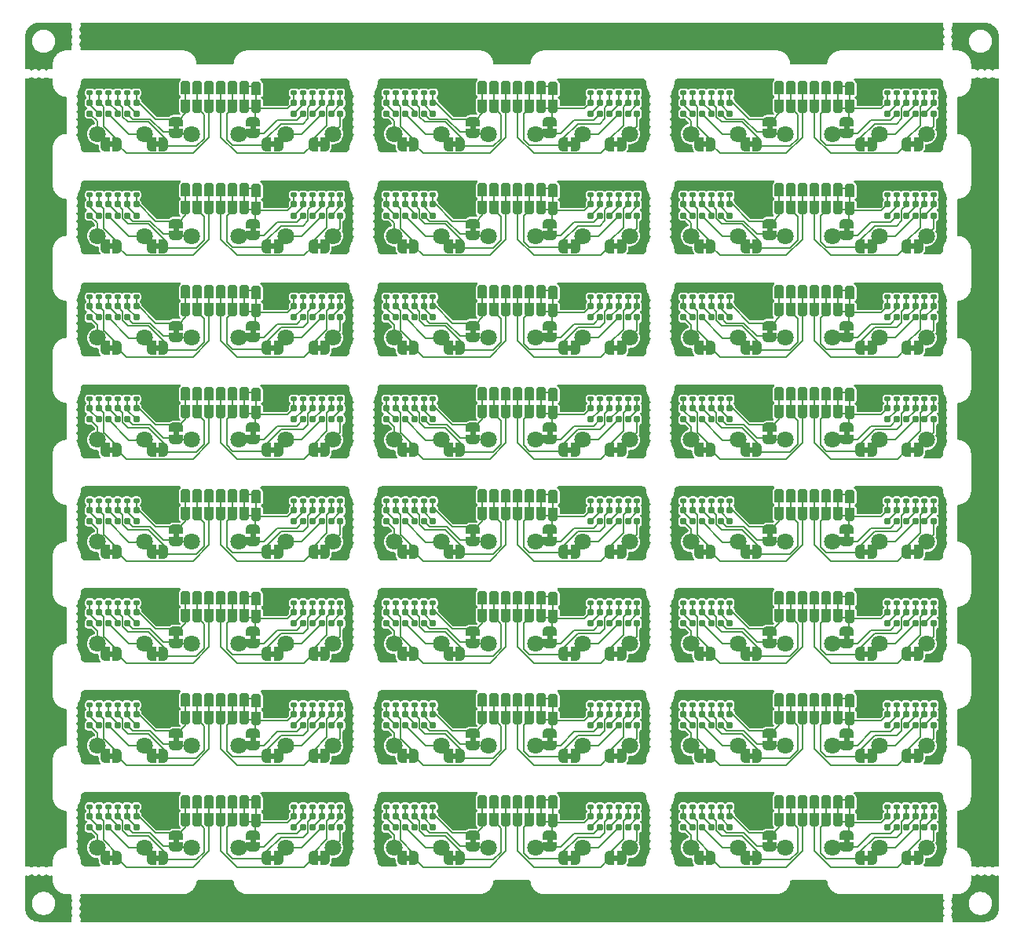
<source format=gbr>
%TF.GenerationSoftware,KiCad,Pcbnew,8.0.4-unknown-202407232306~396e531e7c~ubuntu22.04.1*%
%TF.CreationDate,2024-08-17T16:34:09+01:00*%
%TF.ProjectId,PANEL_DRY_ELEC_6CH_THIN,50414e45-4c5f-4445-9259-5f454c45435f,1.0*%
%TF.SameCoordinates,Original*%
%TF.FileFunction,Copper,L1,Top*%
%TF.FilePolarity,Positive*%
%FSLAX46Y46*%
G04 Gerber Fmt 4.6, Leading zero omitted, Abs format (unit mm)*
G04 Created by KiCad (PCBNEW 8.0.4-unknown-202407232306~396e531e7c~ubuntu22.04.1) date 2024-08-17 16:34:09*
%MOMM*%
%LPD*%
G01*
G04 APERTURE LIST*
G04 Aperture macros list*
%AMRoundRect*
0 Rectangle with rounded corners*
0 $1 Rounding radius*
0 $2 $3 $4 $5 $6 $7 $8 $9 X,Y pos of 4 corners*
0 Add a 4 corners polygon primitive as box body*
4,1,4,$2,$3,$4,$5,$6,$7,$8,$9,$2,$3,0*
0 Add four circle primitives for the rounded corners*
1,1,$1+$1,$2,$3*
1,1,$1+$1,$4,$5*
1,1,$1+$1,$6,$7*
1,1,$1+$1,$8,$9*
0 Add four rect primitives between the rounded corners*
20,1,$1+$1,$2,$3,$4,$5,0*
20,1,$1+$1,$4,$5,$6,$7,0*
20,1,$1+$1,$6,$7,$8,$9,0*
20,1,$1+$1,$8,$9,$2,$3,0*%
%AMFreePoly0*
4,1,19,0.500000,-0.750000,0.000000,-0.750000,0.000000,-0.744911,-0.071157,-0.744911,-0.207708,-0.704816,-0.327430,-0.627875,-0.420627,-0.520320,-0.479746,-0.390866,-0.500000,-0.250000,-0.500000,0.250000,-0.479746,0.390866,-0.420627,0.520320,-0.327430,0.627875,-0.207708,0.704816,-0.071157,0.744911,0.000000,0.744911,0.000000,0.750000,0.500000,0.750000,0.500000,-0.750000,0.500000,-0.750000,
$1*%
%AMFreePoly1*
4,1,19,0.000000,0.744911,0.071157,0.744911,0.207708,0.704816,0.327430,0.627875,0.420627,0.520320,0.479746,0.390866,0.500000,0.250000,0.500000,-0.250000,0.479746,-0.390866,0.420627,-0.520320,0.327430,-0.627875,0.207708,-0.704816,0.071157,-0.744911,0.000000,-0.744911,0.000000,-0.750000,-0.500000,-0.750000,-0.500000,0.750000,0.000000,0.750000,0.000000,0.744911,0.000000,0.744911,
$1*%
%AMFreePoly2*
4,1,13,0.345671,0.480970,0.426777,0.426777,0.480970,0.345671,0.500000,0.250000,0.500000,-0.900000,-0.500000,-0.900000,-0.500000,0.250000,-0.480970,0.345671,-0.426777,0.426777,-0.345671,0.480970,-0.250000,0.500000,0.250000,0.500000,0.345671,0.480970,0.345671,0.480970,$1*%
G04 Aperture macros list end*
%TA.AperFunction,EtchedComponent*%
%ADD10C,0.000000*%
%TD*%
%TA.AperFunction,SMDPad,CuDef*%
%ADD11RoundRect,0.160000X0.160000X-0.197500X0.160000X0.197500X-0.160000X0.197500X-0.160000X-0.197500X0*%
%TD*%
%TA.AperFunction,ComponentPad*%
%ADD12C,1.800000*%
%TD*%
%TA.AperFunction,SMDPad,CuDef*%
%ADD13FreePoly0,180.000000*%
%TD*%
%TA.AperFunction,SMDPad,CuDef*%
%ADD14FreePoly1,180.000000*%
%TD*%
%TA.AperFunction,SMDPad,CuDef*%
%ADD15FreePoly0,0.000000*%
%TD*%
%TA.AperFunction,SMDPad,CuDef*%
%ADD16FreePoly1,0.000000*%
%TD*%
%TA.AperFunction,SMDPad,CuDef*%
%ADD17FreePoly2,180.000000*%
%TD*%
%TA.AperFunction,SMDPad,CuDef*%
%ADD18RoundRect,0.140000X0.170000X-0.140000X0.170000X0.140000X-0.170000X0.140000X-0.170000X-0.140000X0*%
%TD*%
%TA.AperFunction,SMDPad,CuDef*%
%ADD19FreePoly2,0.000000*%
%TD*%
%TA.AperFunction,SMDPad,CuDef*%
%ADD20FreePoly0,90.000000*%
%TD*%
%TA.AperFunction,SMDPad,CuDef*%
%ADD21FreePoly1,90.000000*%
%TD*%
%TA.AperFunction,Conductor*%
%ADD22C,0.127000*%
%TD*%
G04 APERTURE END LIST*
D10*
%TA.AperFunction,EtchedComponent*%
%TO.C,JP3*%
G36*
X64450000Y-13900000D02*
G01*
X63950000Y-13900000D01*
X63950000Y-13300000D01*
X64450000Y-13300000D01*
X64450000Y-13900000D01*
G37*
%TD.AperFunction*%
%TA.AperFunction,EtchedComponent*%
%TO.C,JP5*%
G36*
X47050000Y-24900000D02*
G01*
X46550000Y-24900000D01*
X46550000Y-24300000D01*
X47050000Y-24300000D01*
X47050000Y-24900000D01*
G37*
%TD.AperFunction*%
%TA.AperFunction,EtchedComponent*%
G36*
X79050000Y-46900000D02*
G01*
X78550000Y-46900000D01*
X78550000Y-46300000D01*
X79050000Y-46300000D01*
X79050000Y-46900000D01*
G37*
%TD.AperFunction*%
%TA.AperFunction,EtchedComponent*%
%TO.C,JP2*%
G36*
X59450000Y-24900000D02*
G01*
X58950000Y-24900000D01*
X58950000Y-24300000D01*
X59450000Y-24300000D01*
X59450000Y-24900000D01*
G37*
%TD.AperFunction*%
%TA.AperFunction,EtchedComponent*%
%TO.C,JP3*%
G36*
X64450000Y-24900000D02*
G01*
X63950000Y-24900000D01*
X63950000Y-24300000D01*
X64450000Y-24300000D01*
X64450000Y-24900000D01*
G37*
%TD.AperFunction*%
%TA.AperFunction,EtchedComponent*%
%TO.C,JP2*%
G36*
X91450000Y-46900000D02*
G01*
X90950000Y-46900000D01*
X90950000Y-46300000D01*
X91450000Y-46300000D01*
X91450000Y-46900000D01*
G37*
%TD.AperFunction*%
%TA.AperFunction,EtchedComponent*%
%TO.C,JP1*%
G36*
X89400000Y-89050000D02*
G01*
X88800000Y-89050000D01*
X88800000Y-88550000D01*
X89400000Y-88550000D01*
X89400000Y-89050000D01*
G37*
%TD.AperFunction*%
%TA.AperFunction,EtchedComponent*%
%TO.C,JP6*%
G36*
X49100000Y-45050000D02*
G01*
X48500000Y-45050000D01*
X48500000Y-44550000D01*
X49100000Y-44550000D01*
X49100000Y-45050000D01*
G37*
%TD.AperFunction*%
%TA.AperFunction,EtchedComponent*%
%TO.C,JP3*%
G36*
X64450000Y-90900000D02*
G01*
X63950000Y-90900000D01*
X63950000Y-90300000D01*
X64450000Y-90300000D01*
X64450000Y-90900000D01*
G37*
%TD.AperFunction*%
%TA.AperFunction,EtchedComponent*%
G36*
X96450000Y-46900000D02*
G01*
X95950000Y-46900000D01*
X95950000Y-46300000D01*
X96450000Y-46300000D01*
X96450000Y-46900000D01*
G37*
%TD.AperFunction*%
%TA.AperFunction,EtchedComponent*%
%TO.C,JP4*%
G36*
X74050000Y-46900000D02*
G01*
X73550000Y-46900000D01*
X73550000Y-46300000D01*
X74050000Y-46300000D01*
X74050000Y-46900000D01*
G37*
%TD.AperFunction*%
%TA.AperFunction,EtchedComponent*%
%TO.C,JP5*%
G36*
X47050000Y-35900000D02*
G01*
X46550000Y-35900000D01*
X46550000Y-35300000D01*
X47050000Y-35300000D01*
X47050000Y-35900000D01*
G37*
%TD.AperFunction*%
%TA.AperFunction,EtchedComponent*%
G36*
X15050000Y-35900000D02*
G01*
X14550000Y-35900000D01*
X14550000Y-35300000D01*
X15050000Y-35300000D01*
X15050000Y-35900000D01*
G37*
%TD.AperFunction*%
%TA.AperFunction,EtchedComponent*%
%TO.C,JP2*%
G36*
X59450000Y-35900000D02*
G01*
X58950000Y-35900000D01*
X58950000Y-35300000D01*
X59450000Y-35300000D01*
X59450000Y-35900000D01*
G37*
%TD.AperFunction*%
%TA.AperFunction,EtchedComponent*%
%TO.C,JP1*%
G36*
X89400000Y-23050000D02*
G01*
X88800000Y-23050000D01*
X88800000Y-22550000D01*
X89400000Y-22550000D01*
X89400000Y-23050000D01*
G37*
%TD.AperFunction*%
%TA.AperFunction,EtchedComponent*%
%TO.C,JP3*%
G36*
X32450000Y-79900000D02*
G01*
X31950000Y-79900000D01*
X31950000Y-79300000D01*
X32450000Y-79300000D01*
X32450000Y-79900000D01*
G37*
%TD.AperFunction*%
%TA.AperFunction,EtchedComponent*%
%TO.C,JP1*%
G36*
X57400000Y-78050000D02*
G01*
X56800000Y-78050000D01*
X56800000Y-77550000D01*
X57400000Y-77550000D01*
X57400000Y-78050000D01*
G37*
%TD.AperFunction*%
%TA.AperFunction,EtchedComponent*%
%TO.C,JP4*%
G36*
X10050000Y-24900000D02*
G01*
X9550000Y-24900000D01*
X9550000Y-24300000D01*
X10050000Y-24300000D01*
X10050000Y-24900000D01*
G37*
%TD.AperFunction*%
%TA.AperFunction,EtchedComponent*%
%TO.C,JP3*%
G36*
X32450000Y-13900000D02*
G01*
X31950000Y-13900000D01*
X31950000Y-13300000D01*
X32450000Y-13300000D01*
X32450000Y-13900000D01*
G37*
%TD.AperFunction*%
%TA.AperFunction,EtchedComponent*%
G36*
X96450000Y-35900000D02*
G01*
X95950000Y-35900000D01*
X95950000Y-35300000D01*
X96450000Y-35300000D01*
X96450000Y-35900000D01*
G37*
%TD.AperFunction*%
%TA.AperFunction,EtchedComponent*%
G36*
X96450000Y-68900000D02*
G01*
X95950000Y-68900000D01*
X95950000Y-68300000D01*
X96450000Y-68300000D01*
X96450000Y-68900000D01*
G37*
%TD.AperFunction*%
%TA.AperFunction,EtchedComponent*%
%TO.C,JP5*%
G36*
X15050000Y-68900000D02*
G01*
X14550000Y-68900000D01*
X14550000Y-68300000D01*
X15050000Y-68300000D01*
X15050000Y-68900000D01*
G37*
%TD.AperFunction*%
%TA.AperFunction,EtchedComponent*%
%TO.C,JP1*%
G36*
X25400000Y-89050000D02*
G01*
X24800000Y-89050000D01*
X24800000Y-88550000D01*
X25400000Y-88550000D01*
X25400000Y-89050000D01*
G37*
%TD.AperFunction*%
%TA.AperFunction,EtchedComponent*%
%TO.C,JP4*%
G36*
X74050000Y-90900000D02*
G01*
X73550000Y-90900000D01*
X73550000Y-90300000D01*
X74050000Y-90300000D01*
X74050000Y-90900000D01*
G37*
%TD.AperFunction*%
%TA.AperFunction,EtchedComponent*%
%TO.C,JP2*%
G36*
X27450000Y-57900000D02*
G01*
X26950000Y-57900000D01*
X26950000Y-57300000D01*
X27450000Y-57300000D01*
X27450000Y-57900000D01*
G37*
%TD.AperFunction*%
%TA.AperFunction,EtchedComponent*%
%TO.C,JP6*%
G36*
X17100000Y-12050000D02*
G01*
X16500000Y-12050000D01*
X16500000Y-11550000D01*
X17100000Y-11550000D01*
X17100000Y-12050000D01*
G37*
%TD.AperFunction*%
%TA.AperFunction,EtchedComponent*%
%TO.C,JP3*%
G36*
X32450000Y-90900000D02*
G01*
X31950000Y-90900000D01*
X31950000Y-90300000D01*
X32450000Y-90300000D01*
X32450000Y-90900000D01*
G37*
%TD.AperFunction*%
%TA.AperFunction,EtchedComponent*%
G36*
X96450000Y-79900000D02*
G01*
X95950000Y-79900000D01*
X95950000Y-79300000D01*
X96450000Y-79300000D01*
X96450000Y-79900000D01*
G37*
%TD.AperFunction*%
%TA.AperFunction,EtchedComponent*%
%TO.C,JP2*%
G36*
X91450000Y-13900000D02*
G01*
X90950000Y-13900000D01*
X90950000Y-13300000D01*
X91450000Y-13300000D01*
X91450000Y-13900000D01*
G37*
%TD.AperFunction*%
%TA.AperFunction,EtchedComponent*%
%TO.C,JP1*%
G36*
X57400000Y-23050000D02*
G01*
X56800000Y-23050000D01*
X56800000Y-22550000D01*
X57400000Y-22550000D01*
X57400000Y-23050000D01*
G37*
%TD.AperFunction*%
%TA.AperFunction,EtchedComponent*%
%TO.C,JP6*%
G36*
X49100000Y-34050000D02*
G01*
X48500000Y-34050000D01*
X48500000Y-33550000D01*
X49100000Y-33550000D01*
X49100000Y-34050000D01*
G37*
%TD.AperFunction*%
%TA.AperFunction,EtchedComponent*%
%TO.C,JP5*%
G36*
X47050000Y-68900000D02*
G01*
X46550000Y-68900000D01*
X46550000Y-68300000D01*
X47050000Y-68300000D01*
X47050000Y-68900000D01*
G37*
%TD.AperFunction*%
%TA.AperFunction,EtchedComponent*%
%TO.C,JP1*%
G36*
X89400000Y-67050000D02*
G01*
X88800000Y-67050000D01*
X88800000Y-66550000D01*
X89400000Y-66550000D01*
X89400000Y-67050000D01*
G37*
%TD.AperFunction*%
%TA.AperFunction,EtchedComponent*%
%TO.C,JP6*%
G36*
X81100000Y-23050000D02*
G01*
X80500000Y-23050000D01*
X80500000Y-22550000D01*
X81100000Y-22550000D01*
X81100000Y-23050000D01*
G37*
%TD.AperFunction*%
%TA.AperFunction,EtchedComponent*%
%TO.C,JP1*%
G36*
X89400000Y-78050000D02*
G01*
X88800000Y-78050000D01*
X88800000Y-77550000D01*
X89400000Y-77550000D01*
X89400000Y-78050000D01*
G37*
%TD.AperFunction*%
%TA.AperFunction,EtchedComponent*%
G36*
X89400000Y-12050000D02*
G01*
X88800000Y-12050000D01*
X88800000Y-11550000D01*
X89400000Y-11550000D01*
X89400000Y-12050000D01*
G37*
%TD.AperFunction*%
%TA.AperFunction,EtchedComponent*%
%TO.C,JP3*%
G36*
X96450000Y-13900000D02*
G01*
X95950000Y-13900000D01*
X95950000Y-13300000D01*
X96450000Y-13300000D01*
X96450000Y-13900000D01*
G37*
%TD.AperFunction*%
%TA.AperFunction,EtchedComponent*%
%TO.C,JP4*%
G36*
X42050000Y-79900000D02*
G01*
X41550000Y-79900000D01*
X41550000Y-79300000D01*
X42050000Y-79300000D01*
X42050000Y-79900000D01*
G37*
%TD.AperFunction*%
%TA.AperFunction,EtchedComponent*%
G36*
X10050000Y-35900000D02*
G01*
X9550000Y-35900000D01*
X9550000Y-35300000D01*
X10050000Y-35300000D01*
X10050000Y-35900000D01*
G37*
%TD.AperFunction*%
%TA.AperFunction,EtchedComponent*%
%TO.C,JP1*%
G36*
X57400000Y-12050000D02*
G01*
X56800000Y-12050000D01*
X56800000Y-11550000D01*
X57400000Y-11550000D01*
X57400000Y-12050000D01*
G37*
%TD.AperFunction*%
%TA.AperFunction,EtchedComponent*%
G36*
X57400000Y-67050000D02*
G01*
X56800000Y-67050000D01*
X56800000Y-66550000D01*
X57400000Y-66550000D01*
X57400000Y-67050000D01*
G37*
%TD.AperFunction*%
%TA.AperFunction,EtchedComponent*%
%TO.C,JP6*%
G36*
X81100000Y-34050000D02*
G01*
X80500000Y-34050000D01*
X80500000Y-33550000D01*
X81100000Y-33550000D01*
X81100000Y-34050000D01*
G37*
%TD.AperFunction*%
%TA.AperFunction,EtchedComponent*%
%TO.C,JP2*%
G36*
X27450000Y-13900000D02*
G01*
X26950000Y-13900000D01*
X26950000Y-13300000D01*
X27450000Y-13300000D01*
X27450000Y-13900000D01*
G37*
%TD.AperFunction*%
%TA.AperFunction,EtchedComponent*%
G36*
X59450000Y-68900000D02*
G01*
X58950000Y-68900000D01*
X58950000Y-68300000D01*
X59450000Y-68300000D01*
X59450000Y-68900000D01*
G37*
%TD.AperFunction*%
%TA.AperFunction,EtchedComponent*%
G36*
X59450000Y-79900000D02*
G01*
X58950000Y-79900000D01*
X58950000Y-79300000D01*
X59450000Y-79300000D01*
X59450000Y-79900000D01*
G37*
%TD.AperFunction*%
%TA.AperFunction,EtchedComponent*%
%TO.C,JP1*%
G36*
X25400000Y-34050000D02*
G01*
X24800000Y-34050000D01*
X24800000Y-33550000D01*
X25400000Y-33550000D01*
X25400000Y-34050000D01*
G37*
%TD.AperFunction*%
%TA.AperFunction,EtchedComponent*%
G36*
X89400000Y-34050000D02*
G01*
X88800000Y-34050000D01*
X88800000Y-33550000D01*
X89400000Y-33550000D01*
X89400000Y-34050000D01*
G37*
%TD.AperFunction*%
%TA.AperFunction,EtchedComponent*%
G36*
X89400000Y-45050000D02*
G01*
X88800000Y-45050000D01*
X88800000Y-44550000D01*
X89400000Y-44550000D01*
X89400000Y-45050000D01*
G37*
%TD.AperFunction*%
%TA.AperFunction,EtchedComponent*%
%TO.C,JP4*%
G36*
X42050000Y-90900000D02*
G01*
X41550000Y-90900000D01*
X41550000Y-90300000D01*
X42050000Y-90300000D01*
X42050000Y-90900000D01*
G37*
%TD.AperFunction*%
%TA.AperFunction,EtchedComponent*%
%TO.C,JP3*%
G36*
X96450000Y-57900000D02*
G01*
X95950000Y-57900000D01*
X95950000Y-57300000D01*
X96450000Y-57300000D01*
X96450000Y-57900000D01*
G37*
%TD.AperFunction*%
%TA.AperFunction,EtchedComponent*%
%TO.C,JP1*%
G36*
X25400000Y-12050000D02*
G01*
X24800000Y-12050000D01*
X24800000Y-11550000D01*
X25400000Y-11550000D01*
X25400000Y-12050000D01*
G37*
%TD.AperFunction*%
%TA.AperFunction,EtchedComponent*%
G36*
X57400000Y-56050000D02*
G01*
X56800000Y-56050000D01*
X56800000Y-55550000D01*
X57400000Y-55550000D01*
X57400000Y-56050000D01*
G37*
%TD.AperFunction*%
%TA.AperFunction,EtchedComponent*%
%TO.C,JP2*%
G36*
X27450000Y-90900000D02*
G01*
X26950000Y-90900000D01*
X26950000Y-90300000D01*
X27450000Y-90300000D01*
X27450000Y-90900000D01*
G37*
%TD.AperFunction*%
%TA.AperFunction,EtchedComponent*%
G36*
X59450000Y-46900000D02*
G01*
X58950000Y-46900000D01*
X58950000Y-46300000D01*
X59450000Y-46300000D01*
X59450000Y-46900000D01*
G37*
%TD.AperFunction*%
%TA.AperFunction,EtchedComponent*%
%TO.C,JP1*%
G36*
X89400000Y-56050000D02*
G01*
X88800000Y-56050000D01*
X88800000Y-55550000D01*
X89400000Y-55550000D01*
X89400000Y-56050000D01*
G37*
%TD.AperFunction*%
%TA.AperFunction,EtchedComponent*%
%TO.C,JP5*%
G36*
X79050000Y-24900000D02*
G01*
X78550000Y-24900000D01*
X78550000Y-24300000D01*
X79050000Y-24300000D01*
X79050000Y-24900000D01*
G37*
%TD.AperFunction*%
%TA.AperFunction,EtchedComponent*%
G36*
X79050000Y-57900000D02*
G01*
X78550000Y-57900000D01*
X78550000Y-57300000D01*
X79050000Y-57300000D01*
X79050000Y-57900000D01*
G37*
%TD.AperFunction*%
%TA.AperFunction,EtchedComponent*%
%TO.C,JP2*%
G36*
X91450000Y-79900000D02*
G01*
X90950000Y-79900000D01*
X90950000Y-79300000D01*
X91450000Y-79300000D01*
X91450000Y-79900000D01*
G37*
%TD.AperFunction*%
%TA.AperFunction,EtchedComponent*%
%TO.C,JP5*%
G36*
X79050000Y-35900000D02*
G01*
X78550000Y-35900000D01*
X78550000Y-35300000D01*
X79050000Y-35300000D01*
X79050000Y-35900000D01*
G37*
%TD.AperFunction*%
%TA.AperFunction,EtchedComponent*%
%TO.C,JP6*%
G36*
X81100000Y-56050000D02*
G01*
X80500000Y-56050000D01*
X80500000Y-55550000D01*
X81100000Y-55550000D01*
X81100000Y-56050000D01*
G37*
%TD.AperFunction*%
%TA.AperFunction,EtchedComponent*%
%TO.C,JP1*%
G36*
X57400000Y-89050000D02*
G01*
X56800000Y-89050000D01*
X56800000Y-88550000D01*
X57400000Y-88550000D01*
X57400000Y-89050000D01*
G37*
%TD.AperFunction*%
%TA.AperFunction,EtchedComponent*%
%TO.C,JP6*%
G36*
X81100000Y-45050000D02*
G01*
X80500000Y-45050000D01*
X80500000Y-44550000D01*
X81100000Y-44550000D01*
X81100000Y-45050000D01*
G37*
%TD.AperFunction*%
%TA.AperFunction,EtchedComponent*%
G36*
X17100000Y-45050000D02*
G01*
X16500000Y-45050000D01*
X16500000Y-44550000D01*
X17100000Y-44550000D01*
X17100000Y-45050000D01*
G37*
%TD.AperFunction*%
%TA.AperFunction,EtchedComponent*%
%TO.C,JP3*%
G36*
X64450000Y-35900000D02*
G01*
X63950000Y-35900000D01*
X63950000Y-35300000D01*
X64450000Y-35300000D01*
X64450000Y-35900000D01*
G37*
%TD.AperFunction*%
%TA.AperFunction,EtchedComponent*%
%TO.C,JP2*%
G36*
X27450000Y-46900000D02*
G01*
X26950000Y-46900000D01*
X26950000Y-46300000D01*
X27450000Y-46300000D01*
X27450000Y-46900000D01*
G37*
%TD.AperFunction*%
%TA.AperFunction,EtchedComponent*%
%TO.C,JP3*%
G36*
X96450000Y-90900000D02*
G01*
X95950000Y-90900000D01*
X95950000Y-90300000D01*
X96450000Y-90300000D01*
X96450000Y-90900000D01*
G37*
%TD.AperFunction*%
%TA.AperFunction,EtchedComponent*%
%TO.C,JP6*%
G36*
X81100000Y-12050000D02*
G01*
X80500000Y-12050000D01*
X80500000Y-11550000D01*
X81100000Y-11550000D01*
X81100000Y-12050000D01*
G37*
%TD.AperFunction*%
%TA.AperFunction,EtchedComponent*%
G36*
X81100000Y-67050000D02*
G01*
X80500000Y-67050000D01*
X80500000Y-66550000D01*
X81100000Y-66550000D01*
X81100000Y-67050000D01*
G37*
%TD.AperFunction*%
%TA.AperFunction,EtchedComponent*%
G36*
X17100000Y-23050000D02*
G01*
X16500000Y-23050000D01*
X16500000Y-22550000D01*
X17100000Y-22550000D01*
X17100000Y-23050000D01*
G37*
%TD.AperFunction*%
%TA.AperFunction,EtchedComponent*%
G36*
X49100000Y-12050000D02*
G01*
X48500000Y-12050000D01*
X48500000Y-11550000D01*
X49100000Y-11550000D01*
X49100000Y-12050000D01*
G37*
%TD.AperFunction*%
%TA.AperFunction,EtchedComponent*%
%TO.C,JP4*%
G36*
X74050000Y-13900000D02*
G01*
X73550000Y-13900000D01*
X73550000Y-13300000D01*
X74050000Y-13300000D01*
X74050000Y-13900000D01*
G37*
%TD.AperFunction*%
%TA.AperFunction,EtchedComponent*%
%TO.C,JP1*%
G36*
X25400000Y-78050000D02*
G01*
X24800000Y-78050000D01*
X24800000Y-77550000D01*
X25400000Y-77550000D01*
X25400000Y-78050000D01*
G37*
%TD.AperFunction*%
%TA.AperFunction,EtchedComponent*%
%TO.C,JP6*%
G36*
X49100000Y-67050000D02*
G01*
X48500000Y-67050000D01*
X48500000Y-66550000D01*
X49100000Y-66550000D01*
X49100000Y-67050000D01*
G37*
%TD.AperFunction*%
%TA.AperFunction,EtchedComponent*%
%TO.C,JP4*%
G36*
X74050000Y-57900000D02*
G01*
X73550000Y-57900000D01*
X73550000Y-57300000D01*
X74050000Y-57300000D01*
X74050000Y-57900000D01*
G37*
%TD.AperFunction*%
%TA.AperFunction,EtchedComponent*%
%TO.C,JP1*%
G36*
X25400000Y-67050000D02*
G01*
X24800000Y-67050000D01*
X24800000Y-66550000D01*
X25400000Y-66550000D01*
X25400000Y-67050000D01*
G37*
%TD.AperFunction*%
%TA.AperFunction,EtchedComponent*%
%TO.C,JP5*%
G36*
X15050000Y-57900000D02*
G01*
X14550000Y-57900000D01*
X14550000Y-57300000D01*
X15050000Y-57300000D01*
X15050000Y-57900000D01*
G37*
%TD.AperFunction*%
%TA.AperFunction,EtchedComponent*%
%TO.C,JP2*%
G36*
X91450000Y-57900000D02*
G01*
X90950000Y-57900000D01*
X90950000Y-57300000D01*
X91450000Y-57300000D01*
X91450000Y-57900000D01*
G37*
%TD.AperFunction*%
%TA.AperFunction,EtchedComponent*%
%TO.C,JP4*%
G36*
X42050000Y-68900000D02*
G01*
X41550000Y-68900000D01*
X41550000Y-68300000D01*
X42050000Y-68300000D01*
X42050000Y-68900000D01*
G37*
%TD.AperFunction*%
%TA.AperFunction,EtchedComponent*%
%TO.C,JP5*%
G36*
X47050000Y-46900000D02*
G01*
X46550000Y-46900000D01*
X46550000Y-46300000D01*
X47050000Y-46300000D01*
X47050000Y-46900000D01*
G37*
%TD.AperFunction*%
%TA.AperFunction,EtchedComponent*%
%TO.C,JP4*%
G36*
X74050000Y-68900000D02*
G01*
X73550000Y-68900000D01*
X73550000Y-68300000D01*
X74050000Y-68300000D01*
X74050000Y-68900000D01*
G37*
%TD.AperFunction*%
%TA.AperFunction,EtchedComponent*%
%TO.C,JP1*%
G36*
X25400000Y-23050000D02*
G01*
X24800000Y-23050000D01*
X24800000Y-22550000D01*
X25400000Y-22550000D01*
X25400000Y-23050000D01*
G37*
%TD.AperFunction*%
%TA.AperFunction,EtchedComponent*%
%TO.C,JP5*%
G36*
X47050000Y-79900000D02*
G01*
X46550000Y-79900000D01*
X46550000Y-79300000D01*
X47050000Y-79300000D01*
X47050000Y-79900000D01*
G37*
%TD.AperFunction*%
%TA.AperFunction,EtchedComponent*%
%TO.C,JP3*%
G36*
X64450000Y-57900000D02*
G01*
X63950000Y-57900000D01*
X63950000Y-57300000D01*
X64450000Y-57300000D01*
X64450000Y-57900000D01*
G37*
%TD.AperFunction*%
%TA.AperFunction,EtchedComponent*%
%TO.C,JP5*%
G36*
X47050000Y-13900000D02*
G01*
X46550000Y-13900000D01*
X46550000Y-13300000D01*
X47050000Y-13300000D01*
X47050000Y-13900000D01*
G37*
%TD.AperFunction*%
%TA.AperFunction,EtchedComponent*%
%TO.C,JP6*%
G36*
X49100000Y-23050000D02*
G01*
X48500000Y-23050000D01*
X48500000Y-22550000D01*
X49100000Y-22550000D01*
X49100000Y-23050000D01*
G37*
%TD.AperFunction*%
%TA.AperFunction,EtchedComponent*%
%TO.C,JP5*%
G36*
X15050000Y-90900000D02*
G01*
X14550000Y-90900000D01*
X14550000Y-90300000D01*
X15050000Y-90300000D01*
X15050000Y-90900000D01*
G37*
%TD.AperFunction*%
%TA.AperFunction,EtchedComponent*%
G36*
X15050000Y-79900000D02*
G01*
X14550000Y-79900000D01*
X14550000Y-79300000D01*
X15050000Y-79300000D01*
X15050000Y-79900000D01*
G37*
%TD.AperFunction*%
%TA.AperFunction,EtchedComponent*%
%TO.C,JP6*%
G36*
X17100000Y-34050000D02*
G01*
X16500000Y-34050000D01*
X16500000Y-33550000D01*
X17100000Y-33550000D01*
X17100000Y-34050000D01*
G37*
%TD.AperFunction*%
%TA.AperFunction,EtchedComponent*%
%TO.C,JP3*%
G36*
X32450000Y-57900000D02*
G01*
X31950000Y-57900000D01*
X31950000Y-57300000D01*
X32450000Y-57300000D01*
X32450000Y-57900000D01*
G37*
%TD.AperFunction*%
%TA.AperFunction,EtchedComponent*%
%TO.C,JP2*%
G36*
X59450000Y-90900000D02*
G01*
X58950000Y-90900000D01*
X58950000Y-90300000D01*
X59450000Y-90300000D01*
X59450000Y-90900000D01*
G37*
%TD.AperFunction*%
%TA.AperFunction,EtchedComponent*%
%TO.C,JP4*%
G36*
X74050000Y-24900000D02*
G01*
X73550000Y-24900000D01*
X73550000Y-24300000D01*
X74050000Y-24300000D01*
X74050000Y-24900000D01*
G37*
%TD.AperFunction*%
%TA.AperFunction,EtchedComponent*%
%TO.C,JP6*%
G36*
X81100000Y-89050000D02*
G01*
X80500000Y-89050000D01*
X80500000Y-88550000D01*
X81100000Y-88550000D01*
X81100000Y-89050000D01*
G37*
%TD.AperFunction*%
%TA.AperFunction,EtchedComponent*%
G36*
X17100000Y-89050000D02*
G01*
X16500000Y-89050000D01*
X16500000Y-88550000D01*
X17100000Y-88550000D01*
X17100000Y-89050000D01*
G37*
%TD.AperFunction*%
%TA.AperFunction,EtchedComponent*%
%TO.C,JP2*%
G36*
X27450000Y-35900000D02*
G01*
X26950000Y-35900000D01*
X26950000Y-35300000D01*
X27450000Y-35300000D01*
X27450000Y-35900000D01*
G37*
%TD.AperFunction*%
%TA.AperFunction,EtchedComponent*%
G36*
X27450000Y-68900000D02*
G01*
X26950000Y-68900000D01*
X26950000Y-68300000D01*
X27450000Y-68300000D01*
X27450000Y-68900000D01*
G37*
%TD.AperFunction*%
%TA.AperFunction,EtchedComponent*%
G36*
X27450000Y-79900000D02*
G01*
X26950000Y-79900000D01*
X26950000Y-79300000D01*
X27450000Y-79300000D01*
X27450000Y-79900000D01*
G37*
%TD.AperFunction*%
%TA.AperFunction,EtchedComponent*%
%TO.C,JP5*%
G36*
X79050000Y-13900000D02*
G01*
X78550000Y-13900000D01*
X78550000Y-13300000D01*
X79050000Y-13300000D01*
X79050000Y-13900000D01*
G37*
%TD.AperFunction*%
%TA.AperFunction,EtchedComponent*%
%TO.C,JP4*%
G36*
X74050000Y-35900000D02*
G01*
X73550000Y-35900000D01*
X73550000Y-35300000D01*
X74050000Y-35300000D01*
X74050000Y-35900000D01*
G37*
%TD.AperFunction*%
%TA.AperFunction,EtchedComponent*%
%TO.C,JP1*%
G36*
X57400000Y-34050000D02*
G01*
X56800000Y-34050000D01*
X56800000Y-33550000D01*
X57400000Y-33550000D01*
X57400000Y-34050000D01*
G37*
%TD.AperFunction*%
%TA.AperFunction,EtchedComponent*%
G36*
X25400000Y-45050000D02*
G01*
X24800000Y-45050000D01*
X24800000Y-44550000D01*
X25400000Y-44550000D01*
X25400000Y-45050000D01*
G37*
%TD.AperFunction*%
%TA.AperFunction,EtchedComponent*%
%TO.C,JP4*%
G36*
X42050000Y-35900000D02*
G01*
X41550000Y-35900000D01*
X41550000Y-35300000D01*
X42050000Y-35300000D01*
X42050000Y-35900000D01*
G37*
%TD.AperFunction*%
%TA.AperFunction,EtchedComponent*%
%TO.C,JP5*%
G36*
X47050000Y-90900000D02*
G01*
X46550000Y-90900000D01*
X46550000Y-90300000D01*
X47050000Y-90300000D01*
X47050000Y-90900000D01*
G37*
%TD.AperFunction*%
%TA.AperFunction,EtchedComponent*%
%TO.C,JP6*%
G36*
X17100000Y-78050000D02*
G01*
X16500000Y-78050000D01*
X16500000Y-77550000D01*
X17100000Y-77550000D01*
X17100000Y-78050000D01*
G37*
%TD.AperFunction*%
%TA.AperFunction,EtchedComponent*%
%TO.C,JP4*%
G36*
X74050000Y-79900000D02*
G01*
X73550000Y-79900000D01*
X73550000Y-79300000D01*
X74050000Y-79300000D01*
X74050000Y-79900000D01*
G37*
%TD.AperFunction*%
%TA.AperFunction,EtchedComponent*%
G36*
X10050000Y-90900000D02*
G01*
X9550000Y-90900000D01*
X9550000Y-90300000D01*
X10050000Y-90300000D01*
X10050000Y-90900000D01*
G37*
%TD.AperFunction*%
%TA.AperFunction,EtchedComponent*%
%TO.C,JP5*%
G36*
X79050000Y-68900000D02*
G01*
X78550000Y-68900000D01*
X78550000Y-68300000D01*
X79050000Y-68300000D01*
X79050000Y-68900000D01*
G37*
%TD.AperFunction*%
%TA.AperFunction,EtchedComponent*%
G36*
X15050000Y-13900000D02*
G01*
X14550000Y-13900000D01*
X14550000Y-13300000D01*
X15050000Y-13300000D01*
X15050000Y-13900000D01*
G37*
%TD.AperFunction*%
%TA.AperFunction,EtchedComponent*%
%TO.C,JP3*%
G36*
X32450000Y-68900000D02*
G01*
X31950000Y-68900000D01*
X31950000Y-68300000D01*
X32450000Y-68300000D01*
X32450000Y-68900000D01*
G37*
%TD.AperFunction*%
%TA.AperFunction,EtchedComponent*%
G36*
X64450000Y-68900000D02*
G01*
X63950000Y-68900000D01*
X63950000Y-68300000D01*
X64450000Y-68300000D01*
X64450000Y-68900000D01*
G37*
%TD.AperFunction*%
%TA.AperFunction,EtchedComponent*%
%TO.C,JP6*%
G36*
X17100000Y-67050000D02*
G01*
X16500000Y-67050000D01*
X16500000Y-66550000D01*
X17100000Y-66550000D01*
X17100000Y-67050000D01*
G37*
%TD.AperFunction*%
%TA.AperFunction,EtchedComponent*%
%TO.C,JP5*%
G36*
X79050000Y-79900000D02*
G01*
X78550000Y-79900000D01*
X78550000Y-79300000D01*
X79050000Y-79300000D01*
X79050000Y-79900000D01*
G37*
%TD.AperFunction*%
%TA.AperFunction,EtchedComponent*%
%TO.C,JP1*%
G36*
X25400000Y-56050000D02*
G01*
X24800000Y-56050000D01*
X24800000Y-55550000D01*
X25400000Y-55550000D01*
X25400000Y-56050000D01*
G37*
%TD.AperFunction*%
%TA.AperFunction,EtchedComponent*%
%TO.C,JP6*%
G36*
X49100000Y-78050000D02*
G01*
X48500000Y-78050000D01*
X48500000Y-77550000D01*
X49100000Y-77550000D01*
X49100000Y-78050000D01*
G37*
%TD.AperFunction*%
%TA.AperFunction,EtchedComponent*%
G36*
X49100000Y-89050000D02*
G01*
X48500000Y-89050000D01*
X48500000Y-88550000D01*
X49100000Y-88550000D01*
X49100000Y-89050000D01*
G37*
%TD.AperFunction*%
%TA.AperFunction,EtchedComponent*%
%TO.C,JP4*%
G36*
X10050000Y-79900000D02*
G01*
X9550000Y-79900000D01*
X9550000Y-79300000D01*
X10050000Y-79300000D01*
X10050000Y-79900000D01*
G37*
%TD.AperFunction*%
%TA.AperFunction,EtchedComponent*%
%TO.C,JP2*%
G36*
X59450000Y-13900000D02*
G01*
X58950000Y-13900000D01*
X58950000Y-13300000D01*
X59450000Y-13300000D01*
X59450000Y-13900000D01*
G37*
%TD.AperFunction*%
%TA.AperFunction,EtchedComponent*%
%TO.C,JP3*%
G36*
X64450000Y-79900000D02*
G01*
X63950000Y-79900000D01*
X63950000Y-79300000D01*
X64450000Y-79300000D01*
X64450000Y-79900000D01*
G37*
%TD.AperFunction*%
%TA.AperFunction,EtchedComponent*%
G36*
X32450000Y-24900000D02*
G01*
X31950000Y-24900000D01*
X31950000Y-24300000D01*
X32450000Y-24300000D01*
X32450000Y-24900000D01*
G37*
%TD.AperFunction*%
%TA.AperFunction,EtchedComponent*%
%TO.C,JP5*%
G36*
X15050000Y-24900000D02*
G01*
X14550000Y-24900000D01*
X14550000Y-24300000D01*
X15050000Y-24300000D01*
X15050000Y-24900000D01*
G37*
%TD.AperFunction*%
%TA.AperFunction,EtchedComponent*%
%TO.C,JP6*%
G36*
X81100000Y-78050000D02*
G01*
X80500000Y-78050000D01*
X80500000Y-77550000D01*
X81100000Y-77550000D01*
X81100000Y-78050000D01*
G37*
%TD.AperFunction*%
%TA.AperFunction,EtchedComponent*%
%TO.C,JP2*%
G36*
X91450000Y-68900000D02*
G01*
X90950000Y-68900000D01*
X90950000Y-68300000D01*
X91450000Y-68300000D01*
X91450000Y-68900000D01*
G37*
%TD.AperFunction*%
%TA.AperFunction,EtchedComponent*%
%TO.C,JP5*%
G36*
X79050000Y-90900000D02*
G01*
X78550000Y-90900000D01*
X78550000Y-90300000D01*
X79050000Y-90300000D01*
X79050000Y-90900000D01*
G37*
%TD.AperFunction*%
%TA.AperFunction,EtchedComponent*%
%TO.C,JP4*%
G36*
X10050000Y-13900000D02*
G01*
X9550000Y-13900000D01*
X9550000Y-13300000D01*
X10050000Y-13300000D01*
X10050000Y-13900000D01*
G37*
%TD.AperFunction*%
%TA.AperFunction,EtchedComponent*%
G36*
X42050000Y-24900000D02*
G01*
X41550000Y-24900000D01*
X41550000Y-24300000D01*
X42050000Y-24300000D01*
X42050000Y-24900000D01*
G37*
%TD.AperFunction*%
%TA.AperFunction,EtchedComponent*%
G36*
X42050000Y-57900000D02*
G01*
X41550000Y-57900000D01*
X41550000Y-57300000D01*
X42050000Y-57300000D01*
X42050000Y-57900000D01*
G37*
%TD.AperFunction*%
%TA.AperFunction,EtchedComponent*%
%TO.C,JP3*%
G36*
X32450000Y-46900000D02*
G01*
X31950000Y-46900000D01*
X31950000Y-46300000D01*
X32450000Y-46300000D01*
X32450000Y-46900000D01*
G37*
%TD.AperFunction*%
%TA.AperFunction,EtchedComponent*%
%TO.C,JP4*%
G36*
X42050000Y-46900000D02*
G01*
X41550000Y-46900000D01*
X41550000Y-46300000D01*
X42050000Y-46300000D01*
X42050000Y-46900000D01*
G37*
%TD.AperFunction*%
%TA.AperFunction,EtchedComponent*%
%TO.C,JP5*%
G36*
X15050000Y-46900000D02*
G01*
X14550000Y-46900000D01*
X14550000Y-46300000D01*
X15050000Y-46300000D01*
X15050000Y-46900000D01*
G37*
%TD.AperFunction*%
%TA.AperFunction,EtchedComponent*%
%TO.C,JP4*%
G36*
X10050000Y-57900000D02*
G01*
X9550000Y-57900000D01*
X9550000Y-57300000D01*
X10050000Y-57300000D01*
X10050000Y-57900000D01*
G37*
%TD.AperFunction*%
%TA.AperFunction,EtchedComponent*%
G36*
X42050000Y-13900000D02*
G01*
X41550000Y-13900000D01*
X41550000Y-13300000D01*
X42050000Y-13300000D01*
X42050000Y-13900000D01*
G37*
%TD.AperFunction*%
%TA.AperFunction,EtchedComponent*%
%TO.C,JP3*%
G36*
X64450000Y-46900000D02*
G01*
X63950000Y-46900000D01*
X63950000Y-46300000D01*
X64450000Y-46300000D01*
X64450000Y-46900000D01*
G37*
%TD.AperFunction*%
%TA.AperFunction,EtchedComponent*%
%TO.C,JP1*%
G36*
X57400000Y-45050000D02*
G01*
X56800000Y-45050000D01*
X56800000Y-44550000D01*
X57400000Y-44550000D01*
X57400000Y-45050000D01*
G37*
%TD.AperFunction*%
%TA.AperFunction,EtchedComponent*%
%TO.C,JP2*%
G36*
X91450000Y-90900000D02*
G01*
X90950000Y-90900000D01*
X90950000Y-90300000D01*
X91450000Y-90300000D01*
X91450000Y-90900000D01*
G37*
%TD.AperFunction*%
%TA.AperFunction,EtchedComponent*%
%TO.C,JP3*%
G36*
X32450000Y-35900000D02*
G01*
X31950000Y-35900000D01*
X31950000Y-35300000D01*
X32450000Y-35300000D01*
X32450000Y-35900000D01*
G37*
%TD.AperFunction*%
%TA.AperFunction,EtchedComponent*%
%TO.C,JP6*%
G36*
X17100000Y-56050000D02*
G01*
X16500000Y-56050000D01*
X16500000Y-55550000D01*
X17100000Y-55550000D01*
X17100000Y-56050000D01*
G37*
%TD.AperFunction*%
%TA.AperFunction,EtchedComponent*%
%TO.C,JP2*%
G36*
X91450000Y-35900000D02*
G01*
X90950000Y-35900000D01*
X90950000Y-35300000D01*
X91450000Y-35300000D01*
X91450000Y-35900000D01*
G37*
%TD.AperFunction*%
%TA.AperFunction,EtchedComponent*%
%TO.C,JP5*%
G36*
X47050000Y-57900000D02*
G01*
X46550000Y-57900000D01*
X46550000Y-57300000D01*
X47050000Y-57300000D01*
X47050000Y-57900000D01*
G37*
%TD.AperFunction*%
%TA.AperFunction,EtchedComponent*%
%TO.C,JP4*%
G36*
X10050000Y-46900000D02*
G01*
X9550000Y-46900000D01*
X9550000Y-46300000D01*
X10050000Y-46300000D01*
X10050000Y-46900000D01*
G37*
%TD.AperFunction*%
%TA.AperFunction,EtchedComponent*%
%TO.C,JP3*%
G36*
X96450000Y-24900000D02*
G01*
X95950000Y-24900000D01*
X95950000Y-24300000D01*
X96450000Y-24300000D01*
X96450000Y-24900000D01*
G37*
%TD.AperFunction*%
%TA.AperFunction,EtchedComponent*%
%TO.C,JP6*%
G36*
X49100000Y-56050000D02*
G01*
X48500000Y-56050000D01*
X48500000Y-55550000D01*
X49100000Y-55550000D01*
X49100000Y-56050000D01*
G37*
%TD.AperFunction*%
%TA.AperFunction,EtchedComponent*%
%TO.C,JP2*%
G36*
X27450000Y-24900000D02*
G01*
X26950000Y-24900000D01*
X26950000Y-24300000D01*
X27450000Y-24300000D01*
X27450000Y-24900000D01*
G37*
%TD.AperFunction*%
%TA.AperFunction,EtchedComponent*%
%TO.C,JP4*%
G36*
X10050000Y-68900000D02*
G01*
X9550000Y-68900000D01*
X9550000Y-68300000D01*
X10050000Y-68300000D01*
X10050000Y-68900000D01*
G37*
%TD.AperFunction*%
%TA.AperFunction,EtchedComponent*%
%TO.C,JP2*%
G36*
X59450000Y-57900000D02*
G01*
X58950000Y-57900000D01*
X58950000Y-57300000D01*
X59450000Y-57300000D01*
X59450000Y-57900000D01*
G37*
%TD.AperFunction*%
%TA.AperFunction,EtchedComponent*%
G36*
X91450000Y-24900000D02*
G01*
X90950000Y-24900000D01*
X90950000Y-24300000D01*
X91450000Y-24300000D01*
X91450000Y-24900000D01*
G37*
%TD.AperFunction*%
%TD*%
D11*
%TO.P,R12,1*%
%TO.N,Board_6-Net-(C11-Pad1)*%
X12500000Y-32297500D03*
%TO.P,R12,2*%
%TO.N,Board_6-/IN6*%
X12500000Y-31102500D03*
%TD*%
%TO.P,R5,1*%
%TO.N,Board_23-/filtering_3/ELECTRODE*%
X98500000Y-87297500D03*
%TO.P,R5,2*%
%TO.N,Board_23-Net-(C5-Pad1)*%
X98500000Y-86102500D03*
%TD*%
D12*
%TO.P,J20,1,Pin_1*%
%TO.N,Board_3-/filtering_4/ELECTRODE*%
X8300000Y-23500000D03*
%TD*%
D13*
%TO.P,JP3,1,A*%
%TO.N,Board_1-/filtering_3/ELECTRODE*%
X64849999Y-13600000D03*
D14*
%TO.P,JP3,2,B*%
%TO.N,Board_1-/IN3*%
X63550001Y-13600000D03*
%TD*%
D15*
%TO.P,JP5,1,A*%
%TO.N,Board_4-/filtering_5/ELECTRODE*%
X46150001Y-24600000D03*
D16*
%TO.P,JP5,2,B*%
%TO.N,Board_4-/IN5*%
X47449999Y-24600000D03*
%TD*%
D12*
%TO.P,J22,1,Pin_1*%
%TO.N,Board_2-/filtering_6/ELECTRODE*%
X82460000Y-12500000D03*
%TD*%
D17*
%TO.P,J10,1,Pin_1*%
%TO.N,Board_20-/IN6*%
X81825001Y-75700000D03*
%TD*%
D18*
%TO.P,C11,1*%
%TO.N,Board_17-Net-(C11-Pad1)*%
X75500000Y-63080000D03*
%TO.P,C11,2*%
%TO.N,Board_17-GND*%
X75500000Y-62120000D03*
%TD*%
D17*
%TO.P,J11,1,Pin_1*%
%TO.N,Board_5-/IN5*%
X83095001Y-20700000D03*
%TD*%
D19*
%TO.P,J4,1,Pin_1*%
%TO.N,Board_15-/IN4*%
X20365001Y-62300000D03*
%TD*%
D12*
%TO.P,J19,1,Pin_1*%
%TO.N,Board_17-/filtering_3/ELECTRODE*%
X97700000Y-67500000D03*
%TD*%
D17*
%TO.P,J9,1,Pin_1*%
%TO.N,Board_9-GND*%
X16555001Y-42765000D03*
%TD*%
D19*
%TO.P,J8,1,Pin_1*%
%TO.N,Board_1-/IN1*%
X57445001Y-7365000D03*
%TD*%
D11*
%TO.P,R12,1*%
%TO.N,Board_17-Net-(C11-Pad1)*%
X76500000Y-65297500D03*
%TO.P,R12,2*%
%TO.N,Board_17-/IN6*%
X76500000Y-64102500D03*
%TD*%
D17*
%TO.P,J9,1,Pin_1*%
%TO.N,Board_13-GND*%
X48555001Y-53765000D03*
%TD*%
D18*
%TO.P,C12,1*%
%TO.N,Board_23-/IN6*%
X76500000Y-85080000D03*
%TO.P,C12,2*%
%TO.N,Board_23-GND*%
X76500000Y-84120000D03*
%TD*%
D11*
%TO.P,R9,1*%
%TO.N,Board_8-/filtering_5/ELECTRODE*%
X73500000Y-32297500D03*
%TO.P,R9,2*%
%TO.N,Board_8-Net-(C9-Pad1)*%
X73500000Y-31102500D03*
%TD*%
D19*
%TO.P,J8,1,Pin_1*%
%TO.N,Board_23-/IN1*%
X89445001Y-84365000D03*
%TD*%
D11*
%TO.P,R8,1*%
%TO.N,Board_4-Net-(C7-Pad1)*%
X40500000Y-21297500D03*
%TO.P,R8,2*%
%TO.N,Board_4-/IN4*%
X40500000Y-20102500D03*
%TD*%
D18*
%TO.P,C5,1*%
%TO.N,Board_8-Net-(C5-Pad1)*%
X98500000Y-30080000D03*
%TO.P,C5,2*%
%TO.N,Board_8-GND*%
X98500000Y-29120000D03*
%TD*%
D17*
%TO.P,J16,1,Pin_1*%
%TO.N,Board_12-/IN1*%
X25445001Y-53765000D03*
%TD*%
D15*
%TO.P,JP5,1,A*%
%TO.N,Board_11-/filtering_5/ELECTRODE*%
X78150001Y-46600000D03*
D16*
%TO.P,JP5,2,B*%
%TO.N,Board_11-/IN5*%
X79449999Y-46600000D03*
%TD*%
D13*
%TO.P,JP2,1,A*%
%TO.N,Board_4-/filtering_2/ELECTRODE*%
X59849999Y-24600000D03*
D14*
%TO.P,JP2,2,B*%
%TO.N,Board_4-/IN2*%
X58550001Y-24600000D03*
%TD*%
D11*
%TO.P,R6,1*%
%TO.N,Board_0-Net-(C5-Pad1)*%
X33500000Y-10297500D03*
%TO.P,R6,2*%
%TO.N,Board_0-/IN3*%
X33500000Y-9102500D03*
%TD*%
D19*
%TO.P,J2,1,Pin_1*%
%TO.N,Board_14-/IN6*%
X81825001Y-51300000D03*
%TD*%
D12*
%TO.P,J22,1,Pin_1*%
%TO.N,Board_0-/filtering_6/ELECTRODE*%
X18460000Y-12500000D03*
%TD*%
D18*
%TO.P,C1,1*%
%TO.N,Board_11-Net-(C1-Pad1)*%
X94500000Y-41080000D03*
%TO.P,C1,2*%
%TO.N,Board_11-GND*%
X94500000Y-40120000D03*
%TD*%
%TO.P,C6,1*%
%TO.N,Board_16-/IN3*%
X65500000Y-63080000D03*
%TO.P,C6,2*%
%TO.N,Board_16-GND*%
X65500000Y-62120000D03*
%TD*%
D13*
%TO.P,JP3,1,A*%
%TO.N,Board_4-/filtering_3/ELECTRODE*%
X64849999Y-24600000D03*
D14*
%TO.P,JP3,2,B*%
%TO.N,Board_4-/IN3*%
X63550001Y-24600000D03*
%TD*%
D17*
%TO.P,J16,1,Pin_1*%
%TO.N,Board_11-/IN1*%
X89445001Y-42765000D03*
%TD*%
D11*
%TO.P,R5,1*%
%TO.N,Board_4-/filtering_3/ELECTRODE*%
X66500000Y-21297500D03*
%TO.P,R5,2*%
%TO.N,Board_4-Net-(C5-Pad1)*%
X66500000Y-20102500D03*
%TD*%
D13*
%TO.P,JP2,1,A*%
%TO.N,Board_11-/filtering_2/ELECTRODE*%
X91849999Y-46600000D03*
D14*
%TO.P,JP2,2,B*%
%TO.N,Board_11-/IN2*%
X90550001Y-46600000D03*
%TD*%
D20*
%TO.P,JP1,1,A*%
%TO.N,Board_23-/filtering_1/ELECTRODE*%
X89100000Y-89449999D03*
D21*
%TO.P,JP1,2,B*%
%TO.N,Board_23-/IN1*%
X89100000Y-88150001D03*
%TD*%
D11*
%TO.P,R7,1*%
%TO.N,Board_17-/filtering_4/ELECTRODE*%
X71500000Y-65297500D03*
%TO.P,R7,2*%
%TO.N,Board_17-Net-(C7-Pad1)*%
X71500000Y-64102500D03*
%TD*%
D17*
%TO.P,J15,1,Pin_1*%
%TO.N,Board_7-/IN1*%
X56175001Y-31700000D03*
%TD*%
D20*
%TO.P,JP6,1,A*%
%TO.N,Board_10-/filtering_6/ELECTRODE*%
X48800000Y-45449999D03*
D21*
%TO.P,JP6,2,B*%
%TO.N,Board_10-/IN6*%
X48800000Y-44150001D03*
%TD*%
D17*
%TO.P,J16,1,Pin_1*%
%TO.N,Board_8-/IN1*%
X89445001Y-31765000D03*
%TD*%
D12*
%TO.P,J21,1,Pin_1*%
%TO.N,Board_12-/filtering_5/ELECTRODE*%
X13380000Y-56500000D03*
%TD*%
D18*
%TO.P,C5,1*%
%TO.N,Board_17-Net-(C5-Pad1)*%
X98500000Y-63080000D03*
%TO.P,C5,2*%
%TO.N,Board_17-GND*%
X98500000Y-62120000D03*
%TD*%
D11*
%TO.P,R8,1*%
%TO.N,Board_0-Net-(C7-Pad1)*%
X8500000Y-10297500D03*
%TO.P,R8,2*%
%TO.N,Board_0-/IN4*%
X8500000Y-9102500D03*
%TD*%
D12*
%TO.P,J18,1,Pin_1*%
%TO.N,Board_21-/filtering_2/ELECTRODE*%
X28620000Y-89500000D03*
%TD*%
%TO.P,J17,1,Pin_1*%
%TO.N,Board_15-/filtering_1/ELECTRODE*%
X23540000Y-67500000D03*
%TD*%
D18*
%TO.P,C1,1*%
%TO.N,Board_6-Net-(C1-Pad1)*%
X30500000Y-30080000D03*
%TO.P,C1,2*%
%TO.N,Board_6-GND*%
X30500000Y-29120000D03*
%TD*%
D12*
%TO.P,J20,1,Pin_1*%
%TO.N,Board_8-/filtering_4/ELECTRODE*%
X72300000Y-34500000D03*
%TD*%
%TO.P,J17,1,Pin_1*%
%TO.N,Board_8-/filtering_1/ELECTRODE*%
X87540000Y-34500000D03*
%TD*%
D17*
%TO.P,J9,1,Pin_1*%
%TO.N,Board_7-GND*%
X48555001Y-31765000D03*
%TD*%
D11*
%TO.P,R2,1*%
%TO.N,Board_22-Net-(C1-Pad1)*%
X61500000Y-87297500D03*
%TO.P,R2,2*%
%TO.N,Board_22-/IN1*%
X61500000Y-86102500D03*
%TD*%
D17*
%TO.P,J12,1,Pin_1*%
%TO.N,Board_3-/IN4*%
X20365001Y-20700000D03*
%TD*%
D18*
%TO.P,C11,1*%
%TO.N,Board_22-Net-(C11-Pad1)*%
X43500000Y-85080000D03*
%TO.P,C11,2*%
%TO.N,Board_22-GND*%
X43500000Y-84120000D03*
%TD*%
D17*
%TO.P,J9,1,Pin_1*%
%TO.N,Board_17-GND*%
X80555001Y-64765000D03*
%TD*%
D19*
%TO.P,J7,1,Pin_1*%
%TO.N,Board_23-/IN1*%
X88175001Y-84300000D03*
%TD*%
D18*
%TO.P,C11,1*%
%TO.N,Board_14-Net-(C11-Pad1)*%
X75500000Y-52080000D03*
%TO.P,C11,2*%
%TO.N,Board_14-GND*%
X75500000Y-51120000D03*
%TD*%
D17*
%TO.P,J11,1,Pin_1*%
%TO.N,Board_23-/IN5*%
X83095001Y-86700000D03*
%TD*%
D11*
%TO.P,R12,1*%
%TO.N,Board_13-Net-(C11-Pad1)*%
X44500000Y-54297500D03*
%TO.P,R12,2*%
%TO.N,Board_13-/IN6*%
X44500000Y-53102500D03*
%TD*%
%TO.P,R12,1*%
%TO.N,Board_0-Net-(C11-Pad1)*%
X12500000Y-10297500D03*
%TO.P,R12,2*%
%TO.N,Board_0-/IN6*%
X12500000Y-9102500D03*
%TD*%
D12*
%TO.P,J20,1,Pin_1*%
%TO.N,Board_6-/filtering_4/ELECTRODE*%
X8300000Y-34500000D03*
%TD*%
D19*
%TO.P,J1,1,Pin_1*%
%TO.N,Board_11-GND*%
X80555001Y-40365000D03*
%TD*%
D18*
%TO.P,C6,1*%
%TO.N,Board_1-/IN3*%
X65500000Y-8080000D03*
%TO.P,C6,2*%
%TO.N,Board_1-GND*%
X65500000Y-7120000D03*
%TD*%
D17*
%TO.P,J11,1,Pin_1*%
%TO.N,Board_17-/IN5*%
X83095001Y-64700000D03*
%TD*%
D12*
%TO.P,J19,1,Pin_1*%
%TO.N,Board_14-/filtering_3/ELECTRODE*%
X97700000Y-56500000D03*
%TD*%
D17*
%TO.P,J10,1,Pin_1*%
%TO.N,Board_18-/IN6*%
X17825001Y-75700000D03*
%TD*%
D12*
%TO.P,J22,1,Pin_1*%
%TO.N,Board_1-/filtering_6/ELECTRODE*%
X50460000Y-12500000D03*
%TD*%
D17*
%TO.P,J16,1,Pin_1*%
%TO.N,Board_3-/IN1*%
X25445001Y-20765000D03*
%TD*%
D18*
%TO.P,C10,1*%
%TO.N,Board_11-/IN5*%
X74500000Y-41080000D03*
%TO.P,C10,2*%
%TO.N,Board_11-GND*%
X74500000Y-40120000D03*
%TD*%
D12*
%TO.P,J22,1,Pin_1*%
%TO.N,Board_15-/filtering_6/ELECTRODE*%
X18460000Y-67500000D03*
%TD*%
D17*
%TO.P,J16,1,Pin_1*%
%TO.N,Board_18-/IN1*%
X25445001Y-75765000D03*
%TD*%
D18*
%TO.P,C3,1*%
%TO.N,Board_3-Net-(C3-Pad1)*%
X32500000Y-19082500D03*
%TO.P,C3,2*%
%TO.N,Board_3-GND*%
X32500000Y-18122500D03*
%TD*%
D17*
%TO.P,J11,1,Pin_1*%
%TO.N,Board_0-/IN5*%
X19095001Y-9700000D03*
%TD*%
D18*
%TO.P,C12,1*%
%TO.N,Board_1-/IN6*%
X44500000Y-8080000D03*
%TO.P,C12,2*%
%TO.N,Board_1-GND*%
X44500000Y-7120000D03*
%TD*%
D19*
%TO.P,J5,1,Pin_1*%
%TO.N,Board_22-/IN3*%
X53635001Y-84300000D03*
%TD*%
D11*
%TO.P,R6,1*%
%TO.N,Board_1-Net-(C5-Pad1)*%
X65500000Y-10297500D03*
%TO.P,R6,2*%
%TO.N,Board_1-/IN3*%
X65500000Y-9102500D03*
%TD*%
%TO.P,R1,1*%
%TO.N,Board_2-/filtering_1/ELECTRODE*%
X94500000Y-10297500D03*
%TO.P,R1,2*%
%TO.N,Board_2-Net-(C1-Pad1)*%
X94500000Y-9102500D03*
%TD*%
D17*
%TO.P,J13,1,Pin_1*%
%TO.N,Board_15-/IN3*%
X21635001Y-64700000D03*
%TD*%
D12*
%TO.P,J17,1,Pin_1*%
%TO.N,Board_7-/filtering_1/ELECTRODE*%
X55540000Y-34500000D03*
%TD*%
D18*
%TO.P,C10,1*%
%TO.N,Board_1-/IN5*%
X42500000Y-8080000D03*
%TO.P,C10,2*%
%TO.N,Board_1-GND*%
X42500000Y-7120000D03*
%TD*%
D17*
%TO.P,J13,1,Pin_1*%
%TO.N,Board_23-/IN3*%
X85635001Y-86700000D03*
%TD*%
D12*
%TO.P,J18,1,Pin_1*%
%TO.N,Board_20-/filtering_2/ELECTRODE*%
X92620000Y-78500000D03*
%TD*%
D13*
%TO.P,JP3,1,A*%
%TO.N,Board_22-/filtering_3/ELECTRODE*%
X64849999Y-90600000D03*
D14*
%TO.P,JP3,2,B*%
%TO.N,Board_22-/IN3*%
X63550001Y-90600000D03*
%TD*%
D17*
%TO.P,J14,1,Pin_1*%
%TO.N,Board_17-/IN2*%
X86905001Y-64700000D03*
%TD*%
D11*
%TO.P,R10,1*%
%TO.N,Board_13-Net-(C9-Pad1)*%
X42500000Y-54297500D03*
%TO.P,R10,2*%
%TO.N,Board_13-/IN5*%
X42500000Y-53102500D03*
%TD*%
D18*
%TO.P,C3,1*%
%TO.N,Board_7-Net-(C3-Pad1)*%
X64500000Y-30082500D03*
%TO.P,C3,2*%
%TO.N,Board_7-GND*%
X64500000Y-29122500D03*
%TD*%
D12*
%TO.P,J20,1,Pin_1*%
%TO.N,Board_7-/filtering_4/ELECTRODE*%
X40300000Y-34500000D03*
%TD*%
D18*
%TO.P,C6,1*%
%TO.N,Board_15-/IN3*%
X33500000Y-63080000D03*
%TO.P,C6,2*%
%TO.N,Board_15-GND*%
X33500000Y-62120000D03*
%TD*%
%TO.P,C6,1*%
%TO.N,Board_19-/IN3*%
X65500000Y-74080000D03*
%TO.P,C6,2*%
%TO.N,Board_19-GND*%
X65500000Y-73120000D03*
%TD*%
D12*
%TO.P,J19,1,Pin_1*%
%TO.N,Board_12-/filtering_3/ELECTRODE*%
X33700000Y-56500000D03*
%TD*%
D13*
%TO.P,JP3,1,A*%
%TO.N,Board_11-/filtering_3/ELECTRODE*%
X96849999Y-46600000D03*
D14*
%TO.P,JP3,2,B*%
%TO.N,Board_11-/IN3*%
X95550001Y-46600000D03*
%TD*%
D17*
%TO.P,J14,1,Pin_1*%
%TO.N,Board_5-/IN2*%
X86905001Y-20700000D03*
%TD*%
D12*
%TO.P,J18,1,Pin_1*%
%TO.N,Board_9-/filtering_2/ELECTRODE*%
X28620000Y-45500000D03*
%TD*%
%TO.P,J20,1,Pin_1*%
%TO.N,Board_17-/filtering_4/ELECTRODE*%
X72300000Y-67500000D03*
%TD*%
D19*
%TO.P,J8,1,Pin_1*%
%TO.N,Board_19-/IN1*%
X57445001Y-73365000D03*
%TD*%
D12*
%TO.P,J22,1,Pin_1*%
%TO.N,Board_6-/filtering_6/ELECTRODE*%
X18460000Y-34500000D03*
%TD*%
D18*
%TO.P,C9,1*%
%TO.N,Board_11-Net-(C9-Pad1)*%
X73500000Y-41080000D03*
%TO.P,C9,2*%
%TO.N,Board_11-GND*%
X73500000Y-40120000D03*
%TD*%
D11*
%TO.P,R3,1*%
%TO.N,Board_5-/filtering_2/ELECTRODE*%
X96500000Y-21300000D03*
%TO.P,R3,2*%
%TO.N,Board_5-Net-(C3-Pad1)*%
X96500000Y-20105000D03*
%TD*%
D17*
%TO.P,J12,1,Pin_1*%
%TO.N,Board_14-/IN4*%
X84365001Y-53700000D03*
%TD*%
D18*
%TO.P,C8,1*%
%TO.N,Board_3-/IN4*%
X8500000Y-19080000D03*
%TO.P,C8,2*%
%TO.N,Board_3-GND*%
X8500000Y-18120000D03*
%TD*%
D11*
%TO.P,R5,1*%
%TO.N,Board_21-/filtering_3/ELECTRODE*%
X34500000Y-87297500D03*
%TO.P,R5,2*%
%TO.N,Board_21-Net-(C5-Pad1)*%
X34500000Y-86102500D03*
%TD*%
%TO.P,R2,1*%
%TO.N,Board_19-Net-(C1-Pad1)*%
X61500000Y-76297500D03*
%TO.P,R2,2*%
%TO.N,Board_19-/IN1*%
X61500000Y-75102500D03*
%TD*%
D17*
%TO.P,J12,1,Pin_1*%
%TO.N,Board_9-/IN4*%
X20365001Y-42700000D03*
%TD*%
D19*
%TO.P,J4,1,Pin_1*%
%TO.N,Board_13-/IN4*%
X52365001Y-51300000D03*
%TD*%
D18*
%TO.P,C9,1*%
%TO.N,Board_4-Net-(C9-Pad1)*%
X41500000Y-19080000D03*
%TO.P,C9,2*%
%TO.N,Board_4-GND*%
X41500000Y-18120000D03*
%TD*%
D11*
%TO.P,R8,1*%
%TO.N,Board_8-Net-(C7-Pad1)*%
X72500000Y-32297500D03*
%TO.P,R8,2*%
%TO.N,Board_8-/IN4*%
X72500000Y-31102500D03*
%TD*%
D19*
%TO.P,J7,1,Pin_1*%
%TO.N,Board_9-/IN1*%
X24175001Y-40300000D03*
%TD*%
%TO.P,J5,1,Pin_1*%
%TO.N,Board_11-/IN3*%
X85635001Y-40300000D03*
%TD*%
D18*
%TO.P,C6,1*%
%TO.N,Board_12-/IN3*%
X33500000Y-52080000D03*
%TO.P,C6,2*%
%TO.N,Board_12-GND*%
X33500000Y-51120000D03*
%TD*%
D11*
%TO.P,R12,1*%
%TO.N,Board_7-Net-(C11-Pad1)*%
X44500000Y-32297500D03*
%TO.P,R12,2*%
%TO.N,Board_7-/IN6*%
X44500000Y-31102500D03*
%TD*%
D15*
%TO.P,JP4,1,A*%
%TO.N,Board_11-/filtering_4/ELECTRODE*%
X73150001Y-46600000D03*
D16*
%TO.P,JP4,2,B*%
%TO.N,Board_11-/IN4*%
X74449999Y-46600000D03*
%TD*%
D17*
%TO.P,J10,1,Pin_1*%
%TO.N,Board_14-/IN6*%
X81825001Y-53700000D03*
%TD*%
D11*
%TO.P,R1,1*%
%TO.N,Board_21-/filtering_1/ELECTRODE*%
X30500000Y-87297500D03*
%TO.P,R1,2*%
%TO.N,Board_21-Net-(C1-Pad1)*%
X30500000Y-86102500D03*
%TD*%
D18*
%TO.P,C12,1*%
%TO.N,Board_15-/IN6*%
X12500000Y-63080000D03*
%TO.P,C12,2*%
%TO.N,Board_15-GND*%
X12500000Y-62120000D03*
%TD*%
%TO.P,C4,1*%
%TO.N,Board_0-/IN2*%
X31500000Y-8080000D03*
%TO.P,C4,2*%
%TO.N,Board_0-GND*%
X31500000Y-7120000D03*
%TD*%
D17*
%TO.P,J16,1,Pin_1*%
%TO.N,Board_22-/IN1*%
X57445001Y-86765000D03*
%TD*%
D12*
%TO.P,J20,1,Pin_1*%
%TO.N,Board_16-/filtering_4/ELECTRODE*%
X40300000Y-67500000D03*
%TD*%
D15*
%TO.P,JP5,1,A*%
%TO.N,Board_7-/filtering_5/ELECTRODE*%
X46150001Y-35600000D03*
D16*
%TO.P,JP5,2,B*%
%TO.N,Board_7-/IN5*%
X47449999Y-35600000D03*
%TD*%
D12*
%TO.P,J18,1,Pin_1*%
%TO.N,Board_4-/filtering_2/ELECTRODE*%
X60620000Y-23500000D03*
%TD*%
D15*
%TO.P,JP5,1,A*%
%TO.N,Board_6-/filtering_5/ELECTRODE*%
X14150001Y-35600000D03*
D16*
%TO.P,JP5,2,B*%
%TO.N,Board_6-/IN5*%
X15449999Y-35600000D03*
%TD*%
D18*
%TO.P,C9,1*%
%TO.N,Board_10-Net-(C9-Pad1)*%
X41500000Y-41080000D03*
%TO.P,C9,2*%
%TO.N,Board_10-GND*%
X41500000Y-40120000D03*
%TD*%
D13*
%TO.P,JP2,1,A*%
%TO.N,Board_7-/filtering_2/ELECTRODE*%
X59849999Y-35600000D03*
D14*
%TO.P,JP2,2,B*%
%TO.N,Board_7-/IN2*%
X58550001Y-35600000D03*
%TD*%
D18*
%TO.P,C12,1*%
%TO.N,Board_5-/IN6*%
X76500000Y-19080000D03*
%TO.P,C12,2*%
%TO.N,Board_5-GND*%
X76500000Y-18120000D03*
%TD*%
D17*
%TO.P,J11,1,Pin_1*%
%TO.N,Board_22-/IN5*%
X51095001Y-86700000D03*
%TD*%
D11*
%TO.P,R11,1*%
%TO.N,Board_12-/filtering_6/ELECTRODE*%
X11500000Y-54297500D03*
%TO.P,R11,2*%
%TO.N,Board_12-Net-(C11-Pad1)*%
X11500000Y-53102500D03*
%TD*%
D18*
%TO.P,C8,1*%
%TO.N,Board_5-/IN4*%
X72500000Y-19080000D03*
%TO.P,C8,2*%
%TO.N,Board_5-GND*%
X72500000Y-18120000D03*
%TD*%
%TO.P,C2,1*%
%TO.N,Board_9-/IN1*%
X29500000Y-41080000D03*
%TO.P,C2,2*%
%TO.N,Board_9-GND*%
X29500000Y-40120000D03*
%TD*%
%TO.P,C10,1*%
%TO.N,Board_5-/IN5*%
X74500000Y-19080000D03*
%TO.P,C10,2*%
%TO.N,Board_5-GND*%
X74500000Y-18120000D03*
%TD*%
D12*
%TO.P,J20,1,Pin_1*%
%TO.N,Board_15-/filtering_4/ELECTRODE*%
X8300000Y-67500000D03*
%TD*%
D20*
%TO.P,JP1,1,A*%
%TO.N,Board_5-/filtering_1/ELECTRODE*%
X89100000Y-23449999D03*
D21*
%TO.P,JP1,2,B*%
%TO.N,Board_5-/IN1*%
X89100000Y-22150001D03*
%TD*%
D13*
%TO.P,JP3,1,A*%
%TO.N,Board_18-/filtering_3/ELECTRODE*%
X32849999Y-79600000D03*
D14*
%TO.P,JP3,2,B*%
%TO.N,Board_18-/IN3*%
X31550001Y-79600000D03*
%TD*%
D18*
%TO.P,C9,1*%
%TO.N,Board_3-Net-(C9-Pad1)*%
X9500000Y-19080000D03*
%TO.P,C9,2*%
%TO.N,Board_3-GND*%
X9500000Y-18120000D03*
%TD*%
D19*
%TO.P,J7,1,Pin_1*%
%TO.N,Board_12-/IN1*%
X24175001Y-51300000D03*
%TD*%
D17*
%TO.P,J13,1,Pin_1*%
%TO.N,Board_7-/IN3*%
X53635001Y-31700000D03*
%TD*%
D18*
%TO.P,C11,1*%
%TO.N,Board_20-Net-(C11-Pad1)*%
X75500000Y-74080000D03*
%TO.P,C11,2*%
%TO.N,Board_20-GND*%
X75500000Y-73120000D03*
%TD*%
D20*
%TO.P,JP1,1,A*%
%TO.N,Board_19-/filtering_1/ELECTRODE*%
X57100000Y-78449999D03*
D21*
%TO.P,JP1,2,B*%
%TO.N,Board_19-/IN1*%
X57100000Y-77150001D03*
%TD*%
D17*
%TO.P,J10,1,Pin_1*%
%TO.N,Board_8-/IN6*%
X81825001Y-31700000D03*
%TD*%
D12*
%TO.P,J19,1,Pin_1*%
%TO.N,Board_9-/filtering_3/ELECTRODE*%
X33700000Y-45500000D03*
%TD*%
D11*
%TO.P,R12,1*%
%TO.N,Board_10-Net-(C11-Pad1)*%
X44500000Y-43297500D03*
%TO.P,R12,2*%
%TO.N,Board_10-/IN6*%
X44500000Y-42102500D03*
%TD*%
D15*
%TO.P,JP4,1,A*%
%TO.N,Board_3-/filtering_4/ELECTRODE*%
X9150001Y-24600000D03*
D16*
%TO.P,JP4,2,B*%
%TO.N,Board_3-/IN4*%
X10449999Y-24600000D03*
%TD*%
D18*
%TO.P,C1,1*%
%TO.N,Board_7-Net-(C1-Pad1)*%
X62500000Y-30080000D03*
%TO.P,C1,2*%
%TO.N,Board_7-GND*%
X62500000Y-29120000D03*
%TD*%
D11*
%TO.P,R6,1*%
%TO.N,Board_3-Net-(C5-Pad1)*%
X33500000Y-21297500D03*
%TO.P,R6,2*%
%TO.N,Board_3-/IN3*%
X33500000Y-20102500D03*
%TD*%
D19*
%TO.P,J2,1,Pin_1*%
%TO.N,Board_23-/IN6*%
X81825001Y-84300000D03*
%TD*%
D18*
%TO.P,C1,1*%
%TO.N,Board_10-Net-(C1-Pad1)*%
X62500000Y-41080000D03*
%TO.P,C1,2*%
%TO.N,Board_10-GND*%
X62500000Y-40120000D03*
%TD*%
%TO.P,C6,1*%
%TO.N,Board_8-/IN3*%
X97500000Y-30080000D03*
%TO.P,C6,2*%
%TO.N,Board_8-GND*%
X97500000Y-29120000D03*
%TD*%
D19*
%TO.P,J6,1,Pin_1*%
%TO.N,Board_16-/IN2*%
X54905001Y-62300000D03*
%TD*%
D12*
%TO.P,J21,1,Pin_1*%
%TO.N,Board_14-/filtering_5/ELECTRODE*%
X77380000Y-56500000D03*
%TD*%
D11*
%TO.P,R3,1*%
%TO.N,Board_11-/filtering_2/ELECTRODE*%
X96500000Y-43300000D03*
%TO.P,R3,2*%
%TO.N,Board_11-Net-(C3-Pad1)*%
X96500000Y-42105000D03*
%TD*%
D18*
%TO.P,C7,1*%
%TO.N,Board_17-Net-(C7-Pad1)*%
X71500000Y-63080000D03*
%TO.P,C7,2*%
%TO.N,Board_17-GND*%
X71500000Y-62120000D03*
%TD*%
D17*
%TO.P,J15,1,Pin_1*%
%TO.N,Board_8-/IN1*%
X88175001Y-31700000D03*
%TD*%
D18*
%TO.P,C9,1*%
%TO.N,Board_13-Net-(C9-Pad1)*%
X41500000Y-52080000D03*
%TO.P,C9,2*%
%TO.N,Board_13-GND*%
X41500000Y-51120000D03*
%TD*%
D11*
%TO.P,R1,1*%
%TO.N,Board_3-/filtering_1/ELECTRODE*%
X30500000Y-21297500D03*
%TO.P,R1,2*%
%TO.N,Board_3-Net-(C1-Pad1)*%
X30500000Y-20102500D03*
%TD*%
D12*
%TO.P,J20,1,Pin_1*%
%TO.N,Board_12-/filtering_4/ELECTRODE*%
X8300000Y-56500000D03*
%TD*%
D18*
%TO.P,C8,1*%
%TO.N,Board_16-/IN4*%
X40500000Y-63080000D03*
%TO.P,C8,2*%
%TO.N,Board_16-GND*%
X40500000Y-62120000D03*
%TD*%
D17*
%TO.P,J12,1,Pin_1*%
%TO.N,Board_20-/IN4*%
X84365001Y-75700000D03*
%TD*%
D18*
%TO.P,C10,1*%
%TO.N,Board_4-/IN5*%
X42500000Y-19080000D03*
%TO.P,C10,2*%
%TO.N,Board_4-GND*%
X42500000Y-18120000D03*
%TD*%
D17*
%TO.P,J10,1,Pin_1*%
%TO.N,Board_0-/IN6*%
X17825001Y-9700000D03*
%TD*%
D13*
%TO.P,JP3,1,A*%
%TO.N,Board_0-/filtering_3/ELECTRODE*%
X32849999Y-13600000D03*
D14*
%TO.P,JP3,2,B*%
%TO.N,Board_0-/IN3*%
X31550001Y-13600000D03*
%TD*%
D18*
%TO.P,C8,1*%
%TO.N,Board_11-/IN4*%
X72500000Y-41080000D03*
%TO.P,C8,2*%
%TO.N,Board_11-GND*%
X72500000Y-40120000D03*
%TD*%
%TO.P,C8,1*%
%TO.N,Board_18-/IN4*%
X8500000Y-74080000D03*
%TO.P,C8,2*%
%TO.N,Board_18-GND*%
X8500000Y-73120000D03*
%TD*%
D11*
%TO.P,R6,1*%
%TO.N,Board_7-Net-(C5-Pad1)*%
X65500000Y-32297500D03*
%TO.P,R6,2*%
%TO.N,Board_7-/IN3*%
X65500000Y-31102500D03*
%TD*%
D18*
%TO.P,C11,1*%
%TO.N,Board_16-Net-(C11-Pad1)*%
X43500000Y-63080000D03*
%TO.P,C11,2*%
%TO.N,Board_16-GND*%
X43500000Y-62120000D03*
%TD*%
D19*
%TO.P,J4,1,Pin_1*%
%TO.N,Board_16-/IN4*%
X52365001Y-62300000D03*
%TD*%
D18*
%TO.P,C12,1*%
%TO.N,Board_0-/IN6*%
X12500000Y-8080000D03*
%TO.P,C12,2*%
%TO.N,Board_0-GND*%
X12500000Y-7120000D03*
%TD*%
D17*
%TO.P,J9,1,Pin_1*%
%TO.N,Board_20-GND*%
X80555001Y-75765000D03*
%TD*%
%TO.P,J14,1,Pin_1*%
%TO.N,Board_8-/IN2*%
X86905001Y-31700000D03*
%TD*%
D13*
%TO.P,JP3,1,A*%
%TO.N,Board_8-/filtering_3/ELECTRODE*%
X96849999Y-35600000D03*
D14*
%TO.P,JP3,2,B*%
%TO.N,Board_8-/IN3*%
X95550001Y-35600000D03*
%TD*%
D19*
%TO.P,J6,1,Pin_1*%
%TO.N,Board_8-/IN2*%
X86905001Y-29300000D03*
%TD*%
D13*
%TO.P,JP3,1,A*%
%TO.N,Board_17-/filtering_3/ELECTRODE*%
X96849999Y-68600000D03*
D14*
%TO.P,JP3,2,B*%
%TO.N,Board_17-/IN3*%
X95550001Y-68600000D03*
%TD*%
D17*
%TO.P,J9,1,Pin_1*%
%TO.N,Board_14-GND*%
X80555001Y-53765000D03*
%TD*%
D12*
%TO.P,J17,1,Pin_1*%
%TO.N,Board_9-/filtering_1/ELECTRODE*%
X23540000Y-45500000D03*
%TD*%
D18*
%TO.P,C2,1*%
%TO.N,Board_2-/IN1*%
X93500000Y-8080000D03*
%TO.P,C2,2*%
%TO.N,Board_2-GND*%
X93500000Y-7120000D03*
%TD*%
%TO.P,C11,1*%
%TO.N,Board_7-Net-(C11-Pad1)*%
X43500000Y-30080000D03*
%TO.P,C11,2*%
%TO.N,Board_7-GND*%
X43500000Y-29120000D03*
%TD*%
D17*
%TO.P,J11,1,Pin_1*%
%TO.N,Board_20-/IN5*%
X83095001Y-75700000D03*
%TD*%
D15*
%TO.P,JP5,1,A*%
%TO.N,Board_15-/filtering_5/ELECTRODE*%
X14150001Y-68600000D03*
D16*
%TO.P,JP5,2,B*%
%TO.N,Board_15-/IN5*%
X15449999Y-68600000D03*
%TD*%
D11*
%TO.P,R12,1*%
%TO.N,Board_5-Net-(C11-Pad1)*%
X76500000Y-21297500D03*
%TO.P,R12,2*%
%TO.N,Board_5-/IN6*%
X76500000Y-20102500D03*
%TD*%
D18*
%TO.P,C2,1*%
%TO.N,Board_6-/IN1*%
X29500000Y-30080000D03*
%TO.P,C2,2*%
%TO.N,Board_6-GND*%
X29500000Y-29120000D03*
%TD*%
%TO.P,C1,1*%
%TO.N,Board_8-Net-(C1-Pad1)*%
X94500000Y-30080000D03*
%TO.P,C1,2*%
%TO.N,Board_8-GND*%
X94500000Y-29120000D03*
%TD*%
D11*
%TO.P,R11,1*%
%TO.N,Board_18-/filtering_6/ELECTRODE*%
X11500000Y-76297500D03*
%TO.P,R11,2*%
%TO.N,Board_18-Net-(C11-Pad1)*%
X11500000Y-75102500D03*
%TD*%
D12*
%TO.P,J19,1,Pin_1*%
%TO.N,Board_21-/filtering_3/ELECTRODE*%
X33700000Y-89500000D03*
%TD*%
D19*
%TO.P,J4,1,Pin_1*%
%TO.N,Board_7-/IN4*%
X52365001Y-29300000D03*
%TD*%
D17*
%TO.P,J15,1,Pin_1*%
%TO.N,Board_20-/IN1*%
X88175001Y-75700000D03*
%TD*%
D18*
%TO.P,C3,1*%
%TO.N,Board_10-Net-(C3-Pad1)*%
X64500000Y-41082500D03*
%TO.P,C3,2*%
%TO.N,Board_10-GND*%
X64500000Y-40122500D03*
%TD*%
D11*
%TO.P,R1,1*%
%TO.N,Board_15-/filtering_1/ELECTRODE*%
X30500000Y-65297500D03*
%TO.P,R1,2*%
%TO.N,Board_15-Net-(C1-Pad1)*%
X30500000Y-64102500D03*
%TD*%
%TO.P,R10,1*%
%TO.N,Board_17-Net-(C9-Pad1)*%
X74500000Y-65297500D03*
%TO.P,R10,2*%
%TO.N,Board_17-/IN5*%
X74500000Y-64102500D03*
%TD*%
D18*
%TO.P,C4,1*%
%TO.N,Board_12-/IN2*%
X31500000Y-52080000D03*
%TO.P,C4,2*%
%TO.N,Board_12-GND*%
X31500000Y-51120000D03*
%TD*%
%TO.P,C10,1*%
%TO.N,Board_21-/IN5*%
X10500000Y-85080000D03*
%TO.P,C10,2*%
%TO.N,Board_21-GND*%
X10500000Y-84120000D03*
%TD*%
%TO.P,C7,1*%
%TO.N,Board_4-Net-(C7-Pad1)*%
X39500000Y-19080000D03*
%TO.P,C7,2*%
%TO.N,Board_4-GND*%
X39500000Y-18120000D03*
%TD*%
D12*
%TO.P,J20,1,Pin_1*%
%TO.N,Board_10-/filtering_4/ELECTRODE*%
X40300000Y-45500000D03*
%TD*%
D11*
%TO.P,R6,1*%
%TO.N,Board_11-Net-(C5-Pad1)*%
X97500000Y-43297500D03*
%TO.P,R6,2*%
%TO.N,Board_11-/IN3*%
X97500000Y-42102500D03*
%TD*%
D18*
%TO.P,C4,1*%
%TO.N,Board_13-/IN2*%
X63500000Y-52080000D03*
%TO.P,C4,2*%
%TO.N,Board_13-GND*%
X63500000Y-51120000D03*
%TD*%
D11*
%TO.P,R2,1*%
%TO.N,Board_6-Net-(C1-Pad1)*%
X29500000Y-32297500D03*
%TO.P,R2,2*%
%TO.N,Board_6-/IN1*%
X29500000Y-31102500D03*
%TD*%
D18*
%TO.P,C12,1*%
%TO.N,Board_14-/IN6*%
X76500000Y-52080000D03*
%TO.P,C12,2*%
%TO.N,Board_14-GND*%
X76500000Y-51120000D03*
%TD*%
D20*
%TO.P,JP1,1,A*%
%TO.N,Board_21-/filtering_1/ELECTRODE*%
X25100000Y-89449999D03*
D21*
%TO.P,JP1,2,B*%
%TO.N,Board_21-/IN1*%
X25100000Y-88150001D03*
%TD*%
D12*
%TO.P,J18,1,Pin_1*%
%TO.N,Board_22-/filtering_2/ELECTRODE*%
X60620000Y-89500000D03*
%TD*%
D15*
%TO.P,JP4,1,A*%
%TO.N,Board_23-/filtering_4/ELECTRODE*%
X73150001Y-90600000D03*
D16*
%TO.P,JP4,2,B*%
%TO.N,Board_23-/IN4*%
X74449999Y-90600000D03*
%TD*%
D18*
%TO.P,C3,1*%
%TO.N,Board_4-Net-(C3-Pad1)*%
X64500000Y-19082500D03*
%TO.P,C3,2*%
%TO.N,Board_4-GND*%
X64500000Y-18122500D03*
%TD*%
D11*
%TO.P,R7,1*%
%TO.N,Board_1-/filtering_4/ELECTRODE*%
X39500000Y-10297500D03*
%TO.P,R7,2*%
%TO.N,Board_1-Net-(C7-Pad1)*%
X39500000Y-9102500D03*
%TD*%
%TO.P,R5,1*%
%TO.N,Board_0-/filtering_3/ELECTRODE*%
X34500000Y-10297500D03*
%TO.P,R5,2*%
%TO.N,Board_0-Net-(C5-Pad1)*%
X34500000Y-9102500D03*
%TD*%
D12*
%TO.P,J22,1,Pin_1*%
%TO.N,Board_19-/filtering_6/ELECTRODE*%
X50460000Y-78500000D03*
%TD*%
D19*
%TO.P,J8,1,Pin_1*%
%TO.N,Board_14-/IN1*%
X89445001Y-51365000D03*
%TD*%
D18*
%TO.P,C11,1*%
%TO.N,Board_1-Net-(C11-Pad1)*%
X43500000Y-8080000D03*
%TO.P,C11,2*%
%TO.N,Board_1-GND*%
X43500000Y-7120000D03*
%TD*%
D11*
%TO.P,R6,1*%
%TO.N,Board_5-Net-(C5-Pad1)*%
X97500000Y-21297500D03*
%TO.P,R6,2*%
%TO.N,Board_5-/IN3*%
X97500000Y-20102500D03*
%TD*%
D19*
%TO.P,J8,1,Pin_1*%
%TO.N,Board_15-/IN1*%
X25445001Y-62365000D03*
%TD*%
D18*
%TO.P,C7,1*%
%TO.N,Board_0-Net-(C7-Pad1)*%
X7500000Y-8080000D03*
%TO.P,C7,2*%
%TO.N,Board_0-GND*%
X7500000Y-7120000D03*
%TD*%
D11*
%TO.P,R3,1*%
%TO.N,Board_18-/filtering_2/ELECTRODE*%
X32500000Y-76300000D03*
%TO.P,R3,2*%
%TO.N,Board_18-Net-(C3-Pad1)*%
X32500000Y-75105000D03*
%TD*%
D12*
%TO.P,J17,1,Pin_1*%
%TO.N,Board_4-/filtering_1/ELECTRODE*%
X55540000Y-23500000D03*
%TD*%
D11*
%TO.P,R4,1*%
%TO.N,Board_0-Net-(C3-Pad1)*%
X31500000Y-10297500D03*
%TO.P,R4,2*%
%TO.N,Board_0-/IN2*%
X31500000Y-9102500D03*
%TD*%
D13*
%TO.P,JP2,1,A*%
%TO.N,Board_12-/filtering_2/ELECTRODE*%
X27849999Y-57600000D03*
D14*
%TO.P,JP2,2,B*%
%TO.N,Board_12-/IN2*%
X26550001Y-57600000D03*
%TD*%
D11*
%TO.P,R2,1*%
%TO.N,Board_2-Net-(C1-Pad1)*%
X93500000Y-10297500D03*
%TO.P,R2,2*%
%TO.N,Board_2-/IN1*%
X93500000Y-9102500D03*
%TD*%
D17*
%TO.P,J13,1,Pin_1*%
%TO.N,Board_14-/IN3*%
X85635001Y-53700000D03*
%TD*%
D19*
%TO.P,J8,1,Pin_1*%
%TO.N,Board_3-/IN1*%
X25445001Y-18365000D03*
%TD*%
D12*
%TO.P,J19,1,Pin_1*%
%TO.N,Board_19-/filtering_3/ELECTRODE*%
X65700000Y-78500000D03*
%TD*%
D20*
%TO.P,JP6,1,A*%
%TO.N,Board_0-/filtering_6/ELECTRODE*%
X16800000Y-12449999D03*
D21*
%TO.P,JP6,2,B*%
%TO.N,Board_0-/IN6*%
X16800000Y-11150001D03*
%TD*%
D17*
%TO.P,J10,1,Pin_1*%
%TO.N,Board_7-/IN6*%
X49825001Y-31700000D03*
%TD*%
D19*
%TO.P,J1,1,Pin_1*%
%TO.N,Board_2-GND*%
X80555001Y-7365000D03*
%TD*%
D11*
%TO.P,R8,1*%
%TO.N,Board_18-Net-(C7-Pad1)*%
X8500000Y-76297500D03*
%TO.P,R8,2*%
%TO.N,Board_18-/IN4*%
X8500000Y-75102500D03*
%TD*%
%TO.P,R11,1*%
%TO.N,Board_11-/filtering_6/ELECTRODE*%
X75500000Y-43297500D03*
%TO.P,R11,2*%
%TO.N,Board_11-Net-(C11-Pad1)*%
X75500000Y-42102500D03*
%TD*%
D13*
%TO.P,JP3,1,A*%
%TO.N,Board_21-/filtering_3/ELECTRODE*%
X32849999Y-90600000D03*
D14*
%TO.P,JP3,2,B*%
%TO.N,Board_21-/IN3*%
X31550001Y-90600000D03*
%TD*%
D11*
%TO.P,R9,1*%
%TO.N,Board_14-/filtering_5/ELECTRODE*%
X73500000Y-54297500D03*
%TO.P,R9,2*%
%TO.N,Board_14-Net-(C9-Pad1)*%
X73500000Y-53102500D03*
%TD*%
%TO.P,R10,1*%
%TO.N,Board_23-Net-(C9-Pad1)*%
X74500000Y-87297500D03*
%TO.P,R10,2*%
%TO.N,Board_23-/IN5*%
X74500000Y-86102500D03*
%TD*%
D12*
%TO.P,J19,1,Pin_1*%
%TO.N,Board_4-/filtering_3/ELECTRODE*%
X65700000Y-23500000D03*
%TD*%
D11*
%TO.P,R9,1*%
%TO.N,Board_4-/filtering_5/ELECTRODE*%
X41500000Y-21297500D03*
%TO.P,R9,2*%
%TO.N,Board_4-Net-(C9-Pad1)*%
X41500000Y-20102500D03*
%TD*%
D12*
%TO.P,J17,1,Pin_1*%
%TO.N,Board_6-/filtering_1/ELECTRODE*%
X23540000Y-34500000D03*
%TD*%
D19*
%TO.P,J3,1,Pin_1*%
%TO.N,Board_19-/IN5*%
X51095001Y-73300000D03*
%TD*%
%TO.P,J5,1,Pin_1*%
%TO.N,Board_8-/IN3*%
X85635001Y-29300000D03*
%TD*%
D18*
%TO.P,C12,1*%
%TO.N,Board_6-/IN6*%
X12500000Y-30080000D03*
%TO.P,C12,2*%
%TO.N,Board_6-GND*%
X12500000Y-29120000D03*
%TD*%
D13*
%TO.P,JP3,1,A*%
%TO.N,Board_20-/filtering_3/ELECTRODE*%
X96849999Y-79600000D03*
D14*
%TO.P,JP3,2,B*%
%TO.N,Board_20-/IN3*%
X95550001Y-79600000D03*
%TD*%
D13*
%TO.P,JP2,1,A*%
%TO.N,Board_2-/filtering_2/ELECTRODE*%
X91849999Y-13600000D03*
D14*
%TO.P,JP2,2,B*%
%TO.N,Board_2-/IN2*%
X90550001Y-13600000D03*
%TD*%
D11*
%TO.P,R1,1*%
%TO.N,Board_14-/filtering_1/ELECTRODE*%
X94500000Y-54297500D03*
%TO.P,R1,2*%
%TO.N,Board_14-Net-(C1-Pad1)*%
X94500000Y-53102500D03*
%TD*%
D17*
%TO.P,J10,1,Pin_1*%
%TO.N,Board_6-/IN6*%
X17825001Y-31700000D03*
%TD*%
D20*
%TO.P,JP1,1,A*%
%TO.N,Board_4-/filtering_1/ELECTRODE*%
X57100000Y-23449999D03*
D21*
%TO.P,JP1,2,B*%
%TO.N,Board_4-/IN1*%
X57100000Y-22150001D03*
%TD*%
D11*
%TO.P,R6,1*%
%TO.N,Board_6-Net-(C5-Pad1)*%
X33500000Y-32297500D03*
%TO.P,R6,2*%
%TO.N,Board_6-/IN3*%
X33500000Y-31102500D03*
%TD*%
D12*
%TO.P,J17,1,Pin_1*%
%TO.N,Board_10-/filtering_1/ELECTRODE*%
X55540000Y-45500000D03*
%TD*%
D19*
%TO.P,J4,1,Pin_1*%
%TO.N,Board_21-/IN4*%
X20365001Y-84300000D03*
%TD*%
D11*
%TO.P,R1,1*%
%TO.N,Board_13-/filtering_1/ELECTRODE*%
X62500000Y-54297500D03*
%TO.P,R1,2*%
%TO.N,Board_13-Net-(C1-Pad1)*%
X62500000Y-53102500D03*
%TD*%
D12*
%TO.P,J22,1,Pin_1*%
%TO.N,Board_9-/filtering_6/ELECTRODE*%
X18460000Y-45500000D03*
%TD*%
D11*
%TO.P,R10,1*%
%TO.N,Board_21-Net-(C9-Pad1)*%
X10500000Y-87297500D03*
%TO.P,R10,2*%
%TO.N,Board_21-/IN5*%
X10500000Y-86102500D03*
%TD*%
%TO.P,R7,1*%
%TO.N,Board_3-/filtering_4/ELECTRODE*%
X7500000Y-21297500D03*
%TO.P,R7,2*%
%TO.N,Board_3-Net-(C7-Pad1)*%
X7500000Y-20102500D03*
%TD*%
%TO.P,R1,1*%
%TO.N,Board_7-/filtering_1/ELECTRODE*%
X62500000Y-32297500D03*
%TO.P,R1,2*%
%TO.N,Board_7-Net-(C1-Pad1)*%
X62500000Y-31102500D03*
%TD*%
D17*
%TO.P,J16,1,Pin_1*%
%TO.N,Board_0-/IN1*%
X25445001Y-9765000D03*
%TD*%
D11*
%TO.P,R1,1*%
%TO.N,Board_8-/filtering_1/ELECTRODE*%
X94500000Y-32297500D03*
%TO.P,R1,2*%
%TO.N,Board_8-Net-(C1-Pad1)*%
X94500000Y-31102500D03*
%TD*%
D20*
%TO.P,JP6,1,A*%
%TO.N,Board_7-/filtering_6/ELECTRODE*%
X48800000Y-34449999D03*
D21*
%TO.P,JP6,2,B*%
%TO.N,Board_7-/IN6*%
X48800000Y-33150001D03*
%TD*%
D19*
%TO.P,J6,1,Pin_1*%
%TO.N,Board_19-/IN2*%
X54905001Y-73300000D03*
%TD*%
D12*
%TO.P,J19,1,Pin_1*%
%TO.N,Board_22-/filtering_3/ELECTRODE*%
X65700000Y-89500000D03*
%TD*%
D19*
%TO.P,J4,1,Pin_1*%
%TO.N,Board_11-/IN4*%
X84365001Y-40300000D03*
%TD*%
D12*
%TO.P,J17,1,Pin_1*%
%TO.N,Board_23-/filtering_1/ELECTRODE*%
X87540000Y-89500000D03*
%TD*%
D18*
%TO.P,C3,1*%
%TO.N,Board_8-Net-(C3-Pad1)*%
X96500000Y-30082500D03*
%TO.P,C3,2*%
%TO.N,Board_8-GND*%
X96500000Y-29122500D03*
%TD*%
D17*
%TO.P,J10,1,Pin_1*%
%TO.N,Board_23-/IN6*%
X81825001Y-86700000D03*
%TD*%
D11*
%TO.P,R11,1*%
%TO.N,Board_17-/filtering_6/ELECTRODE*%
X75500000Y-65297500D03*
%TO.P,R11,2*%
%TO.N,Board_17-Net-(C11-Pad1)*%
X75500000Y-64102500D03*
%TD*%
D18*
%TO.P,C9,1*%
%TO.N,Board_23-Net-(C9-Pad1)*%
X73500000Y-85080000D03*
%TO.P,C9,2*%
%TO.N,Board_23-GND*%
X73500000Y-84120000D03*
%TD*%
%TO.P,C5,1*%
%TO.N,Board_0-Net-(C5-Pad1)*%
X34500000Y-8080000D03*
%TO.P,C5,2*%
%TO.N,Board_0-GND*%
X34500000Y-7120000D03*
%TD*%
D19*
%TO.P,J8,1,Pin_1*%
%TO.N,Board_4-/IN1*%
X57445001Y-18365000D03*
%TD*%
D17*
%TO.P,J15,1,Pin_1*%
%TO.N,Board_13-/IN1*%
X56175001Y-53700000D03*
%TD*%
D18*
%TO.P,C4,1*%
%TO.N,Board_2-/IN2*%
X95500000Y-8080000D03*
%TO.P,C4,2*%
%TO.N,Board_2-GND*%
X95500000Y-7120000D03*
%TD*%
D11*
%TO.P,R7,1*%
%TO.N,Board_8-/filtering_4/ELECTRODE*%
X71500000Y-32297500D03*
%TO.P,R7,2*%
%TO.N,Board_8-Net-(C7-Pad1)*%
X71500000Y-31102500D03*
%TD*%
D19*
%TO.P,J2,1,Pin_1*%
%TO.N,Board_0-/IN6*%
X17825001Y-7300000D03*
%TD*%
D11*
%TO.P,R2,1*%
%TO.N,Board_15-Net-(C1-Pad1)*%
X29500000Y-65297500D03*
%TO.P,R2,2*%
%TO.N,Board_15-/IN1*%
X29500000Y-64102500D03*
%TD*%
D18*
%TO.P,C2,1*%
%TO.N,Board_21-/IN1*%
X29500000Y-85080000D03*
%TO.P,C2,2*%
%TO.N,Board_21-GND*%
X29500000Y-84120000D03*
%TD*%
D19*
%TO.P,J1,1,Pin_1*%
%TO.N,Board_6-GND*%
X16555001Y-29365000D03*
%TD*%
D17*
%TO.P,J12,1,Pin_1*%
%TO.N,Board_1-/IN4*%
X52365001Y-9700000D03*
%TD*%
D18*
%TO.P,C5,1*%
%TO.N,Board_5-Net-(C5-Pad1)*%
X98500000Y-19080000D03*
%TO.P,C5,2*%
%TO.N,Board_5-GND*%
X98500000Y-18120000D03*
%TD*%
%TO.P,C11,1*%
%TO.N,Board_15-Net-(C11-Pad1)*%
X11500000Y-63080000D03*
%TO.P,C11,2*%
%TO.N,Board_15-GND*%
X11500000Y-62120000D03*
%TD*%
D15*
%TO.P,JP5,1,A*%
%TO.N,Board_16-/filtering_5/ELECTRODE*%
X46150001Y-68600000D03*
D16*
%TO.P,JP5,2,B*%
%TO.N,Board_16-/IN5*%
X47449999Y-68600000D03*
%TD*%
D11*
%TO.P,R7,1*%
%TO.N,Board_23-/filtering_4/ELECTRODE*%
X71500000Y-87297500D03*
%TO.P,R7,2*%
%TO.N,Board_23-Net-(C7-Pad1)*%
X71500000Y-86102500D03*
%TD*%
D19*
%TO.P,J7,1,Pin_1*%
%TO.N,Board_20-/IN1*%
X88175001Y-73300000D03*
%TD*%
D11*
%TO.P,R9,1*%
%TO.N,Board_3-/filtering_5/ELECTRODE*%
X9500000Y-21297500D03*
%TO.P,R9,2*%
%TO.N,Board_3-Net-(C9-Pad1)*%
X9500000Y-20102500D03*
%TD*%
D17*
%TO.P,J11,1,Pin_1*%
%TO.N,Board_3-/IN5*%
X19095001Y-20700000D03*
%TD*%
D19*
%TO.P,J2,1,Pin_1*%
%TO.N,Board_4-/IN6*%
X49825001Y-18300000D03*
%TD*%
D12*
%TO.P,J18,1,Pin_1*%
%TO.N,Board_3-/filtering_2/ELECTRODE*%
X28620000Y-23500000D03*
%TD*%
D11*
%TO.P,R4,1*%
%TO.N,Board_11-Net-(C3-Pad1)*%
X95500000Y-43297500D03*
%TO.P,R4,2*%
%TO.N,Board_11-/IN2*%
X95500000Y-42102500D03*
%TD*%
D18*
%TO.P,C9,1*%
%TO.N,Board_16-Net-(C9-Pad1)*%
X41500000Y-63080000D03*
%TO.P,C9,2*%
%TO.N,Board_16-GND*%
X41500000Y-62120000D03*
%TD*%
D19*
%TO.P,J7,1,Pin_1*%
%TO.N,Board_8-/IN1*%
X88175001Y-29300000D03*
%TD*%
D11*
%TO.P,R6,1*%
%TO.N,Board_17-Net-(C5-Pad1)*%
X97500000Y-65297500D03*
%TO.P,R6,2*%
%TO.N,Board_17-/IN3*%
X97500000Y-64102500D03*
%TD*%
D20*
%TO.P,JP1,1,A*%
%TO.N,Board_17-/filtering_1/ELECTRODE*%
X89100000Y-67449999D03*
D21*
%TO.P,JP1,2,B*%
%TO.N,Board_17-/IN1*%
X89100000Y-66150001D03*
%TD*%
D17*
%TO.P,J16,1,Pin_1*%
%TO.N,Board_20-/IN1*%
X89445001Y-75765000D03*
%TD*%
D18*
%TO.P,C12,1*%
%TO.N,Board_2-/IN6*%
X76500000Y-8080000D03*
%TO.P,C12,2*%
%TO.N,Board_2-GND*%
X76500000Y-7120000D03*
%TD*%
D12*
%TO.P,J22,1,Pin_1*%
%TO.N,Board_11-/filtering_6/ELECTRODE*%
X82460000Y-45500000D03*
%TD*%
D20*
%TO.P,JP6,1,A*%
%TO.N,Board_5-/filtering_6/ELECTRODE*%
X80800000Y-23449999D03*
D21*
%TO.P,JP6,2,B*%
%TO.N,Board_5-/IN6*%
X80800000Y-22150001D03*
%TD*%
D17*
%TO.P,J15,1,Pin_1*%
%TO.N,Board_23-/IN1*%
X88175001Y-86700000D03*
%TD*%
%TO.P,J16,1,Pin_1*%
%TO.N,Board_23-/IN1*%
X89445001Y-86765000D03*
%TD*%
%TO.P,J12,1,Pin_1*%
%TO.N,Board_19-/IN4*%
X52365001Y-75700000D03*
%TD*%
D19*
%TO.P,J5,1,Pin_1*%
%TO.N,Board_19-/IN3*%
X53635001Y-73300000D03*
%TD*%
%TO.P,J3,1,Pin_1*%
%TO.N,Board_18-/IN5*%
X19095001Y-73300000D03*
%TD*%
D17*
%TO.P,J12,1,Pin_1*%
%TO.N,Board_12-/IN4*%
X20365001Y-53700000D03*
%TD*%
D11*
%TO.P,R10,1*%
%TO.N,Board_18-Net-(C9-Pad1)*%
X10500000Y-76297500D03*
%TO.P,R10,2*%
%TO.N,Board_18-/IN5*%
X10500000Y-75102500D03*
%TD*%
D20*
%TO.P,JP1,1,A*%
%TO.N,Board_20-/filtering_1/ELECTRODE*%
X89100000Y-78449999D03*
D21*
%TO.P,JP1,2,B*%
%TO.N,Board_20-/IN1*%
X89100000Y-77150001D03*
%TD*%
D17*
%TO.P,J15,1,Pin_1*%
%TO.N,Board_14-/IN1*%
X88175001Y-53700000D03*
%TD*%
D18*
%TO.P,C1,1*%
%TO.N,Board_23-Net-(C1-Pad1)*%
X94500000Y-85080000D03*
%TO.P,C1,2*%
%TO.N,Board_23-GND*%
X94500000Y-84120000D03*
%TD*%
D12*
%TO.P,J21,1,Pin_1*%
%TO.N,Board_7-/filtering_5/ELECTRODE*%
X45380000Y-34500000D03*
%TD*%
D18*
%TO.P,C4,1*%
%TO.N,Board_7-/IN2*%
X63500000Y-30080000D03*
%TO.P,C4,2*%
%TO.N,Board_7-GND*%
X63500000Y-29120000D03*
%TD*%
D11*
%TO.P,R5,1*%
%TO.N,Board_5-/filtering_3/ELECTRODE*%
X98500000Y-21297500D03*
%TO.P,R5,2*%
%TO.N,Board_5-Net-(C5-Pad1)*%
X98500000Y-20102500D03*
%TD*%
D17*
%TO.P,J9,1,Pin_1*%
%TO.N,Board_2-GND*%
X80555001Y-9765000D03*
%TD*%
D18*
%TO.P,C3,1*%
%TO.N,Board_19-Net-(C3-Pad1)*%
X64500000Y-74082500D03*
%TO.P,C3,2*%
%TO.N,Board_19-GND*%
X64500000Y-73122500D03*
%TD*%
D11*
%TO.P,R4,1*%
%TO.N,Board_9-Net-(C3-Pad1)*%
X31500000Y-43297500D03*
%TO.P,R4,2*%
%TO.N,Board_9-/IN2*%
X31500000Y-42102500D03*
%TD*%
D18*
%TO.P,C9,1*%
%TO.N,Board_9-Net-(C9-Pad1)*%
X9500000Y-41080000D03*
%TO.P,C9,2*%
%TO.N,Board_9-GND*%
X9500000Y-40120000D03*
%TD*%
D17*
%TO.P,J9,1,Pin_1*%
%TO.N,Board_18-GND*%
X16555001Y-75765000D03*
%TD*%
D19*
%TO.P,J2,1,Pin_1*%
%TO.N,Board_21-/IN6*%
X17825001Y-84300000D03*
%TD*%
D11*
%TO.P,R7,1*%
%TO.N,Board_7-/filtering_4/ELECTRODE*%
X39500000Y-32297500D03*
%TO.P,R7,2*%
%TO.N,Board_7-Net-(C7-Pad1)*%
X39500000Y-31102500D03*
%TD*%
D18*
%TO.P,C9,1*%
%TO.N,Board_2-Net-(C9-Pad1)*%
X73500000Y-8080000D03*
%TO.P,C9,2*%
%TO.N,Board_2-GND*%
X73500000Y-7120000D03*
%TD*%
D17*
%TO.P,J15,1,Pin_1*%
%TO.N,Board_22-/IN1*%
X56175001Y-86700000D03*
%TD*%
D19*
%TO.P,J4,1,Pin_1*%
%TO.N,Board_9-/IN4*%
X20365001Y-40300000D03*
%TD*%
%TO.P,J1,1,Pin_1*%
%TO.N,Board_23-GND*%
X80555001Y-84365000D03*
%TD*%
%TO.P,J6,1,Pin_1*%
%TO.N,Board_18-/IN2*%
X22905001Y-73300000D03*
%TD*%
D17*
%TO.P,J9,1,Pin_1*%
%TO.N,Board_16-GND*%
X48555001Y-64765000D03*
%TD*%
D19*
%TO.P,J7,1,Pin_1*%
%TO.N,Board_22-/IN1*%
X56175001Y-84300000D03*
%TD*%
D17*
%TO.P,J11,1,Pin_1*%
%TO.N,Board_9-/IN5*%
X19095001Y-42700000D03*
%TD*%
D19*
%TO.P,J1,1,Pin_1*%
%TO.N,Board_5-GND*%
X80555001Y-18365000D03*
%TD*%
D18*
%TO.P,C9,1*%
%TO.N,Board_17-Net-(C9-Pad1)*%
X73500000Y-63080000D03*
%TO.P,C9,2*%
%TO.N,Board_17-GND*%
X73500000Y-62120000D03*
%TD*%
D11*
%TO.P,R10,1*%
%TO.N,Board_6-Net-(C9-Pad1)*%
X10500000Y-32297500D03*
%TO.P,R10,2*%
%TO.N,Board_6-/IN5*%
X10500000Y-31102500D03*
%TD*%
D20*
%TO.P,JP1,1,A*%
%TO.N,Board_2-/filtering_1/ELECTRODE*%
X89100000Y-12449999D03*
D21*
%TO.P,JP1,2,B*%
%TO.N,Board_2-/IN1*%
X89100000Y-11150001D03*
%TD*%
D12*
%TO.P,J18,1,Pin_1*%
%TO.N,Board_17-/filtering_2/ELECTRODE*%
X92620000Y-67500000D03*
%TD*%
D17*
%TO.P,J15,1,Pin_1*%
%TO.N,Board_15-/IN1*%
X24175001Y-64700000D03*
%TD*%
D13*
%TO.P,JP3,1,A*%
%TO.N,Board_2-/filtering_3/ELECTRODE*%
X96849999Y-13600000D03*
D14*
%TO.P,JP3,2,B*%
%TO.N,Board_2-/IN3*%
X95550001Y-13600000D03*
%TD*%
D15*
%TO.P,JP4,1,A*%
%TO.N,Board_19-/filtering_4/ELECTRODE*%
X41150001Y-79600000D03*
D16*
%TO.P,JP4,2,B*%
%TO.N,Board_19-/IN4*%
X42449999Y-79600000D03*
%TD*%
D18*
%TO.P,C5,1*%
%TO.N,Board_16-Net-(C5-Pad1)*%
X66500000Y-63080000D03*
%TO.P,C5,2*%
%TO.N,Board_16-GND*%
X66500000Y-62120000D03*
%TD*%
D17*
%TO.P,J13,1,Pin_1*%
%TO.N,Board_9-/IN3*%
X21635001Y-42700000D03*
%TD*%
D11*
%TO.P,R5,1*%
%TO.N,Board_22-/filtering_3/ELECTRODE*%
X66500000Y-87297500D03*
%TO.P,R5,2*%
%TO.N,Board_22-Net-(C5-Pad1)*%
X66500000Y-86102500D03*
%TD*%
D17*
%TO.P,J14,1,Pin_1*%
%TO.N,Board_0-/IN2*%
X22905001Y-9700000D03*
%TD*%
D12*
%TO.P,J21,1,Pin_1*%
%TO.N,Board_15-/filtering_5/ELECTRODE*%
X13380000Y-67500000D03*
%TD*%
D18*
%TO.P,C3,1*%
%TO.N,Board_1-Net-(C3-Pad1)*%
X64500000Y-8082500D03*
%TO.P,C3,2*%
%TO.N,Board_1-GND*%
X64500000Y-7122500D03*
%TD*%
%TO.P,C12,1*%
%TO.N,Board_13-/IN6*%
X44500000Y-52080000D03*
%TO.P,C12,2*%
%TO.N,Board_13-GND*%
X44500000Y-51120000D03*
%TD*%
%TO.P,C7,1*%
%TO.N,Board_10-Net-(C7-Pad1)*%
X39500000Y-41080000D03*
%TO.P,C7,2*%
%TO.N,Board_10-GND*%
X39500000Y-40120000D03*
%TD*%
D11*
%TO.P,R5,1*%
%TO.N,Board_15-/filtering_3/ELECTRODE*%
X34500000Y-65297500D03*
%TO.P,R5,2*%
%TO.N,Board_15-Net-(C5-Pad1)*%
X34500000Y-64102500D03*
%TD*%
D18*
%TO.P,C9,1*%
%TO.N,Board_7-Net-(C9-Pad1)*%
X41500000Y-30080000D03*
%TO.P,C9,2*%
%TO.N,Board_7-GND*%
X41500000Y-29120000D03*
%TD*%
D17*
%TO.P,J14,1,Pin_1*%
%TO.N,Board_6-/IN2*%
X22905001Y-31700000D03*
%TD*%
D19*
%TO.P,J3,1,Pin_1*%
%TO.N,Board_2-/IN5*%
X83095001Y-7300000D03*
%TD*%
D15*
%TO.P,JP4,1,A*%
%TO.N,Board_6-/filtering_4/ELECTRODE*%
X9150001Y-35600000D03*
D16*
%TO.P,JP4,2,B*%
%TO.N,Board_6-/IN4*%
X10449999Y-35600000D03*
%TD*%
D19*
%TO.P,J5,1,Pin_1*%
%TO.N,Board_10-/IN3*%
X53635001Y-40300000D03*
%TD*%
D17*
%TO.P,J14,1,Pin_1*%
%TO.N,Board_10-/IN2*%
X54905001Y-42700000D03*
%TD*%
D19*
%TO.P,J1,1,Pin_1*%
%TO.N,Board_1-GND*%
X48555001Y-7365000D03*
%TD*%
D18*
%TO.P,C7,1*%
%TO.N,Board_2-Net-(C7-Pad1)*%
X71500000Y-8080000D03*
%TO.P,C7,2*%
%TO.N,Board_2-GND*%
X71500000Y-7120000D03*
%TD*%
D17*
%TO.P,J16,1,Pin_1*%
%TO.N,Board_9-/IN1*%
X25445001Y-42765000D03*
%TD*%
D19*
%TO.P,J3,1,Pin_1*%
%TO.N,Board_21-/IN5*%
X19095001Y-84300000D03*
%TD*%
D18*
%TO.P,C11,1*%
%TO.N,Board_0-Net-(C11-Pad1)*%
X11500000Y-8080000D03*
%TO.P,C11,2*%
%TO.N,Board_0-GND*%
X11500000Y-7120000D03*
%TD*%
D19*
%TO.P,J8,1,Pin_1*%
%TO.N,Board_21-/IN1*%
X25445001Y-84365000D03*
%TD*%
D17*
%TO.P,J13,1,Pin_1*%
%TO.N,Board_6-/IN3*%
X21635001Y-31700000D03*
%TD*%
D18*
%TO.P,C1,1*%
%TO.N,Board_1-Net-(C1-Pad1)*%
X62500000Y-8080000D03*
%TO.P,C1,2*%
%TO.N,Board_1-GND*%
X62500000Y-7120000D03*
%TD*%
D20*
%TO.P,JP1,1,A*%
%TO.N,Board_1-/filtering_1/ELECTRODE*%
X57100000Y-12449999D03*
D21*
%TO.P,JP1,2,B*%
%TO.N,Board_1-/IN1*%
X57100000Y-11150001D03*
%TD*%
D11*
%TO.P,R4,1*%
%TO.N,Board_22-Net-(C3-Pad1)*%
X63500000Y-87297500D03*
%TO.P,R4,2*%
%TO.N,Board_22-/IN2*%
X63500000Y-86102500D03*
%TD*%
D18*
%TO.P,C9,1*%
%TO.N,Board_14-Net-(C9-Pad1)*%
X73500000Y-52080000D03*
%TO.P,C9,2*%
%TO.N,Board_14-GND*%
X73500000Y-51120000D03*
%TD*%
%TO.P,C9,1*%
%TO.N,Board_22-Net-(C9-Pad1)*%
X41500000Y-85080000D03*
%TO.P,C9,2*%
%TO.N,Board_22-GND*%
X41500000Y-84120000D03*
%TD*%
D11*
%TO.P,R3,1*%
%TO.N,Board_1-/filtering_2/ELECTRODE*%
X64500000Y-10300000D03*
%TO.P,R3,2*%
%TO.N,Board_1-Net-(C3-Pad1)*%
X64500000Y-9105000D03*
%TD*%
D12*
%TO.P,J21,1,Pin_1*%
%TO.N,Board_5-/filtering_5/ELECTRODE*%
X77380000Y-23500000D03*
%TD*%
D19*
%TO.P,J2,1,Pin_1*%
%TO.N,Board_17-/IN6*%
X81825001Y-62300000D03*
%TD*%
%TO.P,J7,1,Pin_1*%
%TO.N,Board_7-/IN1*%
X56175001Y-29300000D03*
%TD*%
D18*
%TO.P,C7,1*%
%TO.N,Board_3-Net-(C7-Pad1)*%
X7500000Y-19080000D03*
%TO.P,C7,2*%
%TO.N,Board_3-GND*%
X7500000Y-18120000D03*
%TD*%
D19*
%TO.P,J3,1,Pin_1*%
%TO.N,Board_3-/IN5*%
X19095001Y-18300000D03*
%TD*%
D11*
%TO.P,R8,1*%
%TO.N,Board_6-Net-(C7-Pad1)*%
X8500000Y-32297500D03*
%TO.P,R8,2*%
%TO.N,Board_6-/IN4*%
X8500000Y-31102500D03*
%TD*%
D18*
%TO.P,C12,1*%
%TO.N,Board_20-/IN6*%
X76500000Y-74080000D03*
%TO.P,C12,2*%
%TO.N,Board_20-GND*%
X76500000Y-73120000D03*
%TD*%
D11*
%TO.P,R2,1*%
%TO.N,Board_23-Net-(C1-Pad1)*%
X93500000Y-87297500D03*
%TO.P,R2,2*%
%TO.N,Board_23-/IN1*%
X93500000Y-86102500D03*
%TD*%
D12*
%TO.P,J22,1,Pin_1*%
%TO.N,Board_21-/filtering_6/ELECTRODE*%
X18460000Y-89500000D03*
%TD*%
D18*
%TO.P,C5,1*%
%TO.N,Board_23-Net-(C5-Pad1)*%
X98500000Y-85080000D03*
%TO.P,C5,2*%
%TO.N,Board_23-GND*%
X98500000Y-84120000D03*
%TD*%
D17*
%TO.P,J15,1,Pin_1*%
%TO.N,Board_9-/IN1*%
X24175001Y-42700000D03*
%TD*%
D20*
%TO.P,JP1,1,A*%
%TO.N,Board_16-/filtering_1/ELECTRODE*%
X57100000Y-67449999D03*
D21*
%TO.P,JP1,2,B*%
%TO.N,Board_16-/IN1*%
X57100000Y-66150001D03*
%TD*%
D17*
%TO.P,J15,1,Pin_1*%
%TO.N,Board_1-/IN1*%
X56175001Y-9700000D03*
%TD*%
D20*
%TO.P,JP6,1,A*%
%TO.N,Board_8-/filtering_6/ELECTRODE*%
X80800000Y-34449999D03*
D21*
%TO.P,JP6,2,B*%
%TO.N,Board_8-/IN6*%
X80800000Y-33150001D03*
%TD*%
D11*
%TO.P,R6,1*%
%TO.N,Board_19-Net-(C5-Pad1)*%
X65500000Y-76297500D03*
%TO.P,R6,2*%
%TO.N,Board_19-/IN3*%
X65500000Y-75102500D03*
%TD*%
D17*
%TO.P,J12,1,Pin_1*%
%TO.N,Board_15-/IN4*%
X20365001Y-64700000D03*
%TD*%
D11*
%TO.P,R5,1*%
%TO.N,Board_2-/filtering_3/ELECTRODE*%
X98500000Y-10297500D03*
%TO.P,R5,2*%
%TO.N,Board_2-Net-(C5-Pad1)*%
X98500000Y-9102500D03*
%TD*%
%TO.P,R12,1*%
%TO.N,Board_1-Net-(C11-Pad1)*%
X44500000Y-10297500D03*
%TO.P,R12,2*%
%TO.N,Board_1-/IN6*%
X44500000Y-9102500D03*
%TD*%
%TO.P,R6,1*%
%TO.N,Board_23-Net-(C5-Pad1)*%
X97500000Y-87297500D03*
%TO.P,R6,2*%
%TO.N,Board_23-/IN3*%
X97500000Y-86102500D03*
%TD*%
D18*
%TO.P,C5,1*%
%TO.N,Board_4-Net-(C5-Pad1)*%
X66500000Y-19080000D03*
%TO.P,C5,2*%
%TO.N,Board_4-GND*%
X66500000Y-18120000D03*
%TD*%
D12*
%TO.P,J22,1,Pin_1*%
%TO.N,Board_16-/filtering_6/ELECTRODE*%
X50460000Y-67500000D03*
%TD*%
D18*
%TO.P,C12,1*%
%TO.N,Board_9-/IN6*%
X12500000Y-41080000D03*
%TO.P,C12,2*%
%TO.N,Board_9-GND*%
X12500000Y-40120000D03*
%TD*%
D19*
%TO.P,J1,1,Pin_1*%
%TO.N,Board_3-GND*%
X16555001Y-18365000D03*
%TD*%
D17*
%TO.P,J15,1,Pin_1*%
%TO.N,Board_5-/IN1*%
X88175001Y-20700000D03*
%TD*%
D19*
%TO.P,J5,1,Pin_1*%
%TO.N,Board_0-/IN3*%
X21635001Y-7300000D03*
%TD*%
D17*
%TO.P,J10,1,Pin_1*%
%TO.N,Board_4-/IN6*%
X49825001Y-20700000D03*
%TD*%
D18*
%TO.P,C2,1*%
%TO.N,Board_4-/IN1*%
X61500000Y-19080000D03*
%TO.P,C2,2*%
%TO.N,Board_4-GND*%
X61500000Y-18120000D03*
%TD*%
D19*
%TO.P,J2,1,Pin_1*%
%TO.N,Board_15-/IN6*%
X17825001Y-62300000D03*
%TD*%
D17*
%TO.P,J16,1,Pin_1*%
%TO.N,Board_19-/IN1*%
X57445001Y-75765000D03*
%TD*%
D13*
%TO.P,JP2,1,A*%
%TO.N,Board_0-/filtering_2/ELECTRODE*%
X27849999Y-13600000D03*
D14*
%TO.P,JP2,2,B*%
%TO.N,Board_0-/IN2*%
X26550001Y-13600000D03*
%TD*%
D11*
%TO.P,R12,1*%
%TO.N,Board_18-Net-(C11-Pad1)*%
X12500000Y-76297500D03*
%TO.P,R12,2*%
%TO.N,Board_18-/IN6*%
X12500000Y-75102500D03*
%TD*%
D17*
%TO.P,J14,1,Pin_1*%
%TO.N,Board_15-/IN2*%
X22905001Y-64700000D03*
%TD*%
%TO.P,J13,1,Pin_1*%
%TO.N,Board_4-/IN3*%
X53635001Y-20700000D03*
%TD*%
D12*
%TO.P,J20,1,Pin_1*%
%TO.N,Board_11-/filtering_4/ELECTRODE*%
X72300000Y-45500000D03*
%TD*%
D18*
%TO.P,C7,1*%
%TO.N,Board_15-Net-(C7-Pad1)*%
X7500000Y-63080000D03*
%TO.P,C7,2*%
%TO.N,Board_15-GND*%
X7500000Y-62120000D03*
%TD*%
D11*
%TO.P,R4,1*%
%TO.N,Board_2-Net-(C3-Pad1)*%
X95500000Y-10297500D03*
%TO.P,R4,2*%
%TO.N,Board_2-/IN2*%
X95500000Y-9102500D03*
%TD*%
%TO.P,R8,1*%
%TO.N,Board_16-Net-(C7-Pad1)*%
X40500000Y-65297500D03*
%TO.P,R8,2*%
%TO.N,Board_16-/IN4*%
X40500000Y-64102500D03*
%TD*%
D19*
%TO.P,J5,1,Pin_1*%
%TO.N,Board_17-/IN3*%
X85635001Y-62300000D03*
%TD*%
D18*
%TO.P,C7,1*%
%TO.N,Board_8-Net-(C7-Pad1)*%
X71500000Y-30080000D03*
%TO.P,C7,2*%
%TO.N,Board_8-GND*%
X71500000Y-29120000D03*
%TD*%
D11*
%TO.P,R4,1*%
%TO.N,Board_8-Net-(C3-Pad1)*%
X95500000Y-32297500D03*
%TO.P,R4,2*%
%TO.N,Board_8-/IN2*%
X95500000Y-31102500D03*
%TD*%
D12*
%TO.P,J19,1,Pin_1*%
%TO.N,Board_16-/filtering_3/ELECTRODE*%
X65700000Y-67500000D03*
%TD*%
D13*
%TO.P,JP2,1,A*%
%TO.N,Board_16-/filtering_2/ELECTRODE*%
X59849999Y-68600000D03*
D14*
%TO.P,JP2,2,B*%
%TO.N,Board_16-/IN2*%
X58550001Y-68600000D03*
%TD*%
D11*
%TO.P,R1,1*%
%TO.N,Board_5-/filtering_1/ELECTRODE*%
X94500000Y-21297500D03*
%TO.P,R1,2*%
%TO.N,Board_5-Net-(C1-Pad1)*%
X94500000Y-20102500D03*
%TD*%
D18*
%TO.P,C4,1*%
%TO.N,Board_21-/IN2*%
X31500000Y-85080000D03*
%TO.P,C4,2*%
%TO.N,Board_21-GND*%
X31500000Y-84120000D03*
%TD*%
%TO.P,C7,1*%
%TO.N,Board_6-Net-(C7-Pad1)*%
X7500000Y-30080000D03*
%TO.P,C7,2*%
%TO.N,Board_6-GND*%
X7500000Y-29120000D03*
%TD*%
D19*
%TO.P,J4,1,Pin_1*%
%TO.N,Board_14-/IN4*%
X84365001Y-51300000D03*
%TD*%
D17*
%TO.P,J16,1,Pin_1*%
%TO.N,Board_13-/IN1*%
X57445001Y-53765000D03*
%TD*%
D19*
%TO.P,J4,1,Pin_1*%
%TO.N,Board_8-/IN4*%
X84365001Y-29300000D03*
%TD*%
D18*
%TO.P,C10,1*%
%TO.N,Board_7-/IN5*%
X42500000Y-30080000D03*
%TO.P,C10,2*%
%TO.N,Board_7-GND*%
X42500000Y-29120000D03*
%TD*%
%TO.P,C5,1*%
%TO.N,Board_9-Net-(C5-Pad1)*%
X34500000Y-41080000D03*
%TO.P,C5,2*%
%TO.N,Board_9-GND*%
X34500000Y-40120000D03*
%TD*%
D19*
%TO.P,J7,1,Pin_1*%
%TO.N,Board_19-/IN1*%
X56175001Y-73300000D03*
%TD*%
D12*
%TO.P,J19,1,Pin_1*%
%TO.N,Board_5-/filtering_3/ELECTRODE*%
X97700000Y-23500000D03*
%TD*%
D11*
%TO.P,R3,1*%
%TO.N,Board_13-/filtering_2/ELECTRODE*%
X64500000Y-54300000D03*
%TO.P,R3,2*%
%TO.N,Board_13-Net-(C3-Pad1)*%
X64500000Y-53105000D03*
%TD*%
D17*
%TO.P,J10,1,Pin_1*%
%TO.N,Board_5-/IN6*%
X81825001Y-20700000D03*
%TD*%
D11*
%TO.P,R5,1*%
%TO.N,Board_11-/filtering_3/ELECTRODE*%
X98500000Y-43297500D03*
%TO.P,R5,2*%
%TO.N,Board_11-Net-(C5-Pad1)*%
X98500000Y-42102500D03*
%TD*%
D17*
%TO.P,J14,1,Pin_1*%
%TO.N,Board_21-/IN2*%
X22905001Y-86700000D03*
%TD*%
%TO.P,J14,1,Pin_1*%
%TO.N,Board_20-/IN2*%
X86905001Y-75700000D03*
%TD*%
D19*
%TO.P,J6,1,Pin_1*%
%TO.N,Board_10-/IN2*%
X54905001Y-40300000D03*
%TD*%
D11*
%TO.P,R11,1*%
%TO.N,Board_20-/filtering_6/ELECTRODE*%
X75500000Y-76297500D03*
%TO.P,R11,2*%
%TO.N,Board_20-Net-(C11-Pad1)*%
X75500000Y-75102500D03*
%TD*%
D18*
%TO.P,C5,1*%
%TO.N,Board_7-Net-(C5-Pad1)*%
X66500000Y-30080000D03*
%TO.P,C5,2*%
%TO.N,Board_7-GND*%
X66500000Y-29120000D03*
%TD*%
D11*
%TO.P,R3,1*%
%TO.N,Board_14-/filtering_2/ELECTRODE*%
X96500000Y-54300000D03*
%TO.P,R3,2*%
%TO.N,Board_14-Net-(C3-Pad1)*%
X96500000Y-53105000D03*
%TD*%
D19*
%TO.P,J4,1,Pin_1*%
%TO.N,Board_22-/IN4*%
X52365001Y-84300000D03*
%TD*%
%TO.P,J1,1,Pin_1*%
%TO.N,Board_12-GND*%
X16555001Y-51365000D03*
%TD*%
%TO.P,J2,1,Pin_1*%
%TO.N,Board_22-/IN6*%
X49825001Y-84300000D03*
%TD*%
D17*
%TO.P,J11,1,Pin_1*%
%TO.N,Board_13-/IN5*%
X51095001Y-53700000D03*
%TD*%
D11*
%TO.P,R9,1*%
%TO.N,Board_19-/filtering_5/ELECTRODE*%
X41500000Y-76297500D03*
%TO.P,R9,2*%
%TO.N,Board_19-Net-(C9-Pad1)*%
X41500000Y-75102500D03*
%TD*%
%TO.P,R9,1*%
%TO.N,Board_10-/filtering_5/ELECTRODE*%
X41500000Y-43297500D03*
%TO.P,R9,2*%
%TO.N,Board_10-Net-(C9-Pad1)*%
X41500000Y-42102500D03*
%TD*%
D17*
%TO.P,J13,1,Pin_1*%
%TO.N,Board_16-/IN3*%
X53635001Y-64700000D03*
%TD*%
D18*
%TO.P,C2,1*%
%TO.N,Board_23-/IN1*%
X93500000Y-85080000D03*
%TO.P,C2,2*%
%TO.N,Board_23-GND*%
X93500000Y-84120000D03*
%TD*%
D11*
%TO.P,R2,1*%
%TO.N,Board_3-Net-(C1-Pad1)*%
X29500000Y-21297500D03*
%TO.P,R2,2*%
%TO.N,Board_3-/IN1*%
X29500000Y-20102500D03*
%TD*%
D17*
%TO.P,J10,1,Pin_1*%
%TO.N,Board_19-/IN6*%
X49825001Y-75700000D03*
%TD*%
D12*
%TO.P,J18,1,Pin_1*%
%TO.N,Board_23-/filtering_2/ELECTRODE*%
X92620000Y-89500000D03*
%TD*%
D19*
%TO.P,J7,1,Pin_1*%
%TO.N,Board_21-/IN1*%
X24175001Y-84300000D03*
%TD*%
D12*
%TO.P,J18,1,Pin_1*%
%TO.N,Board_7-/filtering_2/ELECTRODE*%
X60620000Y-34500000D03*
%TD*%
D11*
%TO.P,R2,1*%
%TO.N,Board_14-Net-(C1-Pad1)*%
X93500000Y-54297500D03*
%TO.P,R2,2*%
%TO.N,Board_14-/IN1*%
X93500000Y-53102500D03*
%TD*%
D19*
%TO.P,J3,1,Pin_1*%
%TO.N,Board_6-/IN5*%
X19095001Y-29300000D03*
%TD*%
D12*
%TO.P,J17,1,Pin_1*%
%TO.N,Board_19-/filtering_1/ELECTRODE*%
X55540000Y-78500000D03*
%TD*%
D19*
%TO.P,J2,1,Pin_1*%
%TO.N,Board_2-/IN6*%
X81825001Y-7300000D03*
%TD*%
D13*
%TO.P,JP2,1,A*%
%TO.N,Board_19-/filtering_2/ELECTRODE*%
X59849999Y-79600000D03*
D14*
%TO.P,JP2,2,B*%
%TO.N,Board_19-/IN2*%
X58550001Y-79600000D03*
%TD*%
D12*
%TO.P,J21,1,Pin_1*%
%TO.N,Board_3-/filtering_5/ELECTRODE*%
X13380000Y-23500000D03*
%TD*%
D17*
%TO.P,J15,1,Pin_1*%
%TO.N,Board_18-/IN1*%
X24175001Y-75700000D03*
%TD*%
D11*
%TO.P,R7,1*%
%TO.N,Board_14-/filtering_4/ELECTRODE*%
X71500000Y-54297500D03*
%TO.P,R7,2*%
%TO.N,Board_14-Net-(C7-Pad1)*%
X71500000Y-53102500D03*
%TD*%
D18*
%TO.P,C11,1*%
%TO.N,Board_18-Net-(C11-Pad1)*%
X11500000Y-74080000D03*
%TO.P,C11,2*%
%TO.N,Board_18-GND*%
X11500000Y-73120000D03*
%TD*%
%TO.P,C10,1*%
%TO.N,Board_12-/IN5*%
X10500000Y-52080000D03*
%TO.P,C10,2*%
%TO.N,Board_12-GND*%
X10500000Y-51120000D03*
%TD*%
D11*
%TO.P,R5,1*%
%TO.N,Board_3-/filtering_3/ELECTRODE*%
X34500000Y-21297500D03*
%TO.P,R5,2*%
%TO.N,Board_3-Net-(C5-Pad1)*%
X34500000Y-20102500D03*
%TD*%
D19*
%TO.P,J1,1,Pin_1*%
%TO.N,Board_0-GND*%
X16555001Y-7365000D03*
%TD*%
D11*
%TO.P,R1,1*%
%TO.N,Board_4-/filtering_1/ELECTRODE*%
X62500000Y-21297500D03*
%TO.P,R1,2*%
%TO.N,Board_4-Net-(C1-Pad1)*%
X62500000Y-20102500D03*
%TD*%
D19*
%TO.P,J7,1,Pin_1*%
%TO.N,Board_4-/IN1*%
X56175001Y-18300000D03*
%TD*%
D11*
%TO.P,R7,1*%
%TO.N,Board_5-/filtering_4/ELECTRODE*%
X71500000Y-21297500D03*
%TO.P,R7,2*%
%TO.N,Board_5-Net-(C7-Pad1)*%
X71500000Y-20102500D03*
%TD*%
D18*
%TO.P,C5,1*%
%TO.N,Board_18-Net-(C5-Pad1)*%
X34500000Y-74080000D03*
%TO.P,C5,2*%
%TO.N,Board_18-GND*%
X34500000Y-73120000D03*
%TD*%
%TO.P,C8,1*%
%TO.N,Board_22-/IN4*%
X40500000Y-85080000D03*
%TO.P,C8,2*%
%TO.N,Board_22-GND*%
X40500000Y-84120000D03*
%TD*%
%TO.P,C11,1*%
%TO.N,Board_10-Net-(C11-Pad1)*%
X43500000Y-41080000D03*
%TO.P,C11,2*%
%TO.N,Board_10-GND*%
X43500000Y-40120000D03*
%TD*%
D19*
%TO.P,J7,1,Pin_1*%
%TO.N,Board_5-/IN1*%
X88175001Y-18300000D03*
%TD*%
D17*
%TO.P,J9,1,Pin_1*%
%TO.N,Board_15-GND*%
X16555001Y-64765000D03*
%TD*%
D11*
%TO.P,R9,1*%
%TO.N,Board_17-/filtering_5/ELECTRODE*%
X73500000Y-65297500D03*
%TO.P,R9,2*%
%TO.N,Board_17-Net-(C9-Pad1)*%
X73500000Y-64102500D03*
%TD*%
D19*
%TO.P,J8,1,Pin_1*%
%TO.N,Board_13-/IN1*%
X57445001Y-51365000D03*
%TD*%
D18*
%TO.P,C6,1*%
%TO.N,Board_10-/IN3*%
X65500000Y-41080000D03*
%TO.P,C6,2*%
%TO.N,Board_10-GND*%
X65500000Y-40120000D03*
%TD*%
D11*
%TO.P,R6,1*%
%TO.N,Board_21-Net-(C5-Pad1)*%
X33500000Y-87297500D03*
%TO.P,R6,2*%
%TO.N,Board_21-/IN3*%
X33500000Y-86102500D03*
%TD*%
D17*
%TO.P,J10,1,Pin_1*%
%TO.N,Board_21-/IN6*%
X17825001Y-86700000D03*
%TD*%
D19*
%TO.P,J2,1,Pin_1*%
%TO.N,Board_3-/IN6*%
X17825001Y-18300000D03*
%TD*%
D11*
%TO.P,R10,1*%
%TO.N,Board_10-Net-(C9-Pad1)*%
X42500000Y-43297500D03*
%TO.P,R10,2*%
%TO.N,Board_10-/IN5*%
X42500000Y-42102500D03*
%TD*%
D20*
%TO.P,JP1,1,A*%
%TO.N,Board_6-/filtering_1/ELECTRODE*%
X25100000Y-34449999D03*
D21*
%TO.P,JP1,2,B*%
%TO.N,Board_6-/IN1*%
X25100000Y-33150001D03*
%TD*%
D17*
%TO.P,J16,1,Pin_1*%
%TO.N,Board_15-/IN1*%
X25445001Y-64765000D03*
%TD*%
D18*
%TO.P,C6,1*%
%TO.N,Board_6-/IN3*%
X33500000Y-30080000D03*
%TO.P,C6,2*%
%TO.N,Board_6-GND*%
X33500000Y-29120000D03*
%TD*%
D11*
%TO.P,R5,1*%
%TO.N,Board_13-/filtering_3/ELECTRODE*%
X66500000Y-54297500D03*
%TO.P,R5,2*%
%TO.N,Board_13-Net-(C5-Pad1)*%
X66500000Y-53102500D03*
%TD*%
%TO.P,R9,1*%
%TO.N,Board_13-/filtering_5/ELECTRODE*%
X41500000Y-54297500D03*
%TO.P,R9,2*%
%TO.N,Board_13-Net-(C9-Pad1)*%
X41500000Y-53102500D03*
%TD*%
D18*
%TO.P,C11,1*%
%TO.N,Board_3-Net-(C11-Pad1)*%
X11500000Y-19080000D03*
%TO.P,C11,2*%
%TO.N,Board_3-GND*%
X11500000Y-18120000D03*
%TD*%
D12*
%TO.P,J18,1,Pin_1*%
%TO.N,Board_1-/filtering_2/ELECTRODE*%
X60620000Y-12500000D03*
%TD*%
D11*
%TO.P,R7,1*%
%TO.N,Board_18-/filtering_4/ELECTRODE*%
X7500000Y-76297500D03*
%TO.P,R7,2*%
%TO.N,Board_18-Net-(C7-Pad1)*%
X7500000Y-75102500D03*
%TD*%
D19*
%TO.P,J7,1,Pin_1*%
%TO.N,Board_14-/IN1*%
X88175001Y-51300000D03*
%TD*%
%TO.P,J7,1,Pin_1*%
%TO.N,Board_10-/IN1*%
X56175001Y-40300000D03*
%TD*%
%TO.P,J7,1,Pin_1*%
%TO.N,Board_13-/IN1*%
X56175001Y-51300000D03*
%TD*%
D17*
%TO.P,J10,1,Pin_1*%
%TO.N,Board_2-/IN6*%
X81825001Y-9700000D03*
%TD*%
D11*
%TO.P,R8,1*%
%TO.N,Board_23-Net-(C7-Pad1)*%
X72500000Y-87297500D03*
%TO.P,R8,2*%
%TO.N,Board_23-/IN4*%
X72500000Y-86102500D03*
%TD*%
D18*
%TO.P,C1,1*%
%TO.N,Board_9-Net-(C1-Pad1)*%
X30500000Y-41080000D03*
%TO.P,C1,2*%
%TO.N,Board_9-GND*%
X30500000Y-40120000D03*
%TD*%
D20*
%TO.P,JP1,1,A*%
%TO.N,Board_8-/filtering_1/ELECTRODE*%
X89100000Y-34449999D03*
D21*
%TO.P,JP1,2,B*%
%TO.N,Board_8-/IN1*%
X89100000Y-33150001D03*
%TD*%
D18*
%TO.P,C11,1*%
%TO.N,Board_19-Net-(C11-Pad1)*%
X43500000Y-74080000D03*
%TO.P,C11,2*%
%TO.N,Board_19-GND*%
X43500000Y-73120000D03*
%TD*%
%TO.P,C1,1*%
%TO.N,Board_16-Net-(C1-Pad1)*%
X62500000Y-63080000D03*
%TO.P,C1,2*%
%TO.N,Board_16-GND*%
X62500000Y-62120000D03*
%TD*%
%TO.P,C1,1*%
%TO.N,Board_21-Net-(C1-Pad1)*%
X30500000Y-85080000D03*
%TO.P,C1,2*%
%TO.N,Board_21-GND*%
X30500000Y-84120000D03*
%TD*%
D17*
%TO.P,J11,1,Pin_1*%
%TO.N,Board_2-/IN5*%
X83095001Y-9700000D03*
%TD*%
D18*
%TO.P,C6,1*%
%TO.N,Board_20-/IN3*%
X97500000Y-74080000D03*
%TO.P,C6,2*%
%TO.N,Board_20-GND*%
X97500000Y-73120000D03*
%TD*%
%TO.P,C12,1*%
%TO.N,Board_21-/IN6*%
X12500000Y-85080000D03*
%TO.P,C12,2*%
%TO.N,Board_21-GND*%
X12500000Y-84120000D03*
%TD*%
D11*
%TO.P,R6,1*%
%TO.N,Board_14-Net-(C5-Pad1)*%
X97500000Y-54297500D03*
%TO.P,R6,2*%
%TO.N,Board_14-/IN3*%
X97500000Y-53102500D03*
%TD*%
D19*
%TO.P,J7,1,Pin_1*%
%TO.N,Board_18-/IN1*%
X24175001Y-73300000D03*
%TD*%
D20*
%TO.P,JP1,1,A*%
%TO.N,Board_11-/filtering_1/ELECTRODE*%
X89100000Y-45449999D03*
D21*
%TO.P,JP1,2,B*%
%TO.N,Board_11-/IN1*%
X89100000Y-44150001D03*
%TD*%
D18*
%TO.P,C4,1*%
%TO.N,Board_17-/IN2*%
X95500000Y-63080000D03*
%TO.P,C4,2*%
%TO.N,Board_17-GND*%
X95500000Y-62120000D03*
%TD*%
%TO.P,C4,1*%
%TO.N,Board_9-/IN2*%
X31500000Y-41080000D03*
%TO.P,C4,2*%
%TO.N,Board_9-GND*%
X31500000Y-40120000D03*
%TD*%
%TO.P,C6,1*%
%TO.N,Board_5-/IN3*%
X97500000Y-19080000D03*
%TO.P,C6,2*%
%TO.N,Board_5-GND*%
X97500000Y-18120000D03*
%TD*%
%TO.P,C8,1*%
%TO.N,Board_0-/IN4*%
X8500000Y-8080000D03*
%TO.P,C8,2*%
%TO.N,Board_0-GND*%
X8500000Y-7120000D03*
%TD*%
D17*
%TO.P,J12,1,Pin_1*%
%TO.N,Board_7-/IN4*%
X52365001Y-31700000D03*
%TD*%
D15*
%TO.P,JP4,1,A*%
%TO.N,Board_22-/filtering_4/ELECTRODE*%
X41150001Y-90600000D03*
D16*
%TO.P,JP4,2,B*%
%TO.N,Board_22-/IN4*%
X42449999Y-90600000D03*
%TD*%
D18*
%TO.P,C4,1*%
%TO.N,Board_15-/IN2*%
X31500000Y-63080000D03*
%TO.P,C4,2*%
%TO.N,Board_15-GND*%
X31500000Y-62120000D03*
%TD*%
D17*
%TO.P,J10,1,Pin_1*%
%TO.N,Board_13-/IN6*%
X49825001Y-53700000D03*
%TD*%
D18*
%TO.P,C1,1*%
%TO.N,Board_14-Net-(C1-Pad1)*%
X94500000Y-52080000D03*
%TO.P,C1,2*%
%TO.N,Board_14-GND*%
X94500000Y-51120000D03*
%TD*%
%TO.P,C10,1*%
%TO.N,Board_3-/IN5*%
X10500000Y-19080000D03*
%TO.P,C10,2*%
%TO.N,Board_3-GND*%
X10500000Y-18120000D03*
%TD*%
D11*
%TO.P,R4,1*%
%TO.N,Board_7-Net-(C3-Pad1)*%
X63500000Y-32297500D03*
%TO.P,R4,2*%
%TO.N,Board_7-/IN2*%
X63500000Y-31102500D03*
%TD*%
D18*
%TO.P,C10,1*%
%TO.N,Board_22-/IN5*%
X42500000Y-85080000D03*
%TO.P,C10,2*%
%TO.N,Board_22-GND*%
X42500000Y-84120000D03*
%TD*%
D11*
%TO.P,R9,1*%
%TO.N,Board_9-/filtering_5/ELECTRODE*%
X9500000Y-43297500D03*
%TO.P,R9,2*%
%TO.N,Board_9-Net-(C9-Pad1)*%
X9500000Y-42102500D03*
%TD*%
D18*
%TO.P,C11,1*%
%TO.N,Board_12-Net-(C11-Pad1)*%
X11500000Y-52080000D03*
%TO.P,C11,2*%
%TO.N,Board_12-GND*%
X11500000Y-51120000D03*
%TD*%
D13*
%TO.P,JP3,1,A*%
%TO.N,Board_14-/filtering_3/ELECTRODE*%
X96849999Y-57600000D03*
D14*
%TO.P,JP3,2,B*%
%TO.N,Board_14-/IN3*%
X95550001Y-57600000D03*
%TD*%
D17*
%TO.P,J13,1,Pin_1*%
%TO.N,Board_19-/IN3*%
X53635001Y-75700000D03*
%TD*%
D11*
%TO.P,R11,1*%
%TO.N,Board_22-/filtering_6/ELECTRODE*%
X43500000Y-87297500D03*
%TO.P,R11,2*%
%TO.N,Board_22-Net-(C11-Pad1)*%
X43500000Y-86102500D03*
%TD*%
D18*
%TO.P,C6,1*%
%TO.N,Board_21-/IN3*%
X33500000Y-85080000D03*
%TO.P,C6,2*%
%TO.N,Board_21-GND*%
X33500000Y-84120000D03*
%TD*%
D12*
%TO.P,J17,1,Pin_1*%
%TO.N,Board_11-/filtering_1/ELECTRODE*%
X87540000Y-45500000D03*
%TD*%
D20*
%TO.P,JP1,1,A*%
%TO.N,Board_0-/filtering_1/ELECTRODE*%
X25100000Y-12449999D03*
D21*
%TO.P,JP1,2,B*%
%TO.N,Board_0-/IN1*%
X25100000Y-11150001D03*
%TD*%
D12*
%TO.P,J21,1,Pin_1*%
%TO.N,Board_13-/filtering_5/ELECTRODE*%
X45380000Y-56500000D03*
%TD*%
D11*
%TO.P,R12,1*%
%TO.N,Board_3-Net-(C11-Pad1)*%
X12500000Y-21297500D03*
%TO.P,R12,2*%
%TO.N,Board_3-/IN6*%
X12500000Y-20102500D03*
%TD*%
D20*
%TO.P,JP1,1,A*%
%TO.N,Board_13-/filtering_1/ELECTRODE*%
X57100000Y-56449999D03*
D21*
%TO.P,JP1,2,B*%
%TO.N,Board_13-/IN1*%
X57100000Y-55150001D03*
%TD*%
D17*
%TO.P,J14,1,Pin_1*%
%TO.N,Board_7-/IN2*%
X54905001Y-31700000D03*
%TD*%
D18*
%TO.P,C3,1*%
%TO.N,Board_9-Net-(C3-Pad1)*%
X32500000Y-41082500D03*
%TO.P,C3,2*%
%TO.N,Board_9-GND*%
X32500000Y-40122500D03*
%TD*%
D19*
%TO.P,J6,1,Pin_1*%
%TO.N,Board_9-/IN2*%
X22905001Y-40300000D03*
%TD*%
D18*
%TO.P,C6,1*%
%TO.N,Board_22-/IN3*%
X65500000Y-85080000D03*
%TO.P,C6,2*%
%TO.N,Board_22-GND*%
X65500000Y-84120000D03*
%TD*%
%TO.P,C2,1*%
%TO.N,Board_0-/IN1*%
X29500000Y-8080000D03*
%TO.P,C2,2*%
%TO.N,Board_0-GND*%
X29500000Y-7120000D03*
%TD*%
D19*
%TO.P,J3,1,Pin_1*%
%TO.N,Board_10-/IN5*%
X51095001Y-40300000D03*
%TD*%
D18*
%TO.P,C10,1*%
%TO.N,Board_0-/IN5*%
X10500000Y-8080000D03*
%TO.P,C10,2*%
%TO.N,Board_0-GND*%
X10500000Y-7120000D03*
%TD*%
%TO.P,C3,1*%
%TO.N,Board_11-Net-(C3-Pad1)*%
X96500000Y-41082500D03*
%TO.P,C3,2*%
%TO.N,Board_11-GND*%
X96500000Y-40122500D03*
%TD*%
%TO.P,C2,1*%
%TO.N,Board_18-/IN1*%
X29500000Y-74080000D03*
%TO.P,C2,2*%
%TO.N,Board_18-GND*%
X29500000Y-73120000D03*
%TD*%
D11*
%TO.P,R6,1*%
%TO.N,Board_18-Net-(C5-Pad1)*%
X33500000Y-76297500D03*
%TO.P,R6,2*%
%TO.N,Board_18-/IN3*%
X33500000Y-75102500D03*
%TD*%
D18*
%TO.P,C10,1*%
%TO.N,Board_16-/IN5*%
X42500000Y-63080000D03*
%TO.P,C10,2*%
%TO.N,Board_16-GND*%
X42500000Y-62120000D03*
%TD*%
D19*
%TO.P,J4,1,Pin_1*%
%TO.N,Board_18-/IN4*%
X20365001Y-73300000D03*
%TD*%
%TO.P,J4,1,Pin_1*%
%TO.N,Board_5-/IN4*%
X84365001Y-18300000D03*
%TD*%
%TO.P,J1,1,Pin_1*%
%TO.N,Board_14-GND*%
X80555001Y-51365000D03*
%TD*%
D18*
%TO.P,C3,1*%
%TO.N,Board_22-Net-(C3-Pad1)*%
X64500000Y-85082500D03*
%TO.P,C3,2*%
%TO.N,Board_22-GND*%
X64500000Y-84122500D03*
%TD*%
D19*
%TO.P,J2,1,Pin_1*%
%TO.N,Board_6-/IN6*%
X17825001Y-29300000D03*
%TD*%
D18*
%TO.P,C7,1*%
%TO.N,Board_16-Net-(C7-Pad1)*%
X39500000Y-63080000D03*
%TO.P,C7,2*%
%TO.N,Board_16-GND*%
X39500000Y-62120000D03*
%TD*%
D11*
%TO.P,R7,1*%
%TO.N,Board_22-/filtering_4/ELECTRODE*%
X39500000Y-87297500D03*
%TO.P,R7,2*%
%TO.N,Board_22-Net-(C7-Pad1)*%
X39500000Y-86102500D03*
%TD*%
D18*
%TO.P,C6,1*%
%TO.N,Board_13-/IN3*%
X65500000Y-52080000D03*
%TO.P,C6,2*%
%TO.N,Board_13-GND*%
X65500000Y-51120000D03*
%TD*%
D19*
%TO.P,J2,1,Pin_1*%
%TO.N,Board_9-/IN6*%
X17825001Y-40300000D03*
%TD*%
%TO.P,J6,1,Pin_1*%
%TO.N,Board_6-/IN2*%
X22905001Y-29300000D03*
%TD*%
D11*
%TO.P,R11,1*%
%TO.N,Board_15-/filtering_6/ELECTRODE*%
X11500000Y-65297500D03*
%TO.P,R11,2*%
%TO.N,Board_15-Net-(C11-Pad1)*%
X11500000Y-64102500D03*
%TD*%
%TO.P,R8,1*%
%TO.N,Board_22-Net-(C7-Pad1)*%
X40500000Y-87297500D03*
%TO.P,R8,2*%
%TO.N,Board_22-/IN4*%
X40500000Y-86102500D03*
%TD*%
D13*
%TO.P,JP2,1,A*%
%TO.N,Board_21-/filtering_2/ELECTRODE*%
X27849999Y-90600000D03*
D14*
%TO.P,JP2,2,B*%
%TO.N,Board_21-/IN2*%
X26550001Y-90600000D03*
%TD*%
D18*
%TO.P,C1,1*%
%TO.N,Board_12-Net-(C1-Pad1)*%
X30500000Y-52080000D03*
%TO.P,C1,2*%
%TO.N,Board_12-GND*%
X30500000Y-51120000D03*
%TD*%
D11*
%TO.P,R12,1*%
%TO.N,Board_8-Net-(C11-Pad1)*%
X76500000Y-32297500D03*
%TO.P,R12,2*%
%TO.N,Board_8-/IN6*%
X76500000Y-31102500D03*
%TD*%
D19*
%TO.P,J8,1,Pin_1*%
%TO.N,Board_18-/IN1*%
X25445001Y-73365000D03*
%TD*%
%TO.P,J6,1,Pin_1*%
%TO.N,Board_15-/IN2*%
X22905001Y-62300000D03*
%TD*%
D13*
%TO.P,JP2,1,A*%
%TO.N,Board_10-/filtering_2/ELECTRODE*%
X59849999Y-46600000D03*
D14*
%TO.P,JP2,2,B*%
%TO.N,Board_10-/IN2*%
X58550001Y-46600000D03*
%TD*%
D18*
%TO.P,C8,1*%
%TO.N,Board_1-/IN4*%
X40500000Y-8080000D03*
%TO.P,C8,2*%
%TO.N,Board_1-GND*%
X40500000Y-7120000D03*
%TD*%
D11*
%TO.P,R1,1*%
%TO.N,Board_23-/filtering_1/ELECTRODE*%
X94500000Y-87297500D03*
%TO.P,R1,2*%
%TO.N,Board_23-Net-(C1-Pad1)*%
X94500000Y-86102500D03*
%TD*%
D18*
%TO.P,C8,1*%
%TO.N,Board_15-/IN4*%
X8500000Y-63080000D03*
%TO.P,C8,2*%
%TO.N,Board_15-GND*%
X8500000Y-62120000D03*
%TD*%
D19*
%TO.P,J7,1,Pin_1*%
%TO.N,Board_15-/IN1*%
X24175001Y-62300000D03*
%TD*%
D12*
%TO.P,J20,1,Pin_1*%
%TO.N,Board_2-/filtering_4/ELECTRODE*%
X72300000Y-12500000D03*
%TD*%
D17*
%TO.P,J12,1,Pin_1*%
%TO.N,Board_8-/IN4*%
X84365001Y-31700000D03*
%TD*%
D12*
%TO.P,J18,1,Pin_1*%
%TO.N,Board_16-/filtering_2/ELECTRODE*%
X60620000Y-67500000D03*
%TD*%
D11*
%TO.P,R10,1*%
%TO.N,Board_14-Net-(C9-Pad1)*%
X74500000Y-54297500D03*
%TO.P,R10,2*%
%TO.N,Board_14-/IN5*%
X74500000Y-53102500D03*
%TD*%
D18*
%TO.P,C8,1*%
%TO.N,Board_20-/IN4*%
X72500000Y-74080000D03*
%TO.P,C8,2*%
%TO.N,Board_20-GND*%
X72500000Y-73120000D03*
%TD*%
D17*
%TO.P,J9,1,Pin_1*%
%TO.N,Board_8-GND*%
X80555001Y-31765000D03*
%TD*%
D18*
%TO.P,C2,1*%
%TO.N,Board_10-/IN1*%
X61500000Y-41080000D03*
%TO.P,C2,2*%
%TO.N,Board_10-GND*%
X61500000Y-40120000D03*
%TD*%
D12*
%TO.P,J17,1,Pin_1*%
%TO.N,Board_1-/filtering_1/ELECTRODE*%
X55540000Y-12500000D03*
%TD*%
%TO.P,J22,1,Pin_1*%
%TO.N,Board_7-/filtering_6/ELECTRODE*%
X50460000Y-34500000D03*
%TD*%
D19*
%TO.P,J1,1,Pin_1*%
%TO.N,Board_17-GND*%
X80555001Y-62365000D03*
%TD*%
D11*
%TO.P,R7,1*%
%TO.N,Board_15-/filtering_4/ELECTRODE*%
X7500000Y-65297500D03*
%TO.P,R7,2*%
%TO.N,Board_15-Net-(C7-Pad1)*%
X7500000Y-64102500D03*
%TD*%
D19*
%TO.P,J6,1,Pin_1*%
%TO.N,Board_1-/IN2*%
X54905001Y-7300000D03*
%TD*%
D18*
%TO.P,C12,1*%
%TO.N,Board_3-/IN6*%
X12500000Y-19080000D03*
%TO.P,C12,2*%
%TO.N,Board_3-GND*%
X12500000Y-18120000D03*
%TD*%
D19*
%TO.P,J5,1,Pin_1*%
%TO.N,Board_20-/IN3*%
X85635001Y-73300000D03*
%TD*%
D17*
%TO.P,J9,1,Pin_1*%
%TO.N,Board_6-GND*%
X16555001Y-31765000D03*
%TD*%
D18*
%TO.P,C11,1*%
%TO.N,Board_13-Net-(C11-Pad1)*%
X43500000Y-52080000D03*
%TO.P,C11,2*%
%TO.N,Board_13-GND*%
X43500000Y-51120000D03*
%TD*%
D17*
%TO.P,J11,1,Pin_1*%
%TO.N,Board_8-/IN5*%
X83095001Y-31700000D03*
%TD*%
D19*
%TO.P,J2,1,Pin_1*%
%TO.N,Board_1-/IN6*%
X49825001Y-7300000D03*
%TD*%
D18*
%TO.P,C2,1*%
%TO.N,Board_12-/IN1*%
X29500000Y-52080000D03*
%TO.P,C2,2*%
%TO.N,Board_12-GND*%
X29500000Y-51120000D03*
%TD*%
D17*
%TO.P,J9,1,Pin_1*%
%TO.N,Board_1-GND*%
X48555001Y-9765000D03*
%TD*%
D11*
%TO.P,R3,1*%
%TO.N,Board_17-/filtering_2/ELECTRODE*%
X96500000Y-65300000D03*
%TO.P,R3,2*%
%TO.N,Board_17-Net-(C3-Pad1)*%
X96500000Y-64105000D03*
%TD*%
D18*
%TO.P,C10,1*%
%TO.N,Board_9-/IN5*%
X10500000Y-41080000D03*
%TO.P,C10,2*%
%TO.N,Board_9-GND*%
X10500000Y-40120000D03*
%TD*%
D11*
%TO.P,R7,1*%
%TO.N,Board_12-/filtering_4/ELECTRODE*%
X7500000Y-54297500D03*
%TO.P,R7,2*%
%TO.N,Board_12-Net-(C7-Pad1)*%
X7500000Y-53102500D03*
%TD*%
D12*
%TO.P,J19,1,Pin_1*%
%TO.N,Board_8-/filtering_3/ELECTRODE*%
X97700000Y-34500000D03*
%TD*%
D18*
%TO.P,C5,1*%
%TO.N,Board_12-Net-(C5-Pad1)*%
X34500000Y-52080000D03*
%TO.P,C5,2*%
%TO.N,Board_12-GND*%
X34500000Y-51120000D03*
%TD*%
D17*
%TO.P,J13,1,Pin_1*%
%TO.N,Board_11-/IN3*%
X85635001Y-42700000D03*
%TD*%
D18*
%TO.P,C7,1*%
%TO.N,Board_21-Net-(C7-Pad1)*%
X7500000Y-85080000D03*
%TO.P,C7,2*%
%TO.N,Board_21-GND*%
X7500000Y-84120000D03*
%TD*%
D17*
%TO.P,J16,1,Pin_1*%
%TO.N,Board_6-/IN1*%
X25445001Y-31765000D03*
%TD*%
D11*
%TO.P,R3,1*%
%TO.N,Board_19-/filtering_2/ELECTRODE*%
X64500000Y-76300000D03*
%TO.P,R3,2*%
%TO.N,Board_19-Net-(C3-Pad1)*%
X64500000Y-75105000D03*
%TD*%
%TO.P,R7,1*%
%TO.N,Board_4-/filtering_4/ELECTRODE*%
X39500000Y-21297500D03*
%TO.P,R7,2*%
%TO.N,Board_4-Net-(C7-Pad1)*%
X39500000Y-20102500D03*
%TD*%
%TO.P,R2,1*%
%TO.N,Board_11-Net-(C1-Pad1)*%
X93500000Y-43297500D03*
%TO.P,R2,2*%
%TO.N,Board_11-/IN1*%
X93500000Y-42102500D03*
%TD*%
D18*
%TO.P,C6,1*%
%TO.N,Board_7-/IN3*%
X65500000Y-30080000D03*
%TO.P,C6,2*%
%TO.N,Board_7-GND*%
X65500000Y-29120000D03*
%TD*%
D17*
%TO.P,J10,1,Pin_1*%
%TO.N,Board_22-/IN6*%
X49825001Y-86700000D03*
%TD*%
D11*
%TO.P,R6,1*%
%TO.N,Board_13-Net-(C5-Pad1)*%
X65500000Y-54297500D03*
%TO.P,R6,2*%
%TO.N,Board_13-/IN3*%
X65500000Y-53102500D03*
%TD*%
D17*
%TO.P,J14,1,Pin_1*%
%TO.N,Board_4-/IN2*%
X54905001Y-20700000D03*
%TD*%
%TO.P,J11,1,Pin_1*%
%TO.N,Board_12-/IN5*%
X19095001Y-53700000D03*
%TD*%
D11*
%TO.P,R11,1*%
%TO.N,Board_19-/filtering_6/ELECTRODE*%
X43500000Y-76297500D03*
%TO.P,R11,2*%
%TO.N,Board_19-Net-(C11-Pad1)*%
X43500000Y-75102500D03*
%TD*%
D17*
%TO.P,J12,1,Pin_1*%
%TO.N,Board_13-/IN4*%
X52365001Y-53700000D03*
%TD*%
D18*
%TO.P,C10,1*%
%TO.N,Board_10-/IN5*%
X42500000Y-41080000D03*
%TO.P,C10,2*%
%TO.N,Board_10-GND*%
X42500000Y-40120000D03*
%TD*%
D12*
%TO.P,J18,1,Pin_1*%
%TO.N,Board_8-/filtering_2/ELECTRODE*%
X92620000Y-34500000D03*
%TD*%
D19*
%TO.P,J3,1,Pin_1*%
%TO.N,Board_5-/IN5*%
X83095001Y-18300000D03*
%TD*%
%TO.P,J1,1,Pin_1*%
%TO.N,Board_4-GND*%
X48555001Y-18365000D03*
%TD*%
%TO.P,J5,1,Pin_1*%
%TO.N,Board_12-/IN3*%
X21635001Y-51300000D03*
%TD*%
D18*
%TO.P,C3,1*%
%TO.N,Board_5-Net-(C3-Pad1)*%
X96500000Y-19082500D03*
%TO.P,C3,2*%
%TO.N,Board_5-GND*%
X96500000Y-18122500D03*
%TD*%
D19*
%TO.P,J8,1,Pin_1*%
%TO.N,Board_10-/IN1*%
X57445001Y-40365000D03*
%TD*%
D12*
%TO.P,J18,1,Pin_1*%
%TO.N,Board_2-/filtering_2/ELECTRODE*%
X92620000Y-12500000D03*
%TD*%
D19*
%TO.P,J4,1,Pin_1*%
%TO.N,Board_10-/IN4*%
X52365001Y-40300000D03*
%TD*%
D18*
%TO.P,C8,1*%
%TO.N,Board_12-/IN4*%
X8500000Y-52080000D03*
%TO.P,C8,2*%
%TO.N,Board_12-GND*%
X8500000Y-51120000D03*
%TD*%
D19*
%TO.P,J3,1,Pin_1*%
%TO.N,Board_12-/IN5*%
X19095001Y-51300000D03*
%TD*%
D12*
%TO.P,J20,1,Pin_1*%
%TO.N,Board_14-/filtering_4/ELECTRODE*%
X72300000Y-56500000D03*
%TD*%
D11*
%TO.P,R10,1*%
%TO.N,Board_2-Net-(C9-Pad1)*%
X74500000Y-10297500D03*
%TO.P,R10,2*%
%TO.N,Board_2-/IN5*%
X74500000Y-9102500D03*
%TD*%
D19*
%TO.P,J6,1,Pin_1*%
%TO.N,Board_0-/IN2*%
X22905001Y-7300000D03*
%TD*%
D20*
%TO.P,JP1,1,A*%
%TO.N,Board_14-/filtering_1/ELECTRODE*%
X89100000Y-56449999D03*
D21*
%TO.P,JP1,2,B*%
%TO.N,Board_14-/IN1*%
X89100000Y-55150001D03*
%TD*%
D11*
%TO.P,R9,1*%
%TO.N,Board_2-/filtering_5/ELECTRODE*%
X73500000Y-10297500D03*
%TO.P,R9,2*%
%TO.N,Board_2-Net-(C9-Pad1)*%
X73500000Y-9102500D03*
%TD*%
D19*
%TO.P,J5,1,Pin_1*%
%TO.N,Board_2-/IN3*%
X85635001Y-7300000D03*
%TD*%
D11*
%TO.P,R11,1*%
%TO.N,Board_14-/filtering_6/ELECTRODE*%
X75500000Y-54297500D03*
%TO.P,R11,2*%
%TO.N,Board_14-Net-(C11-Pad1)*%
X75500000Y-53102500D03*
%TD*%
D18*
%TO.P,C8,1*%
%TO.N,Board_17-/IN4*%
X72500000Y-63080000D03*
%TO.P,C8,2*%
%TO.N,Board_17-GND*%
X72500000Y-62120000D03*
%TD*%
D11*
%TO.P,R5,1*%
%TO.N,Board_14-/filtering_3/ELECTRODE*%
X98500000Y-54297500D03*
%TO.P,R5,2*%
%TO.N,Board_14-Net-(C5-Pad1)*%
X98500000Y-53102500D03*
%TD*%
D17*
%TO.P,J13,1,Pin_1*%
%TO.N,Board_12-/IN3*%
X21635001Y-53700000D03*
%TD*%
%TO.P,J11,1,Pin_1*%
%TO.N,Board_18-/IN5*%
X19095001Y-75700000D03*
%TD*%
D11*
%TO.P,R6,1*%
%TO.N,Board_22-Net-(C5-Pad1)*%
X65500000Y-87297500D03*
%TO.P,R6,2*%
%TO.N,Board_22-/IN3*%
X65500000Y-86102500D03*
%TD*%
D19*
%TO.P,J1,1,Pin_1*%
%TO.N,Board_10-GND*%
X48555001Y-40365000D03*
%TD*%
%TO.P,J1,1,Pin_1*%
%TO.N,Board_7-GND*%
X48555001Y-29365000D03*
%TD*%
D17*
%TO.P,J9,1,Pin_1*%
%TO.N,Board_4-GND*%
X48555001Y-20765000D03*
%TD*%
D11*
%TO.P,R8,1*%
%TO.N,Board_20-Net-(C7-Pad1)*%
X72500000Y-76297500D03*
%TO.P,R8,2*%
%TO.N,Board_20-/IN4*%
X72500000Y-75102500D03*
%TD*%
D18*
%TO.P,C1,1*%
%TO.N,Board_19-Net-(C1-Pad1)*%
X62500000Y-74080000D03*
%TO.P,C1,2*%
%TO.N,Board_19-GND*%
X62500000Y-73120000D03*
%TD*%
D15*
%TO.P,JP5,1,A*%
%TO.N,Board_5-/filtering_5/ELECTRODE*%
X78150001Y-24600000D03*
D16*
%TO.P,JP5,2,B*%
%TO.N,Board_5-/IN5*%
X79449999Y-24600000D03*
%TD*%
D18*
%TO.P,C5,1*%
%TO.N,Board_10-Net-(C5-Pad1)*%
X66500000Y-41080000D03*
%TO.P,C5,2*%
%TO.N,Board_10-GND*%
X66500000Y-40120000D03*
%TD*%
%TO.P,C4,1*%
%TO.N,Board_18-/IN2*%
X31500000Y-74080000D03*
%TO.P,C4,2*%
%TO.N,Board_18-GND*%
X31500000Y-73120000D03*
%TD*%
D12*
%TO.P,J22,1,Pin_1*%
%TO.N,Board_20-/filtering_6/ELECTRODE*%
X82460000Y-78500000D03*
%TD*%
D18*
%TO.P,C12,1*%
%TO.N,Board_7-/IN6*%
X44500000Y-30080000D03*
%TO.P,C12,2*%
%TO.N,Board_7-GND*%
X44500000Y-29120000D03*
%TD*%
D11*
%TO.P,R12,1*%
%TO.N,Board_22-Net-(C11-Pad1)*%
X44500000Y-87297500D03*
%TO.P,R12,2*%
%TO.N,Board_22-/IN6*%
X44500000Y-86102500D03*
%TD*%
D17*
%TO.P,J11,1,Pin_1*%
%TO.N,Board_10-/IN5*%
X51095001Y-42700000D03*
%TD*%
D12*
%TO.P,J22,1,Pin_1*%
%TO.N,Board_10-/filtering_6/ELECTRODE*%
X50460000Y-45500000D03*
%TD*%
D15*
%TO.P,JP5,1,A*%
%TO.N,Board_14-/filtering_5/ELECTRODE*%
X78150001Y-57600000D03*
D16*
%TO.P,JP5,2,B*%
%TO.N,Board_14-/IN5*%
X79449999Y-57600000D03*
%TD*%
D13*
%TO.P,JP2,1,A*%
%TO.N,Board_20-/filtering_2/ELECTRODE*%
X91849999Y-79600000D03*
D14*
%TO.P,JP2,2,B*%
%TO.N,Board_20-/IN2*%
X90550001Y-79600000D03*
%TD*%
D19*
%TO.P,J8,1,Pin_1*%
%TO.N,Board_20-/IN1*%
X89445001Y-73365000D03*
%TD*%
D18*
%TO.P,C12,1*%
%TO.N,Board_17-/IN6*%
X76500000Y-63080000D03*
%TO.P,C12,2*%
%TO.N,Board_17-GND*%
X76500000Y-62120000D03*
%TD*%
D12*
%TO.P,J17,1,Pin_1*%
%TO.N,Board_14-/filtering_1/ELECTRODE*%
X87540000Y-56500000D03*
%TD*%
D11*
%TO.P,R12,1*%
%TO.N,Board_9-Net-(C11-Pad1)*%
X12500000Y-43297500D03*
%TO.P,R12,2*%
%TO.N,Board_9-/IN6*%
X12500000Y-42102500D03*
%TD*%
%TO.P,R6,1*%
%TO.N,Board_2-Net-(C5-Pad1)*%
X97500000Y-10297500D03*
%TO.P,R6,2*%
%TO.N,Board_2-/IN3*%
X97500000Y-9102500D03*
%TD*%
D18*
%TO.P,C7,1*%
%TO.N,Board_22-Net-(C7-Pad1)*%
X39500000Y-85080000D03*
%TO.P,C7,2*%
%TO.N,Board_22-GND*%
X39500000Y-84120000D03*
%TD*%
D17*
%TO.P,J11,1,Pin_1*%
%TO.N,Board_1-/IN5*%
X51095001Y-9700000D03*
%TD*%
D15*
%TO.P,JP5,1,A*%
%TO.N,Board_8-/filtering_5/ELECTRODE*%
X78150001Y-35600000D03*
D16*
%TO.P,JP5,2,B*%
%TO.N,Board_8-/IN5*%
X79449999Y-35600000D03*
%TD*%
D17*
%TO.P,J12,1,Pin_1*%
%TO.N,Board_10-/IN4*%
X52365001Y-42700000D03*
%TD*%
D18*
%TO.P,C3,1*%
%TO.N,Board_18-Net-(C3-Pad1)*%
X32500000Y-74082500D03*
%TO.P,C3,2*%
%TO.N,Board_18-GND*%
X32500000Y-73122500D03*
%TD*%
D11*
%TO.P,R8,1*%
%TO.N,Board_14-Net-(C7-Pad1)*%
X72500000Y-54297500D03*
%TO.P,R8,2*%
%TO.N,Board_14-/IN4*%
X72500000Y-53102500D03*
%TD*%
D18*
%TO.P,C8,1*%
%TO.N,Board_10-/IN4*%
X40500000Y-41080000D03*
%TO.P,C8,2*%
%TO.N,Board_10-GND*%
X40500000Y-40120000D03*
%TD*%
D17*
%TO.P,J11,1,Pin_1*%
%TO.N,Board_19-/IN5*%
X51095001Y-75700000D03*
%TD*%
D11*
%TO.P,R4,1*%
%TO.N,Board_1-Net-(C3-Pad1)*%
X63500000Y-10297500D03*
%TO.P,R4,2*%
%TO.N,Board_1-/IN2*%
X63500000Y-9102500D03*
%TD*%
%TO.P,R9,1*%
%TO.N,Board_18-/filtering_5/ELECTRODE*%
X9500000Y-76297500D03*
%TO.P,R9,2*%
%TO.N,Board_18-Net-(C9-Pad1)*%
X9500000Y-75102500D03*
%TD*%
D18*
%TO.P,C2,1*%
%TO.N,Board_13-/IN1*%
X61500000Y-52080000D03*
%TO.P,C2,2*%
%TO.N,Board_13-GND*%
X61500000Y-51120000D03*
%TD*%
D19*
%TO.P,J5,1,Pin_1*%
%TO.N,Board_5-/IN3*%
X85635001Y-18300000D03*
%TD*%
D11*
%TO.P,R1,1*%
%TO.N,Board_0-/filtering_1/ELECTRODE*%
X30500000Y-10297500D03*
%TO.P,R1,2*%
%TO.N,Board_0-Net-(C1-Pad1)*%
X30500000Y-9102500D03*
%TD*%
D18*
%TO.P,C3,1*%
%TO.N,Board_6-Net-(C3-Pad1)*%
X32500000Y-30082500D03*
%TO.P,C3,2*%
%TO.N,Board_6-GND*%
X32500000Y-29122500D03*
%TD*%
D19*
%TO.P,J4,1,Pin_1*%
%TO.N,Board_17-/IN4*%
X84365001Y-62300000D03*
%TD*%
D12*
%TO.P,J19,1,Pin_1*%
%TO.N,Board_6-/filtering_3/ELECTRODE*%
X33700000Y-34500000D03*
%TD*%
D19*
%TO.P,J3,1,Pin_1*%
%TO.N,Board_13-/IN5*%
X51095001Y-51300000D03*
%TD*%
D11*
%TO.P,R10,1*%
%TO.N,Board_9-Net-(C9-Pad1)*%
X10500000Y-43297500D03*
%TO.P,R10,2*%
%TO.N,Board_9-/IN5*%
X10500000Y-42102500D03*
%TD*%
D12*
%TO.P,J19,1,Pin_1*%
%TO.N,Board_23-/filtering_3/ELECTRODE*%
X97700000Y-89500000D03*
%TD*%
D18*
%TO.P,C7,1*%
%TO.N,Board_11-Net-(C7-Pad1)*%
X71500000Y-41080000D03*
%TO.P,C7,2*%
%TO.N,Board_11-GND*%
X71500000Y-40120000D03*
%TD*%
D20*
%TO.P,JP6,1,A*%
%TO.N,Board_14-/filtering_6/ELECTRODE*%
X80800000Y-56449999D03*
D21*
%TO.P,JP6,2,B*%
%TO.N,Board_14-/IN6*%
X80800000Y-55150001D03*
%TD*%
D19*
%TO.P,J6,1,Pin_1*%
%TO.N,Board_13-/IN2*%
X54905001Y-51300000D03*
%TD*%
%TO.P,J3,1,Pin_1*%
%TO.N,Board_8-/IN5*%
X83095001Y-29300000D03*
%TD*%
D20*
%TO.P,JP1,1,A*%
%TO.N,Board_22-/filtering_1/ELECTRODE*%
X57100000Y-89449999D03*
D21*
%TO.P,JP1,2,B*%
%TO.N,Board_22-/IN1*%
X57100000Y-88150001D03*
%TD*%
D20*
%TO.P,JP6,1,A*%
%TO.N,Board_11-/filtering_6/ELECTRODE*%
X80800000Y-45449999D03*
D21*
%TO.P,JP6,2,B*%
%TO.N,Board_11-/IN6*%
X80800000Y-44150001D03*
%TD*%
D11*
%TO.P,R12,1*%
%TO.N,Board_14-Net-(C11-Pad1)*%
X76500000Y-54297500D03*
%TO.P,R12,2*%
%TO.N,Board_14-/IN6*%
X76500000Y-53102500D03*
%TD*%
%TO.P,R3,1*%
%TO.N,Board_22-/filtering_2/ELECTRODE*%
X64500000Y-87300000D03*
%TO.P,R3,2*%
%TO.N,Board_22-Net-(C3-Pad1)*%
X64500000Y-86105000D03*
%TD*%
%TO.P,R1,1*%
%TO.N,Board_10-/filtering_1/ELECTRODE*%
X62500000Y-43297500D03*
%TO.P,R1,2*%
%TO.N,Board_10-Net-(C1-Pad1)*%
X62500000Y-42102500D03*
%TD*%
D20*
%TO.P,JP6,1,A*%
%TO.N,Board_9-/filtering_6/ELECTRODE*%
X16800000Y-45449999D03*
D21*
%TO.P,JP6,2,B*%
%TO.N,Board_9-/IN6*%
X16800000Y-44150001D03*
%TD*%
D19*
%TO.P,J3,1,Pin_1*%
%TO.N,Board_20-/IN5*%
X83095001Y-73300000D03*
%TD*%
D17*
%TO.P,J14,1,Pin_1*%
%TO.N,Board_1-/IN2*%
X54905001Y-9700000D03*
%TD*%
D12*
%TO.P,J21,1,Pin_1*%
%TO.N,Board_23-/filtering_5/ELECTRODE*%
X77380000Y-89500000D03*
%TD*%
D13*
%TO.P,JP3,1,A*%
%TO.N,Board_7-/filtering_3/ELECTRODE*%
X64849999Y-35600000D03*
D14*
%TO.P,JP3,2,B*%
%TO.N,Board_7-/IN3*%
X63550001Y-35600000D03*
%TD*%
D13*
%TO.P,JP2,1,A*%
%TO.N,Board_9-/filtering_2/ELECTRODE*%
X27849999Y-46600000D03*
D14*
%TO.P,JP2,2,B*%
%TO.N,Board_9-/IN2*%
X26550001Y-46600000D03*
%TD*%
D18*
%TO.P,C1,1*%
%TO.N,Board_0-Net-(C1-Pad1)*%
X30500000Y-8080000D03*
%TO.P,C1,2*%
%TO.N,Board_0-GND*%
X30500000Y-7120000D03*
%TD*%
%TO.P,C1,1*%
%TO.N,Board_3-Net-(C1-Pad1)*%
X30500000Y-19080000D03*
%TO.P,C1,2*%
%TO.N,Board_3-GND*%
X30500000Y-18120000D03*
%TD*%
D19*
%TO.P,J8,1,Pin_1*%
%TO.N,Board_2-/IN1*%
X89445001Y-7365000D03*
%TD*%
%TO.P,J1,1,Pin_1*%
%TO.N,Board_16-GND*%
X48555001Y-62365000D03*
%TD*%
D11*
%TO.P,R4,1*%
%TO.N,Board_14-Net-(C3-Pad1)*%
X95500000Y-54297500D03*
%TO.P,R4,2*%
%TO.N,Board_14-/IN2*%
X95500000Y-53102500D03*
%TD*%
D17*
%TO.P,J9,1,Pin_1*%
%TO.N,Board_19-GND*%
X48555001Y-75765000D03*
%TD*%
D18*
%TO.P,C12,1*%
%TO.N,Board_10-/IN6*%
X44500000Y-41080000D03*
%TO.P,C12,2*%
%TO.N,Board_10-GND*%
X44500000Y-40120000D03*
%TD*%
D12*
%TO.P,J21,1,Pin_1*%
%TO.N,Board_17-/filtering_5/ELECTRODE*%
X77380000Y-67500000D03*
%TD*%
D19*
%TO.P,J5,1,Pin_1*%
%TO.N,Board_4-/IN3*%
X53635001Y-18300000D03*
%TD*%
D17*
%TO.P,J11,1,Pin_1*%
%TO.N,Board_4-/IN5*%
X51095001Y-20700000D03*
%TD*%
D13*
%TO.P,JP3,1,A*%
%TO.N,Board_23-/filtering_3/ELECTRODE*%
X96849999Y-90600000D03*
D14*
%TO.P,JP3,2,B*%
%TO.N,Board_23-/IN3*%
X95550001Y-90600000D03*
%TD*%
D11*
%TO.P,R5,1*%
%TO.N,Board_10-/filtering_3/ELECTRODE*%
X66500000Y-43297500D03*
%TO.P,R5,2*%
%TO.N,Board_10-Net-(C5-Pad1)*%
X66500000Y-42102500D03*
%TD*%
%TO.P,R2,1*%
%TO.N,Board_16-Net-(C1-Pad1)*%
X61500000Y-65297500D03*
%TO.P,R2,2*%
%TO.N,Board_16-/IN1*%
X61500000Y-64102500D03*
%TD*%
D19*
%TO.P,J4,1,Pin_1*%
%TO.N,Board_23-/IN4*%
X84365001Y-84300000D03*
%TD*%
D12*
%TO.P,J17,1,Pin_1*%
%TO.N,Board_22-/filtering_1/ELECTRODE*%
X55540000Y-89500000D03*
%TD*%
D11*
%TO.P,R1,1*%
%TO.N,Board_20-/filtering_1/ELECTRODE*%
X94500000Y-76297500D03*
%TO.P,R1,2*%
%TO.N,Board_20-Net-(C1-Pad1)*%
X94500000Y-75102500D03*
%TD*%
D19*
%TO.P,J6,1,Pin_1*%
%TO.N,Board_22-/IN2*%
X54905001Y-84300000D03*
%TD*%
D18*
%TO.P,C9,1*%
%TO.N,Board_8-Net-(C9-Pad1)*%
X73500000Y-30080000D03*
%TO.P,C9,2*%
%TO.N,Board_8-GND*%
X73500000Y-29120000D03*
%TD*%
D19*
%TO.P,J3,1,Pin_1*%
%TO.N,Board_7-/IN5*%
X51095001Y-29300000D03*
%TD*%
D18*
%TO.P,C11,1*%
%TO.N,Board_8-Net-(C11-Pad1)*%
X75500000Y-30080000D03*
%TO.P,C11,2*%
%TO.N,Board_8-GND*%
X75500000Y-29120000D03*
%TD*%
D11*
%TO.P,R6,1*%
%TO.N,Board_8-Net-(C5-Pad1)*%
X97500000Y-32297500D03*
%TO.P,R6,2*%
%TO.N,Board_8-/IN3*%
X97500000Y-31102500D03*
%TD*%
D18*
%TO.P,C10,1*%
%TO.N,Board_13-/IN5*%
X42500000Y-52080000D03*
%TO.P,C10,2*%
%TO.N,Board_13-GND*%
X42500000Y-51120000D03*
%TD*%
D11*
%TO.P,R11,1*%
%TO.N,Board_2-/filtering_6/ELECTRODE*%
X75500000Y-10297500D03*
%TO.P,R11,2*%
%TO.N,Board_2-Net-(C11-Pad1)*%
X75500000Y-9102500D03*
%TD*%
D18*
%TO.P,C10,1*%
%TO.N,Board_23-/IN5*%
X74500000Y-85080000D03*
%TO.P,C10,2*%
%TO.N,Board_23-GND*%
X74500000Y-84120000D03*
%TD*%
%TO.P,C7,1*%
%TO.N,Board_14-Net-(C7-Pad1)*%
X71500000Y-52080000D03*
%TO.P,C7,2*%
%TO.N,Board_14-GND*%
X71500000Y-51120000D03*
%TD*%
D20*
%TO.P,JP6,1,A*%
%TO.N,Board_2-/filtering_6/ELECTRODE*%
X80800000Y-12449999D03*
D21*
%TO.P,JP6,2,B*%
%TO.N,Board_2-/IN6*%
X80800000Y-11150001D03*
%TD*%
D17*
%TO.P,J10,1,Pin_1*%
%TO.N,Board_15-/IN6*%
X17825001Y-64700000D03*
%TD*%
D12*
%TO.P,J19,1,Pin_1*%
%TO.N,Board_1-/filtering_3/ELECTRODE*%
X65700000Y-12500000D03*
%TD*%
D11*
%TO.P,R9,1*%
%TO.N,Board_7-/filtering_5/ELECTRODE*%
X41500000Y-32297500D03*
%TO.P,R9,2*%
%TO.N,Board_7-Net-(C9-Pad1)*%
X41500000Y-31102500D03*
%TD*%
D19*
%TO.P,J4,1,Pin_1*%
%TO.N,Board_20-/IN4*%
X84365001Y-73300000D03*
%TD*%
%TO.P,J7,1,Pin_1*%
%TO.N,Board_1-/IN1*%
X56175001Y-7300000D03*
%TD*%
D18*
%TO.P,C9,1*%
%TO.N,Board_18-Net-(C9-Pad1)*%
X9500000Y-74080000D03*
%TO.P,C9,2*%
%TO.N,Board_18-GND*%
X9500000Y-73120000D03*
%TD*%
%TO.P,C9,1*%
%TO.N,Board_1-Net-(C9-Pad1)*%
X41500000Y-8080000D03*
%TO.P,C9,2*%
%TO.N,Board_1-GND*%
X41500000Y-7120000D03*
%TD*%
D11*
%TO.P,R2,1*%
%TO.N,Board_13-Net-(C1-Pad1)*%
X61500000Y-54297500D03*
%TO.P,R2,2*%
%TO.N,Board_13-/IN1*%
X61500000Y-53102500D03*
%TD*%
D18*
%TO.P,C2,1*%
%TO.N,Board_22-/IN1*%
X61500000Y-85080000D03*
%TO.P,C2,2*%
%TO.N,Board_22-GND*%
X61500000Y-84120000D03*
%TD*%
D17*
%TO.P,J15,1,Pin_1*%
%TO.N,Board_19-/IN1*%
X56175001Y-75700000D03*
%TD*%
D19*
%TO.P,J3,1,Pin_1*%
%TO.N,Board_15-/IN5*%
X19095001Y-62300000D03*
%TD*%
D17*
%TO.P,J10,1,Pin_1*%
%TO.N,Board_11-/IN6*%
X81825001Y-42700000D03*
%TD*%
D19*
%TO.P,J4,1,Pin_1*%
%TO.N,Board_19-/IN4*%
X52365001Y-73300000D03*
%TD*%
D17*
%TO.P,J9,1,Pin_1*%
%TO.N,Board_12-GND*%
X16555001Y-53765000D03*
%TD*%
D11*
%TO.P,R1,1*%
%TO.N,Board_16-/filtering_1/ELECTRODE*%
X62500000Y-65297500D03*
%TO.P,R1,2*%
%TO.N,Board_16-Net-(C1-Pad1)*%
X62500000Y-64102500D03*
%TD*%
D18*
%TO.P,C6,1*%
%TO.N,Board_4-/IN3*%
X65500000Y-19080000D03*
%TO.P,C6,2*%
%TO.N,Board_4-GND*%
X65500000Y-18120000D03*
%TD*%
D20*
%TO.P,JP6,1,A*%
%TO.N,Board_17-/filtering_6/ELECTRODE*%
X80800000Y-67449999D03*
D21*
%TO.P,JP6,2,B*%
%TO.N,Board_17-/IN6*%
X80800000Y-66150001D03*
%TD*%
D18*
%TO.P,C9,1*%
%TO.N,Board_6-Net-(C9-Pad1)*%
X9500000Y-30080000D03*
%TO.P,C9,2*%
%TO.N,Board_6-GND*%
X9500000Y-29120000D03*
%TD*%
D12*
%TO.P,J17,1,Pin_1*%
%TO.N,Board_20-/filtering_1/ELECTRODE*%
X87540000Y-78500000D03*
%TD*%
D18*
%TO.P,C10,1*%
%TO.N,Board_19-/IN5*%
X42500000Y-74080000D03*
%TO.P,C10,2*%
%TO.N,Board_19-GND*%
X42500000Y-73120000D03*
%TD*%
D12*
%TO.P,J21,1,Pin_1*%
%TO.N,Board_6-/filtering_5/ELECTRODE*%
X13380000Y-34500000D03*
%TD*%
D11*
%TO.P,R3,1*%
%TO.N,Board_10-/filtering_2/ELECTRODE*%
X64500000Y-43300000D03*
%TO.P,R3,2*%
%TO.N,Board_10-Net-(C3-Pad1)*%
X64500000Y-42105000D03*
%TD*%
D18*
%TO.P,C2,1*%
%TO.N,Board_14-/IN1*%
X93500000Y-52080000D03*
%TO.P,C2,2*%
%TO.N,Board_14-GND*%
X93500000Y-51120000D03*
%TD*%
%TO.P,C4,1*%
%TO.N,Board_4-/IN2*%
X63500000Y-19080000D03*
%TO.P,C4,2*%
%TO.N,Board_4-GND*%
X63500000Y-18120000D03*
%TD*%
D19*
%TO.P,J5,1,Pin_1*%
%TO.N,Board_16-/IN3*%
X53635001Y-62300000D03*
%TD*%
D18*
%TO.P,C1,1*%
%TO.N,Board_5-Net-(C1-Pad1)*%
X94500000Y-19080000D03*
%TO.P,C1,2*%
%TO.N,Board_5-GND*%
X94500000Y-18120000D03*
%TD*%
D19*
%TO.P,J6,1,Pin_1*%
%TO.N,Board_2-/IN2*%
X86905001Y-7300000D03*
%TD*%
D12*
%TO.P,J18,1,Pin_1*%
%TO.N,Board_6-/filtering_2/ELECTRODE*%
X28620000Y-34500000D03*
%TD*%
D17*
%TO.P,J12,1,Pin_1*%
%TO.N,Board_6-/IN4*%
X20365001Y-31700000D03*
%TD*%
D18*
%TO.P,C12,1*%
%TO.N,Board_22-/IN6*%
X44500000Y-85080000D03*
%TO.P,C12,2*%
%TO.N,Board_22-GND*%
X44500000Y-84120000D03*
%TD*%
D12*
%TO.P,J22,1,Pin_1*%
%TO.N,Board_4-/filtering_6/ELECTRODE*%
X50460000Y-23500000D03*
%TD*%
D11*
%TO.P,R12,1*%
%TO.N,Board_4-Net-(C11-Pad1)*%
X44500000Y-21297500D03*
%TO.P,R12,2*%
%TO.N,Board_4-/IN6*%
X44500000Y-20102500D03*
%TD*%
D19*
%TO.P,J1,1,Pin_1*%
%TO.N,Board_20-GND*%
X80555001Y-73365000D03*
%TD*%
D17*
%TO.P,J12,1,Pin_1*%
%TO.N,Board_11-/IN4*%
X84365001Y-42700000D03*
%TD*%
D19*
%TO.P,J4,1,Pin_1*%
%TO.N,Board_3-/IN4*%
X20365001Y-18300000D03*
%TD*%
D18*
%TO.P,C5,1*%
%TO.N,Board_13-Net-(C5-Pad1)*%
X66500000Y-52080000D03*
%TO.P,C5,2*%
%TO.N,Board_13-GND*%
X66500000Y-51120000D03*
%TD*%
D17*
%TO.P,J15,1,Pin_1*%
%TO.N,Board_17-/IN1*%
X88175001Y-64700000D03*
%TD*%
D18*
%TO.P,C11,1*%
%TO.N,Board_6-Net-(C11-Pad1)*%
X11500000Y-30080000D03*
%TO.P,C11,2*%
%TO.N,Board_6-GND*%
X11500000Y-29120000D03*
%TD*%
D17*
%TO.P,J12,1,Pin_1*%
%TO.N,Board_21-/IN4*%
X20365001Y-86700000D03*
%TD*%
%TO.P,J9,1,Pin_1*%
%TO.N,Board_3-GND*%
X16555001Y-20765000D03*
%TD*%
D18*
%TO.P,C7,1*%
%TO.N,Board_23-Net-(C7-Pad1)*%
X71500000Y-85080000D03*
%TO.P,C7,2*%
%TO.N,Board_23-GND*%
X71500000Y-84120000D03*
%TD*%
D20*
%TO.P,JP6,1,A*%
%TO.N,Board_3-/filtering_6/ELECTRODE*%
X16800000Y-23449999D03*
D21*
%TO.P,JP6,2,B*%
%TO.N,Board_3-/IN6*%
X16800000Y-22150001D03*
%TD*%
D11*
%TO.P,R8,1*%
%TO.N,Board_2-Net-(C7-Pad1)*%
X72500000Y-10297500D03*
%TO.P,R8,2*%
%TO.N,Board_2-/IN4*%
X72500000Y-9102500D03*
%TD*%
%TO.P,R3,1*%
%TO.N,Board_9-/filtering_2/ELECTRODE*%
X32500000Y-43300000D03*
%TO.P,R3,2*%
%TO.N,Board_9-Net-(C3-Pad1)*%
X32500000Y-42105000D03*
%TD*%
D17*
%TO.P,J10,1,Pin_1*%
%TO.N,Board_9-/IN6*%
X17825001Y-42700000D03*
%TD*%
D20*
%TO.P,JP6,1,A*%
%TO.N,Board_1-/filtering_6/ELECTRODE*%
X48800000Y-12449999D03*
D21*
%TO.P,JP6,2,B*%
%TO.N,Board_1-/IN6*%
X48800000Y-11150001D03*
%TD*%
D15*
%TO.P,JP4,1,A*%
%TO.N,Board_2-/filtering_4/ELECTRODE*%
X73150001Y-13600000D03*
D16*
%TO.P,JP4,2,B*%
%TO.N,Board_2-/IN4*%
X74449999Y-13600000D03*
%TD*%
D11*
%TO.P,R3,1*%
%TO.N,Board_3-/filtering_2/ELECTRODE*%
X32500000Y-21300000D03*
%TO.P,R3,2*%
%TO.N,Board_3-Net-(C3-Pad1)*%
X32500000Y-20105000D03*
%TD*%
D17*
%TO.P,J14,1,Pin_1*%
%TO.N,Board_3-/IN2*%
X22905001Y-20700000D03*
%TD*%
D11*
%TO.P,R2,1*%
%TO.N,Board_12-Net-(C1-Pad1)*%
X29500000Y-54297500D03*
%TO.P,R2,2*%
%TO.N,Board_12-/IN1*%
X29500000Y-53102500D03*
%TD*%
D20*
%TO.P,JP1,1,A*%
%TO.N,Board_18-/filtering_1/ELECTRODE*%
X25100000Y-78449999D03*
D21*
%TO.P,JP1,2,B*%
%TO.N,Board_18-/IN1*%
X25100000Y-77150001D03*
%TD*%
D11*
%TO.P,R7,1*%
%TO.N,Board_9-/filtering_4/ELECTRODE*%
X7500000Y-43297500D03*
%TO.P,R7,2*%
%TO.N,Board_9-Net-(C7-Pad1)*%
X7500000Y-42102500D03*
%TD*%
D18*
%TO.P,C8,1*%
%TO.N,Board_21-/IN4*%
X8500000Y-85080000D03*
%TO.P,C8,2*%
%TO.N,Board_21-GND*%
X8500000Y-84120000D03*
%TD*%
%TO.P,C5,1*%
%TO.N,Board_22-Net-(C5-Pad1)*%
X66500000Y-85080000D03*
%TO.P,C5,2*%
%TO.N,Board_22-GND*%
X66500000Y-84120000D03*
%TD*%
D11*
%TO.P,R4,1*%
%TO.N,Board_17-Net-(C3-Pad1)*%
X95500000Y-65297500D03*
%TO.P,R4,2*%
%TO.N,Board_17-/IN2*%
X95500000Y-64102500D03*
%TD*%
D17*
%TO.P,J9,1,Pin_1*%
%TO.N,Board_22-GND*%
X48555001Y-86765000D03*
%TD*%
D11*
%TO.P,R2,1*%
%TO.N,Board_9-Net-(C1-Pad1)*%
X29500000Y-43297500D03*
%TO.P,R2,2*%
%TO.N,Board_9-/IN1*%
X29500000Y-42102500D03*
%TD*%
D18*
%TO.P,C1,1*%
%TO.N,Board_17-Net-(C1-Pad1)*%
X94500000Y-63080000D03*
%TO.P,C1,2*%
%TO.N,Board_17-GND*%
X94500000Y-62120000D03*
%TD*%
D19*
%TO.P,J5,1,Pin_1*%
%TO.N,Board_7-/IN3*%
X53635001Y-29300000D03*
%TD*%
D18*
%TO.P,C7,1*%
%TO.N,Board_9-Net-(C7-Pad1)*%
X7500000Y-41080000D03*
%TO.P,C7,2*%
%TO.N,Board_9-GND*%
X7500000Y-40120000D03*
%TD*%
D19*
%TO.P,J6,1,Pin_1*%
%TO.N,Board_3-/IN2*%
X22905001Y-18300000D03*
%TD*%
D12*
%TO.P,J21,1,Pin_1*%
%TO.N,Board_21-/filtering_5/ELECTRODE*%
X13380000Y-89500000D03*
%TD*%
D19*
%TO.P,J8,1,Pin_1*%
%TO.N,Board_5-/IN1*%
X89445001Y-18365000D03*
%TD*%
D18*
%TO.P,C4,1*%
%TO.N,Board_3-/IN2*%
X31500000Y-19080000D03*
%TO.P,C4,2*%
%TO.N,Board_3-GND*%
X31500000Y-18120000D03*
%TD*%
D11*
%TO.P,R8,1*%
%TO.N,Board_21-Net-(C7-Pad1)*%
X8500000Y-87297500D03*
%TO.P,R8,2*%
%TO.N,Board_21-/IN4*%
X8500000Y-86102500D03*
%TD*%
D20*
%TO.P,JP6,1,A*%
%TO.N,Board_16-/filtering_6/ELECTRODE*%
X48800000Y-67449999D03*
D21*
%TO.P,JP6,2,B*%
%TO.N,Board_16-/IN6*%
X48800000Y-66150001D03*
%TD*%
D11*
%TO.P,R2,1*%
%TO.N,Board_21-Net-(C1-Pad1)*%
X29500000Y-87297500D03*
%TO.P,R2,2*%
%TO.N,Board_21-/IN1*%
X29500000Y-86102500D03*
%TD*%
D18*
%TO.P,C3,1*%
%TO.N,Board_0-Net-(C3-Pad1)*%
X32500000Y-8082500D03*
%TO.P,C3,2*%
%TO.N,Board_0-GND*%
X32500000Y-7122500D03*
%TD*%
D11*
%TO.P,R11,1*%
%TO.N,Board_10-/filtering_6/ELECTRODE*%
X43500000Y-43297500D03*
%TO.P,R11,2*%
%TO.N,Board_10-Net-(C11-Pad1)*%
X43500000Y-42102500D03*
%TD*%
D17*
%TO.P,J12,1,Pin_1*%
%TO.N,Board_2-/IN4*%
X84365001Y-9700000D03*
%TD*%
D18*
%TO.P,C11,1*%
%TO.N,Board_23-Net-(C11-Pad1)*%
X75500000Y-85080000D03*
%TO.P,C11,2*%
%TO.N,Board_23-GND*%
X75500000Y-84120000D03*
%TD*%
D11*
%TO.P,R11,1*%
%TO.N,Board_5-/filtering_6/ELECTRODE*%
X75500000Y-21297500D03*
%TO.P,R11,2*%
%TO.N,Board_5-Net-(C11-Pad1)*%
X75500000Y-20102500D03*
%TD*%
D15*
%TO.P,JP4,1,A*%
%TO.N,Board_14-/filtering_4/ELECTRODE*%
X73150001Y-57600000D03*
D16*
%TO.P,JP4,2,B*%
%TO.N,Board_14-/IN4*%
X74449999Y-57600000D03*
%TD*%
D19*
%TO.P,J8,1,Pin_1*%
%TO.N,Board_12-/IN1*%
X25445001Y-51365000D03*
%TD*%
D11*
%TO.P,R1,1*%
%TO.N,Board_9-/filtering_1/ELECTRODE*%
X30500000Y-43297500D03*
%TO.P,R1,2*%
%TO.N,Board_9-Net-(C1-Pad1)*%
X30500000Y-42102500D03*
%TD*%
D19*
%TO.P,J2,1,Pin_1*%
%TO.N,Board_18-/IN6*%
X17825001Y-73300000D03*
%TD*%
D11*
%TO.P,R9,1*%
%TO.N,Board_11-/filtering_5/ELECTRODE*%
X73500000Y-43297500D03*
%TO.P,R9,2*%
%TO.N,Board_11-Net-(C9-Pad1)*%
X73500000Y-42102500D03*
%TD*%
D18*
%TO.P,C10,1*%
%TO.N,Board_6-/IN5*%
X10500000Y-30080000D03*
%TO.P,C10,2*%
%TO.N,Board_6-GND*%
X10500000Y-29120000D03*
%TD*%
%TO.P,C11,1*%
%TO.N,Board_5-Net-(C11-Pad1)*%
X75500000Y-19080000D03*
%TO.P,C11,2*%
%TO.N,Board_5-GND*%
X75500000Y-18120000D03*
%TD*%
D17*
%TO.P,J16,1,Pin_1*%
%TO.N,Board_21-/IN1*%
X25445001Y-86765000D03*
%TD*%
D12*
%TO.P,J18,1,Pin_1*%
%TO.N,Board_14-/filtering_2/ELECTRODE*%
X92620000Y-56500000D03*
%TD*%
%TO.P,J20,1,Pin_1*%
%TO.N,Board_1-/filtering_4/ELECTRODE*%
X40300000Y-12500000D03*
%TD*%
%TO.P,J22,1,Pin_1*%
%TO.N,Board_23-/filtering_6/ELECTRODE*%
X82460000Y-89500000D03*
%TD*%
D11*
%TO.P,R11,1*%
%TO.N,Board_23-/filtering_6/ELECTRODE*%
X75500000Y-87297500D03*
%TO.P,R11,2*%
%TO.N,Board_23-Net-(C11-Pad1)*%
X75500000Y-86102500D03*
%TD*%
%TO.P,R7,1*%
%TO.N,Board_16-/filtering_4/ELECTRODE*%
X39500000Y-65297500D03*
%TO.P,R7,2*%
%TO.N,Board_16-Net-(C7-Pad1)*%
X39500000Y-64102500D03*
%TD*%
D17*
%TO.P,J9,1,Pin_1*%
%TO.N,Board_5-GND*%
X80555001Y-20765000D03*
%TD*%
D19*
%TO.P,J2,1,Pin_1*%
%TO.N,Board_16-/IN6*%
X49825001Y-62300000D03*
%TD*%
D18*
%TO.P,C8,1*%
%TO.N,Board_14-/IN4*%
X72500000Y-52080000D03*
%TO.P,C8,2*%
%TO.N,Board_14-GND*%
X72500000Y-51120000D03*
%TD*%
D11*
%TO.P,R9,1*%
%TO.N,Board_20-/filtering_5/ELECTRODE*%
X73500000Y-76297500D03*
%TO.P,R9,2*%
%TO.N,Board_20-Net-(C9-Pad1)*%
X73500000Y-75102500D03*
%TD*%
D19*
%TO.P,J8,1,Pin_1*%
%TO.N,Board_9-/IN1*%
X25445001Y-40365000D03*
%TD*%
D17*
%TO.P,J12,1,Pin_1*%
%TO.N,Board_0-/IN4*%
X20365001Y-9700000D03*
%TD*%
D20*
%TO.P,JP1,1,A*%
%TO.N,Board_15-/filtering_1/ELECTRODE*%
X25100000Y-67449999D03*
D21*
%TO.P,JP1,2,B*%
%TO.N,Board_15-/IN1*%
X25100000Y-66150001D03*
%TD*%
D18*
%TO.P,C7,1*%
%TO.N,Board_18-Net-(C7-Pad1)*%
X7500000Y-74080000D03*
%TO.P,C7,2*%
%TO.N,Board_18-GND*%
X7500000Y-73120000D03*
%TD*%
D11*
%TO.P,R2,1*%
%TO.N,Board_5-Net-(C1-Pad1)*%
X93500000Y-21297500D03*
%TO.P,R2,2*%
%TO.N,Board_5-/IN1*%
X93500000Y-20102500D03*
%TD*%
D19*
%TO.P,J7,1,Pin_1*%
%TO.N,Board_11-/IN1*%
X88175001Y-40300000D03*
%TD*%
%TO.P,J1,1,Pin_1*%
%TO.N,Board_22-GND*%
X48555001Y-84365000D03*
%TD*%
D12*
%TO.P,J20,1,Pin_1*%
%TO.N,Board_5-/filtering_4/ELECTRODE*%
X72300000Y-23500000D03*
%TD*%
D19*
%TO.P,J2,1,Pin_1*%
%TO.N,Board_7-/IN6*%
X49825001Y-29300000D03*
%TD*%
D12*
%TO.P,J21,1,Pin_1*%
%TO.N,Board_22-/filtering_5/ELECTRODE*%
X45380000Y-89500000D03*
%TD*%
D18*
%TO.P,C9,1*%
%TO.N,Board_15-Net-(C9-Pad1)*%
X9500000Y-63080000D03*
%TO.P,C9,2*%
%TO.N,Board_15-GND*%
X9500000Y-62120000D03*
%TD*%
D19*
%TO.P,J3,1,Pin_1*%
%TO.N,Board_0-/IN5*%
X19095001Y-7300000D03*
%TD*%
D11*
%TO.P,R10,1*%
%TO.N,Board_8-Net-(C9-Pad1)*%
X74500000Y-32297500D03*
%TO.P,R10,2*%
%TO.N,Board_8-/IN5*%
X74500000Y-31102500D03*
%TD*%
D12*
%TO.P,J21,1,Pin_1*%
%TO.N,Board_18-/filtering_5/ELECTRODE*%
X13380000Y-78500000D03*
%TD*%
%TO.P,J18,1,Pin_1*%
%TO.N,Board_15-/filtering_2/ELECTRODE*%
X28620000Y-67500000D03*
%TD*%
D18*
%TO.P,C6,1*%
%TO.N,Board_11-/IN3*%
X97500000Y-41080000D03*
%TO.P,C6,2*%
%TO.N,Board_11-GND*%
X97500000Y-40120000D03*
%TD*%
D17*
%TO.P,J13,1,Pin_1*%
%TO.N,Board_2-/IN3*%
X85635001Y-9700000D03*
%TD*%
D19*
%TO.P,J2,1,Pin_1*%
%TO.N,Board_11-/IN6*%
X81825001Y-40300000D03*
%TD*%
D11*
%TO.P,R11,1*%
%TO.N,Board_8-/filtering_6/ELECTRODE*%
X75500000Y-32297500D03*
%TO.P,R11,2*%
%TO.N,Board_8-Net-(C11-Pad1)*%
X75500000Y-31102500D03*
%TD*%
%TO.P,R8,1*%
%TO.N,Board_3-Net-(C7-Pad1)*%
X8500000Y-21297500D03*
%TO.P,R8,2*%
%TO.N,Board_3-/IN4*%
X8500000Y-20102500D03*
%TD*%
D19*
%TO.P,J4,1,Pin_1*%
%TO.N,Board_1-/IN4*%
X52365001Y-7300000D03*
%TD*%
D15*
%TO.P,JP5,1,A*%
%TO.N,Board_12-/filtering_5/ELECTRODE*%
X14150001Y-57600000D03*
D16*
%TO.P,JP5,2,B*%
%TO.N,Board_12-/IN5*%
X15449999Y-57600000D03*
%TD*%
D11*
%TO.P,R11,1*%
%TO.N,Board_0-/filtering_6/ELECTRODE*%
X11500000Y-10297500D03*
%TO.P,R11,2*%
%TO.N,Board_0-Net-(C11-Pad1)*%
X11500000Y-9102500D03*
%TD*%
%TO.P,R8,1*%
%TO.N,Board_1-Net-(C7-Pad1)*%
X40500000Y-10297500D03*
%TO.P,R8,2*%
%TO.N,Board_1-/IN4*%
X40500000Y-9102500D03*
%TD*%
D17*
%TO.P,J16,1,Pin_1*%
%TO.N,Board_7-/IN1*%
X57445001Y-31765000D03*
%TD*%
D11*
%TO.P,R5,1*%
%TO.N,Board_20-/filtering_3/ELECTRODE*%
X98500000Y-76297500D03*
%TO.P,R5,2*%
%TO.N,Board_20-Net-(C5-Pad1)*%
X98500000Y-75102500D03*
%TD*%
D13*
%TO.P,JP2,1,A*%
%TO.N,Board_14-/filtering_2/ELECTRODE*%
X91849999Y-57600000D03*
D14*
%TO.P,JP2,2,B*%
%TO.N,Board_14-/IN2*%
X90550001Y-57600000D03*
%TD*%
D17*
%TO.P,J11,1,Pin_1*%
%TO.N,Board_16-/IN5*%
X51095001Y-64700000D03*
%TD*%
D18*
%TO.P,C8,1*%
%TO.N,Board_23-/IN4*%
X72500000Y-85080000D03*
%TO.P,C8,2*%
%TO.N,Board_23-GND*%
X72500000Y-84120000D03*
%TD*%
D11*
%TO.P,R12,1*%
%TO.N,Board_23-Net-(C11-Pad1)*%
X76500000Y-87297500D03*
%TO.P,R12,2*%
%TO.N,Board_23-/IN6*%
X76500000Y-86102500D03*
%TD*%
D19*
%TO.P,J6,1,Pin_1*%
%TO.N,Board_21-/IN2*%
X22905001Y-84300000D03*
%TD*%
D17*
%TO.P,J15,1,Pin_1*%
%TO.N,Board_2-/IN1*%
X88175001Y-9700000D03*
%TD*%
D18*
%TO.P,C2,1*%
%TO.N,Board_15-/IN1*%
X29500000Y-63080000D03*
%TO.P,C2,2*%
%TO.N,Board_15-GND*%
X29500000Y-62120000D03*
%TD*%
%TO.P,C5,1*%
%TO.N,Board_14-Net-(C5-Pad1)*%
X98500000Y-52080000D03*
%TO.P,C5,2*%
%TO.N,Board_14-GND*%
X98500000Y-51120000D03*
%TD*%
%TO.P,C4,1*%
%TO.N,Board_23-/IN2*%
X95500000Y-85080000D03*
%TO.P,C4,2*%
%TO.N,Board_23-GND*%
X95500000Y-84120000D03*
%TD*%
%TO.P,C3,1*%
%TO.N,Board_12-Net-(C3-Pad1)*%
X32500000Y-52082500D03*
%TO.P,C3,2*%
%TO.N,Board_12-GND*%
X32500000Y-51122500D03*
%TD*%
D12*
%TO.P,J17,1,Pin_1*%
%TO.N,Board_0-/filtering_1/ELECTRODE*%
X23540000Y-12500000D03*
%TD*%
%TO.P,J21,1,Pin_1*%
%TO.N,Board_19-/filtering_5/ELECTRODE*%
X45380000Y-78500000D03*
%TD*%
D18*
%TO.P,C7,1*%
%TO.N,Board_7-Net-(C7-Pad1)*%
X39500000Y-30080000D03*
%TO.P,C7,2*%
%TO.N,Board_7-GND*%
X39500000Y-29120000D03*
%TD*%
D15*
%TO.P,JP4,1,A*%
%TO.N,Board_16-/filtering_4/ELECTRODE*%
X41150001Y-68600000D03*
D16*
%TO.P,JP4,2,B*%
%TO.N,Board_16-/IN4*%
X42449999Y-68600000D03*
%TD*%
D11*
%TO.P,R5,1*%
%TO.N,Board_8-/filtering_3/ELECTRODE*%
X98500000Y-32297500D03*
%TO.P,R5,2*%
%TO.N,Board_8-Net-(C5-Pad1)*%
X98500000Y-31102500D03*
%TD*%
D12*
%TO.P,J20,1,Pin_1*%
%TO.N,Board_18-/filtering_4/ELECTRODE*%
X8300000Y-78500000D03*
%TD*%
D17*
%TO.P,J10,1,Pin_1*%
%TO.N,Board_10-/IN6*%
X49825001Y-42700000D03*
%TD*%
D11*
%TO.P,R11,1*%
%TO.N,Board_4-/filtering_6/ELECTRODE*%
X43500000Y-21297500D03*
%TO.P,R11,2*%
%TO.N,Board_4-Net-(C11-Pad1)*%
X43500000Y-20102500D03*
%TD*%
D15*
%TO.P,JP5,1,A*%
%TO.N,Board_10-/filtering_5/ELECTRODE*%
X46150001Y-46600000D03*
D16*
%TO.P,JP5,2,B*%
%TO.N,Board_10-/IN5*%
X47449999Y-46600000D03*
%TD*%
D17*
%TO.P,J14,1,Pin_1*%
%TO.N,Board_12-/IN2*%
X22905001Y-53700000D03*
%TD*%
D12*
%TO.P,J17,1,Pin_1*%
%TO.N,Board_12-/filtering_1/ELECTRODE*%
X23540000Y-56500000D03*
%TD*%
D17*
%TO.P,J16,1,Pin_1*%
%TO.N,Board_2-/IN1*%
X89445001Y-9765000D03*
%TD*%
D11*
%TO.P,R10,1*%
%TO.N,Board_4-Net-(C9-Pad1)*%
X42500000Y-21297500D03*
%TO.P,R10,2*%
%TO.N,Board_4-/IN5*%
X42500000Y-20102500D03*
%TD*%
%TO.P,R3,1*%
%TO.N,Board_16-/filtering_2/ELECTRODE*%
X64500000Y-65300000D03*
%TO.P,R3,2*%
%TO.N,Board_16-Net-(C3-Pad1)*%
X64500000Y-64105000D03*
%TD*%
D18*
%TO.P,C2,1*%
%TO.N,Board_17-/IN1*%
X93500000Y-63080000D03*
%TO.P,C2,2*%
%TO.N,Board_17-GND*%
X93500000Y-62120000D03*
%TD*%
%TO.P,C12,1*%
%TO.N,Board_11-/IN6*%
X76500000Y-41080000D03*
%TO.P,C12,2*%
%TO.N,Board_11-GND*%
X76500000Y-40120000D03*
%TD*%
%TO.P,C1,1*%
%TO.N,Board_4-Net-(C1-Pad1)*%
X62500000Y-19080000D03*
%TO.P,C1,2*%
%TO.N,Board_4-GND*%
X62500000Y-18120000D03*
%TD*%
D19*
%TO.P,J3,1,Pin_1*%
%TO.N,Board_22-/IN5*%
X51095001Y-84300000D03*
%TD*%
D12*
%TO.P,J18,1,Pin_1*%
%TO.N,Board_10-/filtering_2/ELECTRODE*%
X60620000Y-45500000D03*
%TD*%
D17*
%TO.P,J10,1,Pin_1*%
%TO.N,Board_17-/IN6*%
X81825001Y-64700000D03*
%TD*%
D19*
%TO.P,J6,1,Pin_1*%
%TO.N,Board_23-/IN2*%
X86905001Y-84300000D03*
%TD*%
D12*
%TO.P,J20,1,Pin_1*%
%TO.N,Board_9-/filtering_4/ELECTRODE*%
X8300000Y-45500000D03*
%TD*%
%TO.P,J18,1,Pin_1*%
%TO.N,Board_0-/filtering_2/ELECTRODE*%
X28620000Y-12500000D03*
%TD*%
D11*
%TO.P,R5,1*%
%TO.N,Board_16-/filtering_3/ELECTRODE*%
X66500000Y-65297500D03*
%TO.P,R5,2*%
%TO.N,Board_16-Net-(C5-Pad1)*%
X66500000Y-64102500D03*
%TD*%
D17*
%TO.P,J15,1,Pin_1*%
%TO.N,Board_3-/IN1*%
X24175001Y-20700000D03*
%TD*%
D12*
%TO.P,J20,1,Pin_1*%
%TO.N,Board_22-/filtering_4/ELECTRODE*%
X40300000Y-89500000D03*
%TD*%
D11*
%TO.P,R3,1*%
%TO.N,Board_23-/filtering_2/ELECTRODE*%
X96500000Y-87300000D03*
%TO.P,R3,2*%
%TO.N,Board_23-Net-(C3-Pad1)*%
X96500000Y-86105000D03*
%TD*%
D15*
%TO.P,JP4,1,A*%
%TO.N,Board_17-/filtering_4/ELECTRODE*%
X73150001Y-68600000D03*
D16*
%TO.P,JP4,2,B*%
%TO.N,Board_17-/IN4*%
X74449999Y-68600000D03*
%TD*%
D18*
%TO.P,C7,1*%
%TO.N,Board_20-Net-(C7-Pad1)*%
X71500000Y-74080000D03*
%TO.P,C7,2*%
%TO.N,Board_20-GND*%
X71500000Y-73120000D03*
%TD*%
%TO.P,C10,1*%
%TO.N,Board_20-/IN5*%
X74500000Y-74080000D03*
%TO.P,C10,2*%
%TO.N,Board_20-GND*%
X74500000Y-73120000D03*
%TD*%
%TO.P,C12,1*%
%TO.N,Board_16-/IN6*%
X44500000Y-63080000D03*
%TO.P,C12,2*%
%TO.N,Board_16-GND*%
X44500000Y-62120000D03*
%TD*%
D20*
%TO.P,JP1,1,A*%
%TO.N,Board_3-/filtering_1/ELECTRODE*%
X25100000Y-23449999D03*
D21*
%TO.P,JP1,2,B*%
%TO.N,Board_3-/IN1*%
X25100000Y-22150001D03*
%TD*%
D15*
%TO.P,JP5,1,A*%
%TO.N,Board_19-/filtering_5/ELECTRODE*%
X46150001Y-79600000D03*
D16*
%TO.P,JP5,2,B*%
%TO.N,Board_19-/IN5*%
X47449999Y-79600000D03*
%TD*%
D17*
%TO.P,J13,1,Pin_1*%
%TO.N,Board_20-/IN3*%
X85635001Y-75700000D03*
%TD*%
D19*
%TO.P,J3,1,Pin_1*%
%TO.N,Board_11-/IN5*%
X83095001Y-40300000D03*
%TD*%
D12*
%TO.P,J19,1,Pin_1*%
%TO.N,Board_7-/filtering_3/ELECTRODE*%
X65700000Y-34500000D03*
%TD*%
D18*
%TO.P,C3,1*%
%TO.N,Board_13-Net-(C3-Pad1)*%
X64500000Y-52082500D03*
%TO.P,C3,2*%
%TO.N,Board_13-GND*%
X64500000Y-51122500D03*
%TD*%
D17*
%TO.P,J15,1,Pin_1*%
%TO.N,Board_21-/IN1*%
X24175001Y-86700000D03*
%TD*%
D11*
%TO.P,R5,1*%
%TO.N,Board_6-/filtering_3/ELECTRODE*%
X34500000Y-32297500D03*
%TO.P,R5,2*%
%TO.N,Board_6-Net-(C5-Pad1)*%
X34500000Y-31102500D03*
%TD*%
D17*
%TO.P,J11,1,Pin_1*%
%TO.N,Board_7-/IN5*%
X51095001Y-31700000D03*
%TD*%
D11*
%TO.P,R7,1*%
%TO.N,Board_19-/filtering_4/ELECTRODE*%
X39500000Y-76297500D03*
%TO.P,R7,2*%
%TO.N,Board_19-Net-(C7-Pad1)*%
X39500000Y-75102500D03*
%TD*%
D13*
%TO.P,JP3,1,A*%
%TO.N,Board_13-/filtering_3/ELECTRODE*%
X64849999Y-57600000D03*
D14*
%TO.P,JP3,2,B*%
%TO.N,Board_13-/IN3*%
X63550001Y-57600000D03*
%TD*%
D12*
%TO.P,J19,1,Pin_1*%
%TO.N,Board_20-/filtering_3/ELECTRODE*%
X97700000Y-78500000D03*
%TD*%
%TO.P,J20,1,Pin_1*%
%TO.N,Board_21-/filtering_4/ELECTRODE*%
X8300000Y-89500000D03*
%TD*%
D11*
%TO.P,R4,1*%
%TO.N,Board_23-Net-(C3-Pad1)*%
X95500000Y-87297500D03*
%TO.P,R4,2*%
%TO.N,Board_23-/IN2*%
X95500000Y-86102500D03*
%TD*%
D17*
%TO.P,J12,1,Pin_1*%
%TO.N,Board_18-/IN4*%
X20365001Y-75700000D03*
%TD*%
D15*
%TO.P,JP5,1,A*%
%TO.N,Board_1-/filtering_5/ELECTRODE*%
X46150001Y-13600000D03*
D16*
%TO.P,JP5,2,B*%
%TO.N,Board_1-/IN5*%
X47449999Y-13600000D03*
%TD*%
D20*
%TO.P,JP6,1,A*%
%TO.N,Board_4-/filtering_6/ELECTRODE*%
X48800000Y-23449999D03*
D21*
%TO.P,JP6,2,B*%
%TO.N,Board_4-/IN6*%
X48800000Y-22150001D03*
%TD*%
D18*
%TO.P,C10,1*%
%TO.N,Board_18-/IN5*%
X10500000Y-74080000D03*
%TO.P,C10,2*%
%TO.N,Board_18-GND*%
X10500000Y-73120000D03*
%TD*%
D17*
%TO.P,J13,1,Pin_1*%
%TO.N,Board_17-/IN3*%
X85635001Y-64700000D03*
%TD*%
D11*
%TO.P,R10,1*%
%TO.N,Board_16-Net-(C9-Pad1)*%
X42500000Y-65297500D03*
%TO.P,R10,2*%
%TO.N,Board_16-/IN5*%
X42500000Y-64102500D03*
%TD*%
%TO.P,R8,1*%
%TO.N,Board_5-Net-(C7-Pad1)*%
X72500000Y-21297500D03*
%TO.P,R8,2*%
%TO.N,Board_5-/IN4*%
X72500000Y-20102500D03*
%TD*%
D18*
%TO.P,C11,1*%
%TO.N,Board_21-Net-(C11-Pad1)*%
X11500000Y-85080000D03*
%TO.P,C11,2*%
%TO.N,Board_21-GND*%
X11500000Y-84120000D03*
%TD*%
%TO.P,C3,1*%
%TO.N,Board_14-Net-(C3-Pad1)*%
X96500000Y-52082500D03*
%TO.P,C3,2*%
%TO.N,Board_14-GND*%
X96500000Y-51122500D03*
%TD*%
D17*
%TO.P,J13,1,Pin_1*%
%TO.N,Board_18-/IN3*%
X21635001Y-75700000D03*
%TD*%
D15*
%TO.P,JP5,1,A*%
%TO.N,Board_21-/filtering_5/ELECTRODE*%
X14150001Y-90600000D03*
D16*
%TO.P,JP5,2,B*%
%TO.N,Board_21-/IN5*%
X15449999Y-90600000D03*
%TD*%
D11*
%TO.P,R5,1*%
%TO.N,Board_7-/filtering_3/ELECTRODE*%
X66500000Y-32297500D03*
%TO.P,R5,2*%
%TO.N,Board_7-Net-(C5-Pad1)*%
X66500000Y-31102500D03*
%TD*%
D12*
%TO.P,J19,1,Pin_1*%
%TO.N,Board_13-/filtering_3/ELECTRODE*%
X65700000Y-56500000D03*
%TD*%
D18*
%TO.P,C2,1*%
%TO.N,Board_3-/IN1*%
X29500000Y-19080000D03*
%TO.P,C2,2*%
%TO.N,Board_3-GND*%
X29500000Y-18120000D03*
%TD*%
D11*
%TO.P,R9,1*%
%TO.N,Board_15-/filtering_5/ELECTRODE*%
X9500000Y-65297500D03*
%TO.P,R9,2*%
%TO.N,Board_15-Net-(C9-Pad1)*%
X9500000Y-64102500D03*
%TD*%
D18*
%TO.P,C4,1*%
%TO.N,Board_10-/IN2*%
X63500000Y-41080000D03*
%TO.P,C4,2*%
%TO.N,Board_10-GND*%
X63500000Y-40120000D03*
%TD*%
D15*
%TO.P,JP5,1,A*%
%TO.N,Board_18-/filtering_5/ELECTRODE*%
X14150001Y-79600000D03*
D16*
%TO.P,JP5,2,B*%
%TO.N,Board_18-/IN5*%
X15449999Y-79600000D03*
%TD*%
D11*
%TO.P,R8,1*%
%TO.N,Board_15-Net-(C7-Pad1)*%
X8500000Y-65297500D03*
%TO.P,R8,2*%
%TO.N,Board_15-/IN4*%
X8500000Y-64102500D03*
%TD*%
D12*
%TO.P,J17,1,Pin_1*%
%TO.N,Board_5-/filtering_1/ELECTRODE*%
X87540000Y-23500000D03*
%TD*%
%TO.P,J22,1,Pin_1*%
%TO.N,Board_17-/filtering_6/ELECTRODE*%
X82460000Y-67500000D03*
%TD*%
D19*
%TO.P,J7,1,Pin_1*%
%TO.N,Board_16-/IN1*%
X56175001Y-62300000D03*
%TD*%
%TO.P,J3,1,Pin_1*%
%TO.N,Board_16-/IN5*%
X51095001Y-62300000D03*
%TD*%
D11*
%TO.P,R9,1*%
%TO.N,Board_1-/filtering_5/ELECTRODE*%
X41500000Y-10297500D03*
%TO.P,R9,2*%
%TO.N,Board_1-Net-(C9-Pad1)*%
X41500000Y-9102500D03*
%TD*%
%TO.P,R2,1*%
%TO.N,Board_8-Net-(C1-Pad1)*%
X93500000Y-32297500D03*
%TO.P,R2,2*%
%TO.N,Board_8-/IN1*%
X93500000Y-31102500D03*
%TD*%
D19*
%TO.P,J4,1,Pin_1*%
%TO.N,Board_4-/IN4*%
X52365001Y-18300000D03*
%TD*%
D11*
%TO.P,R4,1*%
%TO.N,Board_15-Net-(C3-Pad1)*%
X31500000Y-65297500D03*
%TO.P,R4,2*%
%TO.N,Board_15-/IN2*%
X31500000Y-64102500D03*
%TD*%
%TO.P,R5,1*%
%TO.N,Board_19-/filtering_3/ELECTRODE*%
X66500000Y-76297500D03*
%TO.P,R5,2*%
%TO.N,Board_19-Net-(C5-Pad1)*%
X66500000Y-75102500D03*
%TD*%
%TO.P,R11,1*%
%TO.N,Board_13-/filtering_6/ELECTRODE*%
X43500000Y-54297500D03*
%TO.P,R11,2*%
%TO.N,Board_13-Net-(C11-Pad1)*%
X43500000Y-53102500D03*
%TD*%
D18*
%TO.P,C1,1*%
%TO.N,Board_22-Net-(C1-Pad1)*%
X62500000Y-85080000D03*
%TO.P,C1,2*%
%TO.N,Board_22-GND*%
X62500000Y-84120000D03*
%TD*%
D17*
%TO.P,J15,1,Pin_1*%
%TO.N,Board_6-/IN1*%
X24175001Y-31700000D03*
%TD*%
D18*
%TO.P,C3,1*%
%TO.N,Board_21-Net-(C3-Pad1)*%
X32500000Y-85082500D03*
%TO.P,C3,2*%
%TO.N,Board_21-GND*%
X32500000Y-84122500D03*
%TD*%
%TO.P,C4,1*%
%TO.N,Board_22-/IN2*%
X63500000Y-85080000D03*
%TO.P,C4,2*%
%TO.N,Board_22-GND*%
X63500000Y-84120000D03*
%TD*%
D11*
%TO.P,R2,1*%
%TO.N,Board_0-Net-(C1-Pad1)*%
X29500000Y-10297500D03*
%TO.P,R2,2*%
%TO.N,Board_0-/IN1*%
X29500000Y-9102500D03*
%TD*%
D18*
%TO.P,C9,1*%
%TO.N,Board_5-Net-(C9-Pad1)*%
X73500000Y-19080000D03*
%TO.P,C9,2*%
%TO.N,Board_5-GND*%
X73500000Y-18120000D03*
%TD*%
D11*
%TO.P,R4,1*%
%TO.N,Board_12-Net-(C3-Pad1)*%
X31500000Y-54297500D03*
%TO.P,R4,2*%
%TO.N,Board_12-/IN2*%
X31500000Y-53102500D03*
%TD*%
%TO.P,R11,1*%
%TO.N,Board_6-/filtering_6/ELECTRODE*%
X11500000Y-32297500D03*
%TO.P,R11,2*%
%TO.N,Board_6-Net-(C11-Pad1)*%
X11500000Y-31102500D03*
%TD*%
D18*
%TO.P,C6,1*%
%TO.N,Board_2-/IN3*%
X97500000Y-8080000D03*
%TO.P,C6,2*%
%TO.N,Board_2-GND*%
X97500000Y-7120000D03*
%TD*%
D11*
%TO.P,R1,1*%
%TO.N,Board_12-/filtering_1/ELECTRODE*%
X30500000Y-54297500D03*
%TO.P,R1,2*%
%TO.N,Board_12-Net-(C1-Pad1)*%
X30500000Y-53102500D03*
%TD*%
D18*
%TO.P,C7,1*%
%TO.N,Board_1-Net-(C7-Pad1)*%
X39500000Y-8080000D03*
%TO.P,C7,2*%
%TO.N,Board_1-GND*%
X39500000Y-7120000D03*
%TD*%
D20*
%TO.P,JP6,1,A*%
%TO.N,Board_6-/filtering_6/ELECTRODE*%
X16800000Y-34449999D03*
D21*
%TO.P,JP6,2,B*%
%TO.N,Board_6-/IN6*%
X16800000Y-33150001D03*
%TD*%
D18*
%TO.P,C4,1*%
%TO.N,Board_20-/IN2*%
X95500000Y-74080000D03*
%TO.P,C4,2*%
%TO.N,Board_20-GND*%
X95500000Y-73120000D03*
%TD*%
D11*
%TO.P,R4,1*%
%TO.N,Board_20-Net-(C3-Pad1)*%
X95500000Y-76297500D03*
%TO.P,R4,2*%
%TO.N,Board_20-/IN2*%
X95500000Y-75102500D03*
%TD*%
D18*
%TO.P,C8,1*%
%TO.N,Board_2-/IN4*%
X72500000Y-8080000D03*
%TO.P,C8,2*%
%TO.N,Board_2-GND*%
X72500000Y-7120000D03*
%TD*%
D19*
%TO.P,J1,1,Pin_1*%
%TO.N,Board_8-GND*%
X80555001Y-29365000D03*
%TD*%
D12*
%TO.P,J21,1,Pin_1*%
%TO.N,Board_11-/filtering_5/ELECTRODE*%
X77380000Y-45500000D03*
%TD*%
D13*
%TO.P,JP3,1,A*%
%TO.N,Board_12-/filtering_3/ELECTRODE*%
X32849999Y-57600000D03*
D14*
%TO.P,JP3,2,B*%
%TO.N,Board_12-/IN3*%
X31550001Y-57600000D03*
%TD*%
D12*
%TO.P,J19,1,Pin_1*%
%TO.N,Board_2-/filtering_3/ELECTRODE*%
X97700000Y-12500000D03*
%TD*%
D13*
%TO.P,JP2,1,A*%
%TO.N,Board_22-/filtering_2/ELECTRODE*%
X59849999Y-90600000D03*
D14*
%TO.P,JP2,2,B*%
%TO.N,Board_22-/IN2*%
X58550001Y-90600000D03*
%TD*%
D11*
%TO.P,R3,1*%
%TO.N,Board_12-/filtering_2/ELECTRODE*%
X32500000Y-54300000D03*
%TO.P,R3,2*%
%TO.N,Board_12-Net-(C3-Pad1)*%
X32500000Y-53105000D03*
%TD*%
D18*
%TO.P,C4,1*%
%TO.N,Board_8-/IN2*%
X95500000Y-30080000D03*
%TO.P,C4,2*%
%TO.N,Board_8-GND*%
X95500000Y-29120000D03*
%TD*%
D11*
%TO.P,R4,1*%
%TO.N,Board_3-Net-(C3-Pad1)*%
X31500000Y-21297500D03*
%TO.P,R4,2*%
%TO.N,Board_3-/IN2*%
X31500000Y-20102500D03*
%TD*%
D17*
%TO.P,J11,1,Pin_1*%
%TO.N,Board_15-/IN5*%
X19095001Y-64700000D03*
%TD*%
D15*
%TO.P,JP4,1,A*%
%TO.N,Board_5-/filtering_4/ELECTRODE*%
X73150001Y-24600000D03*
D16*
%TO.P,JP4,2,B*%
%TO.N,Board_5-/IN4*%
X74449999Y-24600000D03*
%TD*%
D18*
%TO.P,C6,1*%
%TO.N,Board_17-/IN3*%
X97500000Y-63080000D03*
%TO.P,C6,2*%
%TO.N,Board_17-GND*%
X97500000Y-62120000D03*
%TD*%
D17*
%TO.P,J16,1,Pin_1*%
%TO.N,Board_10-/IN1*%
X57445001Y-42765000D03*
%TD*%
D19*
%TO.P,J1,1,Pin_1*%
%TO.N,Board_21-GND*%
X16555001Y-84365000D03*
%TD*%
D17*
%TO.P,J14,1,Pin_1*%
%TO.N,Board_19-/IN2*%
X54905001Y-75700000D03*
%TD*%
D12*
%TO.P,J22,1,Pin_1*%
%TO.N,Board_22-/filtering_6/ELECTRODE*%
X50460000Y-89500000D03*
%TD*%
D11*
%TO.P,R9,1*%
%TO.N,Board_6-/filtering_5/ELECTRODE*%
X9500000Y-32297500D03*
%TO.P,R9,2*%
%TO.N,Board_6-Net-(C9-Pad1)*%
X9500000Y-31102500D03*
%TD*%
%TO.P,R6,1*%
%TO.N,Board_16-Net-(C5-Pad1)*%
X65500000Y-65297500D03*
%TO.P,R6,2*%
%TO.N,Board_16-/IN3*%
X65500000Y-64102500D03*
%TD*%
D12*
%TO.P,J19,1,Pin_1*%
%TO.N,Board_3-/filtering_3/ELECTRODE*%
X33700000Y-23500000D03*
%TD*%
D11*
%TO.P,R3,1*%
%TO.N,Board_20-/filtering_2/ELECTRODE*%
X96500000Y-76300000D03*
%TO.P,R3,2*%
%TO.N,Board_20-Net-(C3-Pad1)*%
X96500000Y-75105000D03*
%TD*%
%TO.P,R1,1*%
%TO.N,Board_19-/filtering_1/ELECTRODE*%
X62500000Y-76297500D03*
%TO.P,R1,2*%
%TO.N,Board_19-Net-(C1-Pad1)*%
X62500000Y-75102500D03*
%TD*%
D17*
%TO.P,J15,1,Pin_1*%
%TO.N,Board_10-/IN1*%
X56175001Y-42700000D03*
%TD*%
D19*
%TO.P,J3,1,Pin_1*%
%TO.N,Board_23-/IN5*%
X83095001Y-84300000D03*
%TD*%
D20*
%TO.P,JP6,1,A*%
%TO.N,Board_23-/filtering_6/ELECTRODE*%
X80800000Y-89449999D03*
D21*
%TO.P,JP6,2,B*%
%TO.N,Board_23-/IN6*%
X80800000Y-88150001D03*
%TD*%
D20*
%TO.P,JP6,1,A*%
%TO.N,Board_21-/filtering_6/ELECTRODE*%
X16800000Y-89449999D03*
D21*
%TO.P,JP6,2,B*%
%TO.N,Board_21-/IN6*%
X16800000Y-88150001D03*
%TD*%
D11*
%TO.P,R5,1*%
%TO.N,Board_17-/filtering_3/ELECTRODE*%
X98500000Y-65297500D03*
%TO.P,R5,2*%
%TO.N,Board_17-Net-(C5-Pad1)*%
X98500000Y-64102500D03*
%TD*%
D17*
%TO.P,J14,1,Pin_1*%
%TO.N,Board_22-/IN2*%
X54905001Y-86700000D03*
%TD*%
D13*
%TO.P,JP2,1,A*%
%TO.N,Board_6-/filtering_2/ELECTRODE*%
X27849999Y-35600000D03*
D14*
%TO.P,JP2,2,B*%
%TO.N,Board_6-/IN2*%
X26550001Y-35600000D03*
%TD*%
D18*
%TO.P,C12,1*%
%TO.N,Board_19-/IN6*%
X44500000Y-74080000D03*
%TO.P,C12,2*%
%TO.N,Board_19-GND*%
X44500000Y-73120000D03*
%TD*%
D19*
%TO.P,J1,1,Pin_1*%
%TO.N,Board_18-GND*%
X16555001Y-73365000D03*
%TD*%
D11*
%TO.P,R2,1*%
%TO.N,Board_10-Net-(C1-Pad1)*%
X61500000Y-43297500D03*
%TO.P,R2,2*%
%TO.N,Board_10-/IN1*%
X61500000Y-42102500D03*
%TD*%
D12*
%TO.P,J22,1,Pin_1*%
%TO.N,Board_14-/filtering_6/ELECTRODE*%
X82460000Y-56500000D03*
%TD*%
D11*
%TO.P,R10,1*%
%TO.N,Board_3-Net-(C9-Pad1)*%
X10500000Y-21297500D03*
%TO.P,R10,2*%
%TO.N,Board_3-/IN5*%
X10500000Y-20102500D03*
%TD*%
D18*
%TO.P,C12,1*%
%TO.N,Board_8-/IN6*%
X76500000Y-30080000D03*
%TO.P,C12,2*%
%TO.N,Board_8-GND*%
X76500000Y-29120000D03*
%TD*%
D13*
%TO.P,JP2,1,A*%
%TO.N,Board_15-/filtering_2/ELECTRODE*%
X27849999Y-68600000D03*
D14*
%TO.P,JP2,2,B*%
%TO.N,Board_15-/IN2*%
X26550001Y-68600000D03*
%TD*%
D11*
%TO.P,R10,1*%
%TO.N,Board_20-Net-(C9-Pad1)*%
X74500000Y-76297500D03*
%TO.P,R10,2*%
%TO.N,Board_20-/IN5*%
X74500000Y-75102500D03*
%TD*%
D13*
%TO.P,JP2,1,A*%
%TO.N,Board_18-/filtering_2/ELECTRODE*%
X27849999Y-79600000D03*
D14*
%TO.P,JP2,2,B*%
%TO.N,Board_18-/IN2*%
X26550001Y-79600000D03*
%TD*%
D15*
%TO.P,JP5,1,A*%
%TO.N,Board_2-/filtering_5/ELECTRODE*%
X78150001Y-13600000D03*
D16*
%TO.P,JP5,2,B*%
%TO.N,Board_2-/IN5*%
X79449999Y-13600000D03*
%TD*%
D17*
%TO.P,J15,1,Pin_1*%
%TO.N,Board_11-/IN1*%
X88175001Y-42700000D03*
%TD*%
D12*
%TO.P,J22,1,Pin_1*%
%TO.N,Board_13-/filtering_6/ELECTRODE*%
X50460000Y-56500000D03*
%TD*%
D15*
%TO.P,JP4,1,A*%
%TO.N,Board_8-/filtering_4/ELECTRODE*%
X73150001Y-35600000D03*
D16*
%TO.P,JP4,2,B*%
%TO.N,Board_8-/IN4*%
X74449999Y-35600000D03*
%TD*%
D18*
%TO.P,C4,1*%
%TO.N,Board_16-/IN2*%
X63500000Y-63080000D03*
%TO.P,C4,2*%
%TO.N,Board_16-GND*%
X63500000Y-62120000D03*
%TD*%
D11*
%TO.P,R3,1*%
%TO.N,Board_6-/filtering_2/ELECTRODE*%
X32500000Y-32300000D03*
%TO.P,R3,2*%
%TO.N,Board_6-Net-(C3-Pad1)*%
X32500000Y-31105000D03*
%TD*%
D17*
%TO.P,J12,1,Pin_1*%
%TO.N,Board_16-/IN4*%
X52365001Y-64700000D03*
%TD*%
D11*
%TO.P,R11,1*%
%TO.N,Board_1-/filtering_6/ELECTRODE*%
X43500000Y-10297500D03*
%TO.P,R11,2*%
%TO.N,Board_1-Net-(C11-Pad1)*%
X43500000Y-9102500D03*
%TD*%
D20*
%TO.P,JP1,1,A*%
%TO.N,Board_7-/filtering_1/ELECTRODE*%
X57100000Y-34449999D03*
D21*
%TO.P,JP1,2,B*%
%TO.N,Board_7-/IN1*%
X57100000Y-33150001D03*
%TD*%
D20*
%TO.P,JP1,1,A*%
%TO.N,Board_9-/filtering_1/ELECTRODE*%
X25100000Y-45449999D03*
D21*
%TO.P,JP1,2,B*%
%TO.N,Board_9-/IN1*%
X25100000Y-44150001D03*
%TD*%
D17*
%TO.P,J16,1,Pin_1*%
%TO.N,Board_14-/IN1*%
X89445001Y-53765000D03*
%TD*%
D12*
%TO.P,J21,1,Pin_1*%
%TO.N,Board_20-/filtering_5/ELECTRODE*%
X77380000Y-78500000D03*
%TD*%
D17*
%TO.P,J10,1,Pin_1*%
%TO.N,Board_3-/IN6*%
X17825001Y-20700000D03*
%TD*%
D19*
%TO.P,J6,1,Pin_1*%
%TO.N,Board_20-/IN2*%
X86905001Y-73300000D03*
%TD*%
D17*
%TO.P,J9,1,Pin_1*%
%TO.N,Board_10-GND*%
X48555001Y-42765000D03*
%TD*%
D18*
%TO.P,C2,1*%
%TO.N,Board_19-/IN1*%
X61500000Y-74080000D03*
%TO.P,C2,2*%
%TO.N,Board_19-GND*%
X61500000Y-73120000D03*
%TD*%
D12*
%TO.P,J21,1,Pin_1*%
%TO.N,Board_10-/filtering_5/ELECTRODE*%
X45380000Y-45500000D03*
%TD*%
D11*
%TO.P,R8,1*%
%TO.N,Board_7-Net-(C7-Pad1)*%
X40500000Y-32297500D03*
%TO.P,R8,2*%
%TO.N,Board_7-/IN4*%
X40500000Y-31102500D03*
%TD*%
D17*
%TO.P,J16,1,Pin_1*%
%TO.N,Board_5-/IN1*%
X89445001Y-20765000D03*
%TD*%
D19*
%TO.P,J8,1,Pin_1*%
%TO.N,Board_0-/IN1*%
X25445001Y-7365000D03*
%TD*%
D12*
%TO.P,J21,1,Pin_1*%
%TO.N,Board_9-/filtering_5/ELECTRODE*%
X13380000Y-45500000D03*
%TD*%
%TO.P,J17,1,Pin_1*%
%TO.N,Board_2-/filtering_1/ELECTRODE*%
X87540000Y-12500000D03*
%TD*%
%TO.P,J19,1,Pin_1*%
%TO.N,Board_15-/filtering_3/ELECTRODE*%
X33700000Y-67500000D03*
%TD*%
D11*
%TO.P,R2,1*%
%TO.N,Board_17-Net-(C1-Pad1)*%
X93500000Y-65297500D03*
%TO.P,R2,2*%
%TO.N,Board_17-/IN1*%
X93500000Y-64102500D03*
%TD*%
%TO.P,R6,1*%
%TO.N,Board_20-Net-(C5-Pad1)*%
X97500000Y-76297500D03*
%TO.P,R6,2*%
%TO.N,Board_20-/IN3*%
X97500000Y-75102500D03*
%TD*%
D19*
%TO.P,J4,1,Pin_1*%
%TO.N,Board_12-/IN4*%
X20365001Y-51300000D03*
%TD*%
D17*
%TO.P,J15,1,Pin_1*%
%TO.N,Board_16-/IN1*%
X56175001Y-64700000D03*
%TD*%
D15*
%TO.P,JP4,1,A*%
%TO.N,Board_7-/filtering_4/ELECTRODE*%
X41150001Y-35600000D03*
D16*
%TO.P,JP4,2,B*%
%TO.N,Board_7-/IN4*%
X42449999Y-35600000D03*
%TD*%
D11*
%TO.P,R5,1*%
%TO.N,Board_18-/filtering_3/ELECTRODE*%
X34500000Y-76297500D03*
%TO.P,R5,2*%
%TO.N,Board_18-Net-(C5-Pad1)*%
X34500000Y-75102500D03*
%TD*%
D19*
%TO.P,J2,1,Pin_1*%
%TO.N,Board_8-/IN6*%
X81825001Y-29300000D03*
%TD*%
D11*
%TO.P,R12,1*%
%TO.N,Board_16-Net-(C11-Pad1)*%
X44500000Y-65297500D03*
%TO.P,R12,2*%
%TO.N,Board_16-/IN6*%
X44500000Y-64102500D03*
%TD*%
%TO.P,R10,1*%
%TO.N,Board_0-Net-(C9-Pad1)*%
X10500000Y-10297500D03*
%TO.P,R10,2*%
%TO.N,Board_0-/IN5*%
X10500000Y-9102500D03*
%TD*%
%TO.P,R4,1*%
%TO.N,Board_13-Net-(C3-Pad1)*%
X63500000Y-54297500D03*
%TO.P,R4,2*%
%TO.N,Board_13-/IN2*%
X63500000Y-53102500D03*
%TD*%
D15*
%TO.P,JP5,1,A*%
%TO.N,Board_22-/filtering_5/ELECTRODE*%
X46150001Y-90600000D03*
D16*
%TO.P,JP5,2,B*%
%TO.N,Board_22-/IN5*%
X47449999Y-90600000D03*
%TD*%
D18*
%TO.P,C9,1*%
%TO.N,Board_12-Net-(C9-Pad1)*%
X9500000Y-52080000D03*
%TO.P,C9,2*%
%TO.N,Board_12-GND*%
X9500000Y-51120000D03*
%TD*%
D17*
%TO.P,J11,1,Pin_1*%
%TO.N,Board_6-/IN5*%
X19095001Y-31700000D03*
%TD*%
D11*
%TO.P,R6,1*%
%TO.N,Board_10-Net-(C5-Pad1)*%
X65500000Y-43297500D03*
%TO.P,R6,2*%
%TO.N,Board_10-/IN3*%
X65500000Y-42102500D03*
%TD*%
D19*
%TO.P,J3,1,Pin_1*%
%TO.N,Board_4-/IN5*%
X51095001Y-18300000D03*
%TD*%
%TO.P,J1,1,Pin_1*%
%TO.N,Board_13-GND*%
X48555001Y-51365000D03*
%TD*%
D11*
%TO.P,R12,1*%
%TO.N,Board_21-Net-(C11-Pad1)*%
X12500000Y-87297500D03*
%TO.P,R12,2*%
%TO.N,Board_21-/IN6*%
X12500000Y-86102500D03*
%TD*%
D18*
%TO.P,C10,1*%
%TO.N,Board_8-/IN5*%
X74500000Y-30080000D03*
%TO.P,C10,2*%
%TO.N,Board_8-GND*%
X74500000Y-29120000D03*
%TD*%
D20*
%TO.P,JP6,1,A*%
%TO.N,Board_18-/filtering_6/ELECTRODE*%
X16800000Y-78449999D03*
D21*
%TO.P,JP6,2,B*%
%TO.N,Board_18-/IN6*%
X16800000Y-77150001D03*
%TD*%
D18*
%TO.P,C10,1*%
%TO.N,Board_17-/IN5*%
X74500000Y-63080000D03*
%TO.P,C10,2*%
%TO.N,Board_17-GND*%
X74500000Y-62120000D03*
%TD*%
%TO.P,C9,1*%
%TO.N,Board_21-Net-(C9-Pad1)*%
X9500000Y-85080000D03*
%TO.P,C9,2*%
%TO.N,Board_21-GND*%
X9500000Y-84120000D03*
%TD*%
D19*
%TO.P,J8,1,Pin_1*%
%TO.N,Board_8-/IN1*%
X89445001Y-29365000D03*
%TD*%
D15*
%TO.P,JP4,1,A*%
%TO.N,Board_20-/filtering_4/ELECTRODE*%
X73150001Y-79600000D03*
D16*
%TO.P,JP4,2,B*%
%TO.N,Board_20-/IN4*%
X74449999Y-79600000D03*
%TD*%
D18*
%TO.P,C9,1*%
%TO.N,Board_19-Net-(C9-Pad1)*%
X41500000Y-74080000D03*
%TO.P,C9,2*%
%TO.N,Board_19-GND*%
X41500000Y-73120000D03*
%TD*%
D11*
%TO.P,R9,1*%
%TO.N,Board_22-/filtering_5/ELECTRODE*%
X41500000Y-87297500D03*
%TO.P,R9,2*%
%TO.N,Board_22-Net-(C9-Pad1)*%
X41500000Y-86102500D03*
%TD*%
D19*
%TO.P,J6,1,Pin_1*%
%TO.N,Board_4-/IN2*%
X54905001Y-18300000D03*
%TD*%
D18*
%TO.P,C3,1*%
%TO.N,Board_2-Net-(C3-Pad1)*%
X96500000Y-8082500D03*
%TO.P,C3,2*%
%TO.N,Board_2-GND*%
X96500000Y-7122500D03*
%TD*%
D17*
%TO.P,J14,1,Pin_1*%
%TO.N,Board_2-/IN2*%
X86905001Y-9700000D03*
%TD*%
D18*
%TO.P,C6,1*%
%TO.N,Board_9-/IN3*%
X33500000Y-41080000D03*
%TO.P,C6,2*%
%TO.N,Board_9-GND*%
X33500000Y-40120000D03*
%TD*%
D15*
%TO.P,JP4,1,A*%
%TO.N,Board_21-/filtering_4/ELECTRODE*%
X9150001Y-90600000D03*
D16*
%TO.P,JP4,2,B*%
%TO.N,Board_21-/IN4*%
X10449999Y-90600000D03*
%TD*%
D18*
%TO.P,C6,1*%
%TO.N,Board_3-/IN3*%
X33500000Y-19080000D03*
%TO.P,C6,2*%
%TO.N,Board_3-GND*%
X33500000Y-18120000D03*
%TD*%
D11*
%TO.P,R2,1*%
%TO.N,Board_4-Net-(C1-Pad1)*%
X61500000Y-21297500D03*
%TO.P,R2,2*%
%TO.N,Board_4-/IN1*%
X61500000Y-20102500D03*
%TD*%
D18*
%TO.P,C9,1*%
%TO.N,Board_0-Net-(C9-Pad1)*%
X9500000Y-8080000D03*
%TO.P,C9,2*%
%TO.N,Board_0-GND*%
X9500000Y-7120000D03*
%TD*%
%TO.P,C11,1*%
%TO.N,Board_11-Net-(C11-Pad1)*%
X75500000Y-41080000D03*
%TO.P,C11,2*%
%TO.N,Board_11-GND*%
X75500000Y-40120000D03*
%TD*%
D11*
%TO.P,R3,1*%
%TO.N,Board_0-/filtering_2/ELECTRODE*%
X32500000Y-10300000D03*
%TO.P,R3,2*%
%TO.N,Board_0-Net-(C3-Pad1)*%
X32500000Y-9105000D03*
%TD*%
D15*
%TO.P,JP5,1,A*%
%TO.N,Board_17-/filtering_5/ELECTRODE*%
X78150001Y-68600000D03*
D16*
%TO.P,JP5,2,B*%
%TO.N,Board_17-/IN5*%
X79449999Y-68600000D03*
%TD*%
D15*
%TO.P,JP5,1,A*%
%TO.N,Board_0-/filtering_5/ELECTRODE*%
X14150001Y-13600000D03*
D16*
%TO.P,JP5,2,B*%
%TO.N,Board_0-/IN5*%
X15449999Y-13600000D03*
%TD*%
D11*
%TO.P,R2,1*%
%TO.N,Board_7-Net-(C1-Pad1)*%
X61500000Y-32297500D03*
%TO.P,R2,2*%
%TO.N,Board_7-/IN1*%
X61500000Y-31102500D03*
%TD*%
%TO.P,R1,1*%
%TO.N,Board_22-/filtering_1/ELECTRODE*%
X62500000Y-87297500D03*
%TO.P,R1,2*%
%TO.N,Board_22-Net-(C1-Pad1)*%
X62500000Y-86102500D03*
%TD*%
D18*
%TO.P,C1,1*%
%TO.N,Board_20-Net-(C1-Pad1)*%
X94500000Y-74080000D03*
%TO.P,C1,2*%
%TO.N,Board_20-GND*%
X94500000Y-73120000D03*
%TD*%
%TO.P,C6,1*%
%TO.N,Board_14-/IN3*%
X97500000Y-52080000D03*
%TO.P,C6,2*%
%TO.N,Board_14-GND*%
X97500000Y-51120000D03*
%TD*%
D19*
%TO.P,J7,1,Pin_1*%
%TO.N,Board_17-/IN1*%
X88175001Y-62300000D03*
%TD*%
D11*
%TO.P,R8,1*%
%TO.N,Board_13-Net-(C7-Pad1)*%
X40500000Y-54297500D03*
%TO.P,R8,2*%
%TO.N,Board_13-/IN4*%
X40500000Y-53102500D03*
%TD*%
D18*
%TO.P,C5,1*%
%TO.N,Board_19-Net-(C5-Pad1)*%
X66500000Y-74080000D03*
%TO.P,C5,2*%
%TO.N,Board_19-GND*%
X66500000Y-73120000D03*
%TD*%
D17*
%TO.P,J9,1,Pin_1*%
%TO.N,Board_21-GND*%
X16555001Y-86765000D03*
%TD*%
D19*
%TO.P,J7,1,Pin_1*%
%TO.N,Board_3-/IN1*%
X24175001Y-18300000D03*
%TD*%
D12*
%TO.P,J22,1,Pin_1*%
%TO.N,Board_3-/filtering_6/ELECTRODE*%
X18460000Y-23500000D03*
%TD*%
D11*
%TO.P,R11,1*%
%TO.N,Board_9-/filtering_6/ELECTRODE*%
X11500000Y-43297500D03*
%TO.P,R11,2*%
%TO.N,Board_9-Net-(C11-Pad1)*%
X11500000Y-42102500D03*
%TD*%
D18*
%TO.P,C12,1*%
%TO.N,Board_12-/IN6*%
X12500000Y-52080000D03*
%TO.P,C12,2*%
%TO.N,Board_12-GND*%
X12500000Y-51120000D03*
%TD*%
%TO.P,C12,1*%
%TO.N,Board_4-/IN6*%
X44500000Y-19080000D03*
%TO.P,C12,2*%
%TO.N,Board_4-GND*%
X44500000Y-18120000D03*
%TD*%
D11*
%TO.P,R11,1*%
%TO.N,Board_16-/filtering_6/ELECTRODE*%
X43500000Y-65297500D03*
%TO.P,R11,2*%
%TO.N,Board_16-Net-(C11-Pad1)*%
X43500000Y-64102500D03*
%TD*%
D18*
%TO.P,C1,1*%
%TO.N,Board_18-Net-(C1-Pad1)*%
X30500000Y-74080000D03*
%TO.P,C1,2*%
%TO.N,Board_18-GND*%
X30500000Y-73120000D03*
%TD*%
D12*
%TO.P,J22,1,Pin_1*%
%TO.N,Board_8-/filtering_6/ELECTRODE*%
X82460000Y-34500000D03*
%TD*%
D19*
%TO.P,J1,1,Pin_1*%
%TO.N,Board_9-GND*%
X16555001Y-40365000D03*
%TD*%
D18*
%TO.P,C5,1*%
%TO.N,Board_2-Net-(C5-Pad1)*%
X98500000Y-8080000D03*
%TO.P,C5,2*%
%TO.N,Board_2-GND*%
X98500000Y-7120000D03*
%TD*%
D17*
%TO.P,J14,1,Pin_1*%
%TO.N,Board_14-/IN2*%
X86905001Y-53700000D03*
%TD*%
D11*
%TO.P,R9,1*%
%TO.N,Board_23-/filtering_5/ELECTRODE*%
X73500000Y-87297500D03*
%TO.P,R9,2*%
%TO.N,Board_23-Net-(C9-Pad1)*%
X73500000Y-86102500D03*
%TD*%
D13*
%TO.P,JP3,1,A*%
%TO.N,Board_15-/filtering_3/ELECTRODE*%
X32849999Y-68600000D03*
D14*
%TO.P,JP3,2,B*%
%TO.N,Board_15-/IN3*%
X31550001Y-68600000D03*
%TD*%
D11*
%TO.P,R10,1*%
%TO.N,Board_5-Net-(C9-Pad1)*%
X74500000Y-21297500D03*
%TO.P,R10,2*%
%TO.N,Board_5-/IN5*%
X74500000Y-20102500D03*
%TD*%
D17*
%TO.P,J9,1,Pin_1*%
%TO.N,Board_11-GND*%
X80555001Y-42765000D03*
%TD*%
D11*
%TO.P,R7,1*%
%TO.N,Board_20-/filtering_4/ELECTRODE*%
X71500000Y-76297500D03*
%TO.P,R7,2*%
%TO.N,Board_20-Net-(C7-Pad1)*%
X71500000Y-75102500D03*
%TD*%
D19*
%TO.P,J1,1,Pin_1*%
%TO.N,Board_15-GND*%
X16555001Y-62365000D03*
%TD*%
D13*
%TO.P,JP3,1,A*%
%TO.N,Board_16-/filtering_3/ELECTRODE*%
X64849999Y-68600000D03*
D14*
%TO.P,JP3,2,B*%
%TO.N,Board_16-/IN3*%
X63550001Y-68600000D03*
%TD*%
D18*
%TO.P,C8,1*%
%TO.N,Board_13-/IN4*%
X40500000Y-52080000D03*
%TO.P,C8,2*%
%TO.N,Board_13-GND*%
X40500000Y-51120000D03*
%TD*%
D17*
%TO.P,J12,1,Pin_1*%
%TO.N,Board_22-/IN4*%
X52365001Y-86700000D03*
%TD*%
%TO.P,J11,1,Pin_1*%
%TO.N,Board_21-/IN5*%
X19095001Y-86700000D03*
%TD*%
D20*
%TO.P,JP6,1,A*%
%TO.N,Board_15-/filtering_6/ELECTRODE*%
X16800000Y-67449999D03*
D21*
%TO.P,JP6,2,B*%
%TO.N,Board_15-/IN6*%
X16800000Y-66150001D03*
%TD*%
D15*
%TO.P,JP5,1,A*%
%TO.N,Board_20-/filtering_5/ELECTRODE*%
X78150001Y-79600000D03*
D16*
%TO.P,JP5,2,B*%
%TO.N,Board_20-/IN5*%
X79449999Y-79600000D03*
%TD*%
D18*
%TO.P,C3,1*%
%TO.N,Board_20-Net-(C3-Pad1)*%
X96500000Y-74082500D03*
%TO.P,C3,2*%
%TO.N,Board_20-GND*%
X96500000Y-73122500D03*
%TD*%
%TO.P,C3,1*%
%TO.N,Board_15-Net-(C3-Pad1)*%
X32500000Y-63082500D03*
%TO.P,C3,2*%
%TO.N,Board_15-GND*%
X32500000Y-62122500D03*
%TD*%
D17*
%TO.P,J10,1,Pin_1*%
%TO.N,Board_16-/IN6*%
X49825001Y-64700000D03*
%TD*%
D11*
%TO.P,R4,1*%
%TO.N,Board_21-Net-(C3-Pad1)*%
X31500000Y-87297500D03*
%TO.P,R4,2*%
%TO.N,Board_21-/IN2*%
X31500000Y-86102500D03*
%TD*%
D20*
%TO.P,JP1,1,A*%
%TO.N,Board_12-/filtering_1/ELECTRODE*%
X25100000Y-56449999D03*
D21*
%TO.P,JP1,2,B*%
%TO.N,Board_12-/IN1*%
X25100000Y-55150001D03*
%TD*%
D12*
%TO.P,J20,1,Pin_1*%
%TO.N,Board_4-/filtering_4/ELECTRODE*%
X40300000Y-23500000D03*
%TD*%
D20*
%TO.P,JP6,1,A*%
%TO.N,Board_19-/filtering_6/ELECTRODE*%
X48800000Y-78449999D03*
D21*
%TO.P,JP6,2,B*%
%TO.N,Board_19-/IN6*%
X48800000Y-77150001D03*
%TD*%
D19*
%TO.P,J3,1,Pin_1*%
%TO.N,Board_14-/IN5*%
X83095001Y-51300000D03*
%TD*%
D18*
%TO.P,C5,1*%
%TO.N,Board_11-Net-(C5-Pad1)*%
X98500000Y-41080000D03*
%TO.P,C5,2*%
%TO.N,Board_11-GND*%
X98500000Y-40120000D03*
%TD*%
D11*
%TO.P,R2,1*%
%TO.N,Board_20-Net-(C1-Pad1)*%
X93500000Y-76297500D03*
%TO.P,R2,2*%
%TO.N,Board_20-/IN1*%
X93500000Y-75102500D03*
%TD*%
D20*
%TO.P,JP6,1,A*%
%TO.N,Board_22-/filtering_6/ELECTRODE*%
X48800000Y-89449999D03*
D21*
%TO.P,JP6,2,B*%
%TO.N,Board_22-/IN6*%
X48800000Y-88150001D03*
%TD*%
D18*
%TO.P,C2,1*%
%TO.N,Board_7-/IN1*%
X61500000Y-30080000D03*
%TO.P,C2,2*%
%TO.N,Board_7-GND*%
X61500000Y-29120000D03*
%TD*%
D12*
%TO.P,J20,1,Pin_1*%
%TO.N,Board_20-/filtering_4/ELECTRODE*%
X72300000Y-78500000D03*
%TD*%
D15*
%TO.P,JP4,1,A*%
%TO.N,Board_18-/filtering_4/ELECTRODE*%
X9150001Y-79600000D03*
D16*
%TO.P,JP4,2,B*%
%TO.N,Board_18-/IN4*%
X10449999Y-79600000D03*
%TD*%
D17*
%TO.P,J10,1,Pin_1*%
%TO.N,Board_1-/IN6*%
X49825001Y-9700000D03*
%TD*%
D19*
%TO.P,J5,1,Pin_1*%
%TO.N,Board_21-/IN3*%
X21635001Y-84300000D03*
%TD*%
%TO.P,J3,1,Pin_1*%
%TO.N,Board_1-/IN5*%
X51095001Y-7300000D03*
%TD*%
D12*
%TO.P,J20,1,Pin_1*%
%TO.N,Board_23-/filtering_4/ELECTRODE*%
X72300000Y-89500000D03*
%TD*%
D11*
%TO.P,R10,1*%
%TO.N,Board_1-Net-(C9-Pad1)*%
X42500000Y-10297500D03*
%TO.P,R10,2*%
%TO.N,Board_1-/IN5*%
X42500000Y-9102500D03*
%TD*%
D19*
%TO.P,J6,1,Pin_1*%
%TO.N,Board_12-/IN2*%
X22905001Y-51300000D03*
%TD*%
D17*
%TO.P,J13,1,Pin_1*%
%TO.N,Board_1-/IN3*%
X53635001Y-9700000D03*
%TD*%
D19*
%TO.P,J8,1,Pin_1*%
%TO.N,Board_11-/IN1*%
X89445001Y-40365000D03*
%TD*%
D13*
%TO.P,JP2,1,A*%
%TO.N,Board_1-/filtering_2/ELECTRODE*%
X59849999Y-13600000D03*
D14*
%TO.P,JP2,2,B*%
%TO.N,Board_1-/IN2*%
X58550001Y-13600000D03*
%TD*%
D19*
%TO.P,J6,1,Pin_1*%
%TO.N,Board_11-/IN2*%
X86905001Y-40300000D03*
%TD*%
D12*
%TO.P,J21,1,Pin_1*%
%TO.N,Board_1-/filtering_5/ELECTRODE*%
X45380000Y-12500000D03*
%TD*%
D19*
%TO.P,J5,1,Pin_1*%
%TO.N,Board_1-/IN3*%
X53635001Y-7300000D03*
%TD*%
D12*
%TO.P,J19,1,Pin_1*%
%TO.N,Board_10-/filtering_3/ELECTRODE*%
X65700000Y-45500000D03*
%TD*%
D17*
%TO.P,J15,1,Pin_1*%
%TO.N,Board_12-/IN1*%
X24175001Y-53700000D03*
%TD*%
D18*
%TO.P,C8,1*%
%TO.N,Board_8-/IN4*%
X72500000Y-30080000D03*
%TO.P,C8,2*%
%TO.N,Board_8-GND*%
X72500000Y-29120000D03*
%TD*%
D12*
%TO.P,J21,1,Pin_1*%
%TO.N,Board_16-/filtering_5/ELECTRODE*%
X45380000Y-67500000D03*
%TD*%
D11*
%TO.P,R8,1*%
%TO.N,Board_12-Net-(C7-Pad1)*%
X8500000Y-54297500D03*
%TO.P,R8,2*%
%TO.N,Board_12-/IN4*%
X8500000Y-53102500D03*
%TD*%
D19*
%TO.P,J4,1,Pin_1*%
%TO.N,Board_2-/IN4*%
X84365001Y-7300000D03*
%TD*%
D18*
%TO.P,C5,1*%
%TO.N,Board_1-Net-(C5-Pad1)*%
X66500000Y-8080000D03*
%TO.P,C5,2*%
%TO.N,Board_1-GND*%
X66500000Y-7120000D03*
%TD*%
D17*
%TO.P,J13,1,Pin_1*%
%TO.N,Board_0-/IN3*%
X21635001Y-9700000D03*
%TD*%
%TO.P,J13,1,Pin_1*%
%TO.N,Board_5-/IN3*%
X85635001Y-20700000D03*
%TD*%
D18*
%TO.P,C8,1*%
%TO.N,Board_9-/IN4*%
X8500000Y-41080000D03*
%TO.P,C8,2*%
%TO.N,Board_9-GND*%
X8500000Y-40120000D03*
%TD*%
D12*
%TO.P,J19,1,Pin_1*%
%TO.N,Board_11-/filtering_3/ELECTRODE*%
X97700000Y-45500000D03*
%TD*%
D19*
%TO.P,J8,1,Pin_1*%
%TO.N,Board_6-/IN1*%
X25445001Y-29365000D03*
%TD*%
D17*
%TO.P,J12,1,Pin_1*%
%TO.N,Board_4-/IN4*%
X52365001Y-20700000D03*
%TD*%
%TO.P,J13,1,Pin_1*%
%TO.N,Board_21-/IN3*%
X21635001Y-86700000D03*
%TD*%
D13*
%TO.P,JP3,1,A*%
%TO.N,Board_19-/filtering_3/ELECTRODE*%
X64849999Y-79600000D03*
D14*
%TO.P,JP3,2,B*%
%TO.N,Board_19-/IN3*%
X63550001Y-79600000D03*
%TD*%
D17*
%TO.P,J14,1,Pin_1*%
%TO.N,Board_11-/IN2*%
X86905001Y-42700000D03*
%TD*%
D18*
%TO.P,C8,1*%
%TO.N,Board_7-/IN4*%
X40500000Y-30080000D03*
%TO.P,C8,2*%
%TO.N,Board_7-GND*%
X40500000Y-29120000D03*
%TD*%
%TO.P,C4,1*%
%TO.N,Board_5-/IN2*%
X95500000Y-19080000D03*
%TO.P,C4,2*%
%TO.N,Board_5-GND*%
X95500000Y-18120000D03*
%TD*%
%TO.P,C1,1*%
%TO.N,Board_15-Net-(C1-Pad1)*%
X30500000Y-63080000D03*
%TO.P,C1,2*%
%TO.N,Board_15-GND*%
X30500000Y-62120000D03*
%TD*%
D19*
%TO.P,J8,1,Pin_1*%
%TO.N,Board_22-/IN1*%
X57445001Y-84365000D03*
%TD*%
%TO.P,J2,1,Pin_1*%
%TO.N,Board_13-/IN6*%
X49825001Y-51300000D03*
%TD*%
D13*
%TO.P,JP3,1,A*%
%TO.N,Board_3-/filtering_3/ELECTRODE*%
X32849999Y-24600000D03*
D14*
%TO.P,JP3,2,B*%
%TO.N,Board_3-/IN3*%
X31550001Y-24600000D03*
%TD*%
D11*
%TO.P,R4,1*%
%TO.N,Board_19-Net-(C3-Pad1)*%
X63500000Y-76297500D03*
%TO.P,R4,2*%
%TO.N,Board_19-/IN2*%
X63500000Y-75102500D03*
%TD*%
D15*
%TO.P,JP5,1,A*%
%TO.N,Board_3-/filtering_5/ELECTRODE*%
X14150001Y-24600000D03*
D16*
%TO.P,JP5,2,B*%
%TO.N,Board_3-/IN5*%
X15449999Y-24600000D03*
%TD*%
D17*
%TO.P,J14,1,Pin_1*%
%TO.N,Board_9-/IN2*%
X22905001Y-42700000D03*
%TD*%
D12*
%TO.P,J17,1,Pin_1*%
%TO.N,Board_3-/filtering_1/ELECTRODE*%
X23540000Y-23500000D03*
%TD*%
D20*
%TO.P,JP6,1,A*%
%TO.N,Board_20-/filtering_6/ELECTRODE*%
X80800000Y-78449999D03*
D21*
%TO.P,JP6,2,B*%
%TO.N,Board_20-/IN6*%
X80800000Y-77150001D03*
%TD*%
D11*
%TO.P,R5,1*%
%TO.N,Board_9-/filtering_3/ELECTRODE*%
X34500000Y-43297500D03*
%TO.P,R5,2*%
%TO.N,Board_9-Net-(C5-Pad1)*%
X34500000Y-42102500D03*
%TD*%
%TO.P,R10,1*%
%TO.N,Board_7-Net-(C9-Pad1)*%
X42500000Y-32297500D03*
%TO.P,R10,2*%
%TO.N,Board_7-/IN5*%
X42500000Y-31102500D03*
%TD*%
D18*
%TO.P,C8,1*%
%TO.N,Board_19-/IN4*%
X40500000Y-74080000D03*
%TO.P,C8,2*%
%TO.N,Board_19-GND*%
X40500000Y-73120000D03*
%TD*%
%TO.P,C2,1*%
%TO.N,Board_8-/IN1*%
X93500000Y-30080000D03*
%TO.P,C2,2*%
%TO.N,Board_8-GND*%
X93500000Y-29120000D03*
%TD*%
D12*
%TO.P,J21,1,Pin_1*%
%TO.N,Board_2-/filtering_5/ELECTRODE*%
X77380000Y-12500000D03*
%TD*%
D11*
%TO.P,R1,1*%
%TO.N,Board_11-/filtering_1/ELECTRODE*%
X94500000Y-43297500D03*
%TO.P,R1,2*%
%TO.N,Board_11-Net-(C1-Pad1)*%
X94500000Y-42102500D03*
%TD*%
D12*
%TO.P,J18,1,Pin_1*%
%TO.N,Board_5-/filtering_2/ELECTRODE*%
X92620000Y-23500000D03*
%TD*%
D13*
%TO.P,JP2,1,A*%
%TO.N,Board_17-/filtering_2/ELECTRODE*%
X91849999Y-68600000D03*
D14*
%TO.P,JP2,2,B*%
%TO.N,Board_17-/IN2*%
X90550001Y-68600000D03*
%TD*%
D17*
%TO.P,J14,1,Pin_1*%
%TO.N,Board_16-/IN2*%
X54905001Y-64700000D03*
%TD*%
%TO.P,J14,1,Pin_1*%
%TO.N,Board_13-/IN2*%
X54905001Y-53700000D03*
%TD*%
D19*
%TO.P,J2,1,Pin_1*%
%TO.N,Board_20-/IN6*%
X81825001Y-73300000D03*
%TD*%
D11*
%TO.P,R9,1*%
%TO.N,Board_5-/filtering_5/ELECTRODE*%
X73500000Y-21297500D03*
%TO.P,R9,2*%
%TO.N,Board_5-Net-(C9-Pad1)*%
X73500000Y-20102500D03*
%TD*%
D18*
%TO.P,C10,1*%
%TO.N,Board_15-/IN5*%
X10500000Y-63080000D03*
%TO.P,C10,2*%
%TO.N,Board_15-GND*%
X10500000Y-62120000D03*
%TD*%
%TO.P,C3,1*%
%TO.N,Board_23-Net-(C3-Pad1)*%
X96500000Y-85082500D03*
%TO.P,C3,2*%
%TO.N,Board_23-GND*%
X96500000Y-84122500D03*
%TD*%
D19*
%TO.P,J7,1,Pin_1*%
%TO.N,Board_2-/IN1*%
X88175001Y-7300000D03*
%TD*%
D17*
%TO.P,J13,1,Pin_1*%
%TO.N,Board_22-/IN3*%
X53635001Y-86700000D03*
%TD*%
D12*
%TO.P,J22,1,Pin_1*%
%TO.N,Board_18-/filtering_6/ELECTRODE*%
X18460000Y-78500000D03*
%TD*%
D15*
%TO.P,JP5,1,A*%
%TO.N,Board_23-/filtering_5/ELECTRODE*%
X78150001Y-90600000D03*
D16*
%TO.P,JP5,2,B*%
%TO.N,Board_23-/IN5*%
X79449999Y-90600000D03*
%TD*%
D19*
%TO.P,J4,1,Pin_1*%
%TO.N,Board_6-/IN4*%
X20365001Y-29300000D03*
%TD*%
D12*
%TO.P,J20,1,Pin_1*%
%TO.N,Board_19-/filtering_4/ELECTRODE*%
X40300000Y-78500000D03*
%TD*%
D18*
%TO.P,C2,1*%
%TO.N,Board_20-/IN1*%
X93500000Y-74080000D03*
%TO.P,C2,2*%
%TO.N,Board_20-GND*%
X93500000Y-73120000D03*
%TD*%
D11*
%TO.P,R1,1*%
%TO.N,Board_17-/filtering_1/ELECTRODE*%
X94500000Y-65297500D03*
%TO.P,R1,2*%
%TO.N,Board_17-Net-(C1-Pad1)*%
X94500000Y-64102500D03*
%TD*%
D18*
%TO.P,C7,1*%
%TO.N,Board_5-Net-(C7-Pad1)*%
X71500000Y-19080000D03*
%TO.P,C7,2*%
%TO.N,Board_5-GND*%
X71500000Y-18120000D03*
%TD*%
%TO.P,C7,1*%
%TO.N,Board_12-Net-(C7-Pad1)*%
X7500000Y-52080000D03*
%TO.P,C7,2*%
%TO.N,Board_12-GND*%
X7500000Y-51120000D03*
%TD*%
%TO.P,C7,1*%
%TO.N,Board_19-Net-(C7-Pad1)*%
X39500000Y-74080000D03*
%TO.P,C7,2*%
%TO.N,Board_19-GND*%
X39500000Y-73120000D03*
%TD*%
D19*
%TO.P,J5,1,Pin_1*%
%TO.N,Board_23-/IN3*%
X85635001Y-84300000D03*
%TD*%
D11*
%TO.P,R7,1*%
%TO.N,Board_6-/filtering_4/ELECTRODE*%
X7500000Y-32297500D03*
%TO.P,R7,2*%
%TO.N,Board_6-Net-(C7-Pad1)*%
X7500000Y-31102500D03*
%TD*%
%TO.P,R3,1*%
%TO.N,Board_4-/filtering_2/ELECTRODE*%
X64500000Y-21300000D03*
%TO.P,R3,2*%
%TO.N,Board_4-Net-(C3-Pad1)*%
X64500000Y-20105000D03*
%TD*%
D18*
%TO.P,C4,1*%
%TO.N,Board_1-/IN2*%
X63500000Y-8080000D03*
%TO.P,C4,2*%
%TO.N,Board_1-GND*%
X63500000Y-7120000D03*
%TD*%
%TO.P,C3,1*%
%TO.N,Board_17-Net-(C3-Pad1)*%
X96500000Y-63082500D03*
%TO.P,C3,2*%
%TO.N,Board_17-GND*%
X96500000Y-62122500D03*
%TD*%
%TO.P,C2,1*%
%TO.N,Board_1-/IN1*%
X61500000Y-8080000D03*
%TO.P,C2,2*%
%TO.N,Board_1-GND*%
X61500000Y-7120000D03*
%TD*%
D11*
%TO.P,R8,1*%
%TO.N,Board_19-Net-(C7-Pad1)*%
X40500000Y-76297500D03*
%TO.P,R8,2*%
%TO.N,Board_19-/IN4*%
X40500000Y-75102500D03*
%TD*%
D15*
%TO.P,JP4,1,A*%
%TO.N,Board_0-/filtering_4/ELECTRODE*%
X9150001Y-13600000D03*
D16*
%TO.P,JP4,2,B*%
%TO.N,Board_0-/IN4*%
X10449999Y-13600000D03*
%TD*%
D11*
%TO.P,R9,1*%
%TO.N,Board_12-/filtering_5/ELECTRODE*%
X9500000Y-54297500D03*
%TO.P,R9,2*%
%TO.N,Board_12-Net-(C9-Pad1)*%
X9500000Y-53102500D03*
%TD*%
D18*
%TO.P,C3,1*%
%TO.N,Board_16-Net-(C3-Pad1)*%
X64500000Y-63082500D03*
%TO.P,C3,2*%
%TO.N,Board_16-GND*%
X64500000Y-62122500D03*
%TD*%
D11*
%TO.P,R4,1*%
%TO.N,Board_4-Net-(C3-Pad1)*%
X63500000Y-21297500D03*
%TO.P,R4,2*%
%TO.N,Board_4-/IN2*%
X63500000Y-20102500D03*
%TD*%
D19*
%TO.P,J3,1,Pin_1*%
%TO.N,Board_9-/IN5*%
X19095001Y-40300000D03*
%TD*%
D12*
%TO.P,J18,1,Pin_1*%
%TO.N,Board_13-/filtering_2/ELECTRODE*%
X60620000Y-56500000D03*
%TD*%
D19*
%TO.P,J8,1,Pin_1*%
%TO.N,Board_7-/IN1*%
X57445001Y-29365000D03*
%TD*%
D11*
%TO.P,R3,1*%
%TO.N,Board_8-/filtering_2/ELECTRODE*%
X96500000Y-32300000D03*
%TO.P,R3,2*%
%TO.N,Board_8-Net-(C3-Pad1)*%
X96500000Y-31105000D03*
%TD*%
D12*
%TO.P,J19,1,Pin_1*%
%TO.N,Board_0-/filtering_3/ELECTRODE*%
X33700000Y-12500000D03*
%TD*%
D15*
%TO.P,JP4,1,A*%
%TO.N,Board_4-/filtering_4/ELECTRODE*%
X41150001Y-24600000D03*
D16*
%TO.P,JP4,2,B*%
%TO.N,Board_4-/IN4*%
X42449999Y-24600000D03*
%TD*%
D15*
%TO.P,JP4,1,A*%
%TO.N,Board_13-/filtering_4/ELECTRODE*%
X41150001Y-57600000D03*
D16*
%TO.P,JP4,2,B*%
%TO.N,Board_13-/IN4*%
X42449999Y-57600000D03*
%TD*%
D12*
%TO.P,J22,1,Pin_1*%
%TO.N,Board_12-/filtering_6/ELECTRODE*%
X18460000Y-56500000D03*
%TD*%
D19*
%TO.P,J7,1,Pin_1*%
%TO.N,Board_0-/IN1*%
X24175001Y-7300000D03*
%TD*%
D12*
%TO.P,J18,1,Pin_1*%
%TO.N,Board_19-/filtering_2/ELECTRODE*%
X60620000Y-78500000D03*
%TD*%
D18*
%TO.P,C9,1*%
%TO.N,Board_20-Net-(C9-Pad1)*%
X73500000Y-74080000D03*
%TO.P,C9,2*%
%TO.N,Board_20-GND*%
X73500000Y-73120000D03*
%TD*%
D19*
%TO.P,J5,1,Pin_1*%
%TO.N,Board_6-/IN3*%
X21635001Y-29300000D03*
%TD*%
D11*
%TO.P,R9,1*%
%TO.N,Board_16-/filtering_5/ELECTRODE*%
X41500000Y-65297500D03*
%TO.P,R9,2*%
%TO.N,Board_16-Net-(C9-Pad1)*%
X41500000Y-64102500D03*
%TD*%
D18*
%TO.P,C2,1*%
%TO.N,Board_16-/IN1*%
X61500000Y-63080000D03*
%TO.P,C2,2*%
%TO.N,Board_16-GND*%
X61500000Y-62120000D03*
%TD*%
D12*
%TO.P,J18,1,Pin_1*%
%TO.N,Board_11-/filtering_2/ELECTRODE*%
X92620000Y-45500000D03*
%TD*%
D11*
%TO.P,R4,1*%
%TO.N,Board_10-Net-(C3-Pad1)*%
X63500000Y-43297500D03*
%TO.P,R4,2*%
%TO.N,Board_10-/IN2*%
X63500000Y-42102500D03*
%TD*%
%TO.P,R4,1*%
%TO.N,Board_18-Net-(C3-Pad1)*%
X31500000Y-76297500D03*
%TO.P,R4,2*%
%TO.N,Board_18-/IN2*%
X31500000Y-75102500D03*
%TD*%
D19*
%TO.P,J8,1,Pin_1*%
%TO.N,Board_16-/IN1*%
X57445001Y-62365000D03*
%TD*%
%TO.P,J3,1,Pin_1*%
%TO.N,Board_17-/IN5*%
X83095001Y-62300000D03*
%TD*%
D12*
%TO.P,J17,1,Pin_1*%
%TO.N,Board_13-/filtering_1/ELECTRODE*%
X55540000Y-56500000D03*
%TD*%
D18*
%TO.P,C4,1*%
%TO.N,Board_14-/IN2*%
X95500000Y-52080000D03*
%TO.P,C4,2*%
%TO.N,Board_14-GND*%
X95500000Y-51120000D03*
%TD*%
D17*
%TO.P,J13,1,Pin_1*%
%TO.N,Board_10-/IN3*%
X53635001Y-42700000D03*
%TD*%
D11*
%TO.P,R9,1*%
%TO.N,Board_21-/filtering_5/ELECTRODE*%
X9500000Y-87297500D03*
%TO.P,R9,2*%
%TO.N,Board_21-Net-(C9-Pad1)*%
X9500000Y-86102500D03*
%TD*%
D18*
%TO.P,C8,1*%
%TO.N,Board_6-/IN4*%
X8500000Y-30080000D03*
%TO.P,C8,2*%
%TO.N,Board_6-GND*%
X8500000Y-29120000D03*
%TD*%
%TO.P,C4,1*%
%TO.N,Board_11-/IN2*%
X95500000Y-41080000D03*
%TO.P,C4,2*%
%TO.N,Board_11-GND*%
X95500000Y-40120000D03*
%TD*%
D11*
%TO.P,R7,1*%
%TO.N,Board_21-/filtering_4/ELECTRODE*%
X7500000Y-87297500D03*
%TO.P,R7,2*%
%TO.N,Board_21-Net-(C7-Pad1)*%
X7500000Y-86102500D03*
%TD*%
%TO.P,R10,1*%
%TO.N,Board_11-Net-(C9-Pad1)*%
X74500000Y-43297500D03*
%TO.P,R10,2*%
%TO.N,Board_11-/IN5*%
X74500000Y-42102500D03*
%TD*%
D13*
%TO.P,JP3,1,A*%
%TO.N,Board_9-/filtering_3/ELECTRODE*%
X32849999Y-46600000D03*
D14*
%TO.P,JP3,2,B*%
%TO.N,Board_9-/IN3*%
X31550001Y-46600000D03*
%TD*%
D15*
%TO.P,JP4,1,A*%
%TO.N,Board_10-/filtering_4/ELECTRODE*%
X41150001Y-46600000D03*
D16*
%TO.P,JP4,2,B*%
%TO.N,Board_10-/IN4*%
X42449999Y-46600000D03*
%TD*%
D15*
%TO.P,JP5,1,A*%
%TO.N,Board_9-/filtering_5/ELECTRODE*%
X14150001Y-46600000D03*
D16*
%TO.P,JP5,2,B*%
%TO.N,Board_9-/IN5*%
X15449999Y-46600000D03*
%TD*%
D18*
%TO.P,C2,1*%
%TO.N,Board_11-/IN1*%
X93500000Y-41080000D03*
%TO.P,C2,2*%
%TO.N,Board_11-GND*%
X93500000Y-40120000D03*
%TD*%
%TO.P,C2,1*%
%TO.N,Board_5-/IN1*%
X93500000Y-19080000D03*
%TO.P,C2,2*%
%TO.N,Board_5-GND*%
X93500000Y-18120000D03*
%TD*%
D19*
%TO.P,J1,1,Pin_1*%
%TO.N,Board_19-GND*%
X48555001Y-73365000D03*
%TD*%
D11*
%TO.P,R3,1*%
%TO.N,Board_2-/filtering_2/ELECTRODE*%
X96500000Y-10300000D03*
%TO.P,R3,2*%
%TO.N,Board_2-Net-(C3-Pad1)*%
X96500000Y-9105000D03*
%TD*%
%TO.P,R1,1*%
%TO.N,Board_1-/filtering_1/ELECTRODE*%
X62500000Y-10297500D03*
%TO.P,R1,2*%
%TO.N,Board_1-Net-(C1-Pad1)*%
X62500000Y-9102500D03*
%TD*%
D12*
%TO.P,J18,1,Pin_1*%
%TO.N,Board_12-/filtering_2/ELECTRODE*%
X28620000Y-56500000D03*
%TD*%
D11*
%TO.P,R12,1*%
%TO.N,Board_2-Net-(C11-Pad1)*%
X76500000Y-10297500D03*
%TO.P,R12,2*%
%TO.N,Board_2-/IN6*%
X76500000Y-9102500D03*
%TD*%
D17*
%TO.P,J14,1,Pin_1*%
%TO.N,Board_23-/IN2*%
X86905001Y-86700000D03*
%TD*%
D11*
%TO.P,R5,1*%
%TO.N,Board_1-/filtering_3/ELECTRODE*%
X66500000Y-10297500D03*
%TO.P,R5,2*%
%TO.N,Board_1-Net-(C5-Pad1)*%
X66500000Y-9102500D03*
%TD*%
D15*
%TO.P,JP4,1,A*%
%TO.N,Board_12-/filtering_4/ELECTRODE*%
X9150001Y-57600000D03*
D16*
%TO.P,JP4,2,B*%
%TO.N,Board_12-/IN4*%
X10449999Y-57600000D03*
%TD*%
D15*
%TO.P,JP4,1,A*%
%TO.N,Board_1-/filtering_4/ELECTRODE*%
X41150001Y-13600000D03*
D16*
%TO.P,JP4,2,B*%
%TO.N,Board_1-/IN4*%
X42449999Y-13600000D03*
%TD*%
D19*
%TO.P,J2,1,Pin_1*%
%TO.N,Board_5-/IN6*%
X81825001Y-18300000D03*
%TD*%
D17*
%TO.P,J15,1,Pin_1*%
%TO.N,Board_0-/IN1*%
X24175001Y-9700000D03*
%TD*%
D19*
%TO.P,J5,1,Pin_1*%
%TO.N,Board_14-/IN3*%
X85635001Y-51300000D03*
%TD*%
D11*
%TO.P,R6,1*%
%TO.N,Board_15-Net-(C5-Pad1)*%
X33500000Y-65297500D03*
%TO.P,R6,2*%
%TO.N,Board_15-/IN3*%
X33500000Y-64102500D03*
%TD*%
D18*
%TO.P,C7,1*%
%TO.N,Board_13-Net-(C7-Pad1)*%
X39500000Y-52080000D03*
%TO.P,C7,2*%
%TO.N,Board_13-GND*%
X39500000Y-51120000D03*
%TD*%
D13*
%TO.P,JP3,1,A*%
%TO.N,Board_10-/filtering_3/ELECTRODE*%
X64849999Y-46600000D03*
D14*
%TO.P,JP3,2,B*%
%TO.N,Board_10-/IN3*%
X63550001Y-46600000D03*
%TD*%
D17*
%TO.P,J16,1,Pin_1*%
%TO.N,Board_17-/IN1*%
X89445001Y-64765000D03*
%TD*%
D12*
%TO.P,J19,1,Pin_1*%
%TO.N,Board_18-/filtering_3/ELECTRODE*%
X33700000Y-78500000D03*
%TD*%
D17*
%TO.P,J9,1,Pin_1*%
%TO.N,Board_23-GND*%
X80555001Y-86765000D03*
%TD*%
D19*
%TO.P,J6,1,Pin_1*%
%TO.N,Board_5-/IN2*%
X86905001Y-18300000D03*
%TD*%
D12*
%TO.P,J22,1,Pin_1*%
%TO.N,Board_5-/filtering_6/ELECTRODE*%
X82460000Y-23500000D03*
%TD*%
D19*
%TO.P,J6,1,Pin_1*%
%TO.N,Board_14-/IN2*%
X86905001Y-51300000D03*
%TD*%
D11*
%TO.P,R2,1*%
%TO.N,Board_1-Net-(C1-Pad1)*%
X61500000Y-10297500D03*
%TO.P,R2,2*%
%TO.N,Board_1-/IN1*%
X61500000Y-9102500D03*
%TD*%
%TO.P,R2,1*%
%TO.N,Board_18-Net-(C1-Pad1)*%
X29500000Y-76297500D03*
%TO.P,R2,2*%
%TO.N,Board_18-/IN1*%
X29500000Y-75102500D03*
%TD*%
D19*
%TO.P,J2,1,Pin_1*%
%TO.N,Board_10-/IN6*%
X49825001Y-40300000D03*
%TD*%
%TO.P,J7,1,Pin_1*%
%TO.N,Board_6-/IN1*%
X24175001Y-29300000D03*
%TD*%
D20*
%TO.P,JP1,1,A*%
%TO.N,Board_10-/filtering_1/ELECTRODE*%
X57100000Y-45449999D03*
D21*
%TO.P,JP1,2,B*%
%TO.N,Board_10-/IN1*%
X57100000Y-44150001D03*
%TD*%
D18*
%TO.P,C11,1*%
%TO.N,Board_9-Net-(C11-Pad1)*%
X11500000Y-41080000D03*
%TO.P,C11,2*%
%TO.N,Board_9-GND*%
X11500000Y-40120000D03*
%TD*%
%TO.P,C6,1*%
%TO.N,Board_0-/IN3*%
X33500000Y-8080000D03*
%TO.P,C6,2*%
%TO.N,Board_0-GND*%
X33500000Y-7120000D03*
%TD*%
D17*
%TO.P,J11,1,Pin_1*%
%TO.N,Board_11-/IN5*%
X83095001Y-42700000D03*
%TD*%
D11*
%TO.P,R9,1*%
%TO.N,Board_0-/filtering_5/ELECTRODE*%
X9500000Y-10297500D03*
%TO.P,R9,2*%
%TO.N,Board_0-Net-(C9-Pad1)*%
X9500000Y-9102500D03*
%TD*%
D13*
%TO.P,JP2,1,A*%
%TO.N,Board_23-/filtering_2/ELECTRODE*%
X91849999Y-90600000D03*
D14*
%TO.P,JP2,2,B*%
%TO.N,Board_23-/IN2*%
X90550001Y-90600000D03*
%TD*%
D18*
%TO.P,C6,1*%
%TO.N,Board_18-/IN3*%
X33500000Y-74080000D03*
%TO.P,C6,2*%
%TO.N,Board_18-GND*%
X33500000Y-73120000D03*
%TD*%
D11*
%TO.P,R4,1*%
%TO.N,Board_16-Net-(C3-Pad1)*%
X63500000Y-65297500D03*
%TO.P,R4,2*%
%TO.N,Board_16-/IN2*%
X63500000Y-64102500D03*
%TD*%
D17*
%TO.P,J13,1,Pin_1*%
%TO.N,Board_8-/IN3*%
X85635001Y-31700000D03*
%TD*%
D11*
%TO.P,R3,1*%
%TO.N,Board_7-/filtering_2/ELECTRODE*%
X64500000Y-32300000D03*
%TO.P,R3,2*%
%TO.N,Board_7-Net-(C3-Pad1)*%
X64500000Y-31105000D03*
%TD*%
%TO.P,R7,1*%
%TO.N,Board_11-/filtering_4/ELECTRODE*%
X71500000Y-43297500D03*
%TO.P,R7,2*%
%TO.N,Board_11-Net-(C7-Pad1)*%
X71500000Y-42102500D03*
%TD*%
D19*
%TO.P,J8,1,Pin_1*%
%TO.N,Board_17-/IN1*%
X89445001Y-62365000D03*
%TD*%
D17*
%TO.P,J12,1,Pin_1*%
%TO.N,Board_23-/IN4*%
X84365001Y-86700000D03*
%TD*%
D18*
%TO.P,C11,1*%
%TO.N,Board_4-Net-(C11-Pad1)*%
X43500000Y-19080000D03*
%TO.P,C11,2*%
%TO.N,Board_4-GND*%
X43500000Y-18120000D03*
%TD*%
D11*
%TO.P,R11,1*%
%TO.N,Board_7-/filtering_6/ELECTRODE*%
X43500000Y-32297500D03*
%TO.P,R11,2*%
%TO.N,Board_7-Net-(C11-Pad1)*%
X43500000Y-31102500D03*
%TD*%
%TO.P,R6,1*%
%TO.N,Board_12-Net-(C5-Pad1)*%
X33500000Y-54297500D03*
%TO.P,R6,2*%
%TO.N,Board_12-/IN3*%
X33500000Y-53102500D03*
%TD*%
D13*
%TO.P,JP3,1,A*%
%TO.N,Board_6-/filtering_3/ELECTRODE*%
X32849999Y-35600000D03*
D14*
%TO.P,JP3,2,B*%
%TO.N,Board_6-/IN3*%
X31550001Y-35600000D03*
%TD*%
D19*
%TO.P,J5,1,Pin_1*%
%TO.N,Board_3-/IN3*%
X21635001Y-18300000D03*
%TD*%
D17*
%TO.P,J11,1,Pin_1*%
%TO.N,Board_14-/IN5*%
X83095001Y-53700000D03*
%TD*%
D11*
%TO.P,R12,1*%
%TO.N,Board_12-Net-(C11-Pad1)*%
X12500000Y-54297500D03*
%TO.P,R12,2*%
%TO.N,Board_12-/IN6*%
X12500000Y-53102500D03*
%TD*%
D18*
%TO.P,C11,1*%
%TO.N,Board_2-Net-(C11-Pad1)*%
X75500000Y-8080000D03*
%TO.P,C11,2*%
%TO.N,Board_2-GND*%
X75500000Y-7120000D03*
%TD*%
%TO.P,C5,1*%
%TO.N,Board_6-Net-(C5-Pad1)*%
X34500000Y-30080000D03*
%TO.P,C5,2*%
%TO.N,Board_6-GND*%
X34500000Y-29120000D03*
%TD*%
D11*
%TO.P,R8,1*%
%TO.N,Board_10-Net-(C7-Pad1)*%
X40500000Y-43297500D03*
%TO.P,R8,2*%
%TO.N,Board_10-/IN4*%
X40500000Y-42102500D03*
%TD*%
D18*
%TO.P,C12,1*%
%TO.N,Board_18-/IN6*%
X12500000Y-74080000D03*
%TO.P,C12,2*%
%TO.N,Board_18-GND*%
X12500000Y-73120000D03*
%TD*%
D11*
%TO.P,R6,1*%
%TO.N,Board_4-Net-(C5-Pad1)*%
X65500000Y-21297500D03*
%TO.P,R6,2*%
%TO.N,Board_4-/IN3*%
X65500000Y-20102500D03*
%TD*%
D17*
%TO.P,J9,1,Pin_1*%
%TO.N,Board_0-GND*%
X16555001Y-9765000D03*
%TD*%
D18*
%TO.P,C4,1*%
%TO.N,Board_6-/IN2*%
X31500000Y-30080000D03*
%TO.P,C4,2*%
%TO.N,Board_6-GND*%
X31500000Y-29120000D03*
%TD*%
D11*
%TO.P,R11,1*%
%TO.N,Board_21-/filtering_6/ELECTRODE*%
X11500000Y-87297500D03*
%TO.P,R11,2*%
%TO.N,Board_21-Net-(C11-Pad1)*%
X11500000Y-86102500D03*
%TD*%
D12*
%TO.P,J21,1,Pin_1*%
%TO.N,Board_4-/filtering_5/ELECTRODE*%
X45380000Y-23500000D03*
%TD*%
D18*
%TO.P,C5,1*%
%TO.N,Board_3-Net-(C5-Pad1)*%
X34500000Y-19080000D03*
%TO.P,C5,2*%
%TO.N,Board_3-GND*%
X34500000Y-18120000D03*
%TD*%
D19*
%TO.P,J4,1,Pin_1*%
%TO.N,Board_0-/IN4*%
X20365001Y-7300000D03*
%TD*%
D18*
%TO.P,C5,1*%
%TO.N,Board_15-Net-(C5-Pad1)*%
X34500000Y-63080000D03*
%TO.P,C5,2*%
%TO.N,Board_15-GND*%
X34500000Y-62120000D03*
%TD*%
D11*
%TO.P,R10,1*%
%TO.N,Board_12-Net-(C9-Pad1)*%
X10500000Y-54297500D03*
%TO.P,R10,2*%
%TO.N,Board_12-/IN5*%
X10500000Y-53102500D03*
%TD*%
D12*
%TO.P,J17,1,Pin_1*%
%TO.N,Board_21-/filtering_1/ELECTRODE*%
X23540000Y-89500000D03*
%TD*%
D11*
%TO.P,R8,1*%
%TO.N,Board_9-Net-(C7-Pad1)*%
X8500000Y-43297500D03*
%TO.P,R8,2*%
%TO.N,Board_9-/IN4*%
X8500000Y-42102500D03*
%TD*%
D18*
%TO.P,C5,1*%
%TO.N,Board_20-Net-(C5-Pad1)*%
X98500000Y-74080000D03*
%TO.P,C5,2*%
%TO.N,Board_20-GND*%
X98500000Y-73120000D03*
%TD*%
D11*
%TO.P,R1,1*%
%TO.N,Board_18-/filtering_1/ELECTRODE*%
X30500000Y-76297500D03*
%TO.P,R1,2*%
%TO.N,Board_18-Net-(C1-Pad1)*%
X30500000Y-75102500D03*
%TD*%
%TO.P,R7,1*%
%TO.N,Board_10-/filtering_4/ELECTRODE*%
X39500000Y-43297500D03*
%TO.P,R7,2*%
%TO.N,Board_10-Net-(C7-Pad1)*%
X39500000Y-42102500D03*
%TD*%
D19*
%TO.P,J5,1,Pin_1*%
%TO.N,Board_18-/IN3*%
X21635001Y-73300000D03*
%TD*%
D11*
%TO.P,R7,1*%
%TO.N,Board_0-/filtering_4/ELECTRODE*%
X7500000Y-10297500D03*
%TO.P,R7,2*%
%TO.N,Board_0-Net-(C7-Pad1)*%
X7500000Y-9102500D03*
%TD*%
%TO.P,R10,1*%
%TO.N,Board_15-Net-(C9-Pad1)*%
X10500000Y-65297500D03*
%TO.P,R10,2*%
%TO.N,Board_15-/IN5*%
X10500000Y-64102500D03*
%TD*%
%TO.P,R3,1*%
%TO.N,Board_21-/filtering_2/ELECTRODE*%
X32500000Y-87300000D03*
%TO.P,R3,2*%
%TO.N,Board_21-Net-(C3-Pad1)*%
X32500000Y-86105000D03*
%TD*%
D20*
%TO.P,JP6,1,A*%
%TO.N,Board_12-/filtering_6/ELECTRODE*%
X16800000Y-56449999D03*
D21*
%TO.P,JP6,2,B*%
%TO.N,Board_12-/IN6*%
X16800000Y-55150001D03*
%TD*%
D12*
%TO.P,J20,1,Pin_1*%
%TO.N,Board_0-/filtering_4/ELECTRODE*%
X8300000Y-12500000D03*
%TD*%
D18*
%TO.P,C4,1*%
%TO.N,Board_19-/IN2*%
X63500000Y-74080000D03*
%TO.P,C4,2*%
%TO.N,Board_19-GND*%
X63500000Y-73120000D03*
%TD*%
D11*
%TO.P,R10,1*%
%TO.N,Board_19-Net-(C9-Pad1)*%
X42500000Y-76297500D03*
%TO.P,R10,2*%
%TO.N,Board_19-/IN5*%
X42500000Y-75102500D03*
%TD*%
D19*
%TO.P,J5,1,Pin_1*%
%TO.N,Board_13-/IN3*%
X53635001Y-51300000D03*
%TD*%
D13*
%TO.P,JP2,1,A*%
%TO.N,Board_8-/filtering_2/ELECTRODE*%
X91849999Y-35600000D03*
D14*
%TO.P,JP2,2,B*%
%TO.N,Board_8-/IN2*%
X90550001Y-35600000D03*
%TD*%
D11*
%TO.P,R1,1*%
%TO.N,Board_6-/filtering_1/ELECTRODE*%
X30500000Y-32297500D03*
%TO.P,R1,2*%
%TO.N,Board_6-Net-(C1-Pad1)*%
X30500000Y-31102500D03*
%TD*%
D15*
%TO.P,JP5,1,A*%
%TO.N,Board_13-/filtering_5/ELECTRODE*%
X46150001Y-57600000D03*
D16*
%TO.P,JP5,2,B*%
%TO.N,Board_13-/IN5*%
X47449999Y-57600000D03*
%TD*%
D15*
%TO.P,JP4,1,A*%
%TO.N,Board_9-/filtering_4/ELECTRODE*%
X9150001Y-46600000D03*
D16*
%TO.P,JP4,2,B*%
%TO.N,Board_9-/IN4*%
X10449999Y-46600000D03*
%TD*%
D11*
%TO.P,R7,1*%
%TO.N,Board_2-/filtering_4/ELECTRODE*%
X71500000Y-10297500D03*
%TO.P,R7,2*%
%TO.N,Board_2-Net-(C7-Pad1)*%
X71500000Y-9102500D03*
%TD*%
%TO.P,R12,1*%
%TO.N,Board_11-Net-(C11-Pad1)*%
X76500000Y-43297500D03*
%TO.P,R12,2*%
%TO.N,Board_11-/IN6*%
X76500000Y-42102500D03*
%TD*%
D19*
%TO.P,J5,1,Pin_1*%
%TO.N,Board_15-/IN3*%
X21635001Y-62300000D03*
%TD*%
D11*
%TO.P,R4,1*%
%TO.N,Board_6-Net-(C3-Pad1)*%
X31500000Y-32297500D03*
%TO.P,R4,2*%
%TO.N,Board_6-/IN2*%
X31500000Y-31102500D03*
%TD*%
D19*
%TO.P,J6,1,Pin_1*%
%TO.N,Board_17-/IN2*%
X86905001Y-62300000D03*
%TD*%
D11*
%TO.P,R12,1*%
%TO.N,Board_20-Net-(C11-Pad1)*%
X76500000Y-76297500D03*
%TO.P,R12,2*%
%TO.N,Board_20-/IN6*%
X76500000Y-75102500D03*
%TD*%
%TO.P,R7,1*%
%TO.N,Board_13-/filtering_4/ELECTRODE*%
X39500000Y-54297500D03*
%TO.P,R7,2*%
%TO.N,Board_13-Net-(C7-Pad1)*%
X39500000Y-53102500D03*
%TD*%
D17*
%TO.P,J10,1,Pin_1*%
%TO.N,Board_12-/IN6*%
X17825001Y-53700000D03*
%TD*%
D11*
%TO.P,R6,1*%
%TO.N,Board_9-Net-(C5-Pad1)*%
X33500000Y-43297500D03*
%TO.P,R6,2*%
%TO.N,Board_9-/IN3*%
X33500000Y-42102500D03*
%TD*%
D17*
%TO.P,J12,1,Pin_1*%
%TO.N,Board_5-/IN4*%
X84365001Y-20700000D03*
%TD*%
%TO.P,J13,1,Pin_1*%
%TO.N,Board_13-/IN3*%
X53635001Y-53700000D03*
%TD*%
D13*
%TO.P,JP3,1,A*%
%TO.N,Board_5-/filtering_3/ELECTRODE*%
X96849999Y-24600000D03*
D14*
%TO.P,JP3,2,B*%
%TO.N,Board_5-/IN3*%
X95550001Y-24600000D03*
%TD*%
D11*
%TO.P,R4,1*%
%TO.N,Board_5-Net-(C3-Pad1)*%
X95500000Y-21297500D03*
%TO.P,R4,2*%
%TO.N,Board_5-/IN2*%
X95500000Y-20102500D03*
%TD*%
D20*
%TO.P,JP6,1,A*%
%TO.N,Board_13-/filtering_6/ELECTRODE*%
X48800000Y-56449999D03*
D21*
%TO.P,JP6,2,B*%
%TO.N,Board_13-/IN6*%
X48800000Y-55150001D03*
%TD*%
D13*
%TO.P,JP2,1,A*%
%TO.N,Board_3-/filtering_2/ELECTRODE*%
X27849999Y-24600000D03*
D14*
%TO.P,JP2,2,B*%
%TO.N,Board_3-/IN2*%
X26550001Y-24600000D03*
%TD*%
D12*
%TO.P,J18,1,Pin_1*%
%TO.N,Board_18-/filtering_2/ELECTRODE*%
X28620000Y-78500000D03*
%TD*%
%TO.P,J17,1,Pin_1*%
%TO.N,Board_18-/filtering_1/ELECTRODE*%
X23540000Y-78500000D03*
%TD*%
D15*
%TO.P,JP4,1,A*%
%TO.N,Board_15-/filtering_4/ELECTRODE*%
X9150001Y-68600000D03*
D16*
%TO.P,JP4,2,B*%
%TO.N,Board_15-/IN4*%
X10449999Y-68600000D03*
%TD*%
D11*
%TO.P,R3,1*%
%TO.N,Board_15-/filtering_2/ELECTRODE*%
X32500000Y-65300000D03*
%TO.P,R3,2*%
%TO.N,Board_15-Net-(C3-Pad1)*%
X32500000Y-64105000D03*
%TD*%
%TO.P,R8,1*%
%TO.N,Board_11-Net-(C7-Pad1)*%
X72500000Y-43297500D03*
%TO.P,R8,2*%
%TO.N,Board_11-/IN4*%
X72500000Y-42102500D03*
%TD*%
D12*
%TO.P,J21,1,Pin_1*%
%TO.N,Board_8-/filtering_5/ELECTRODE*%
X77380000Y-34500000D03*
%TD*%
D19*
%TO.P,J2,1,Pin_1*%
%TO.N,Board_19-/IN6*%
X49825001Y-73300000D03*
%TD*%
D17*
%TO.P,J12,1,Pin_1*%
%TO.N,Board_17-/IN4*%
X84365001Y-64700000D03*
%TD*%
D19*
%TO.P,J5,1,Pin_1*%
%TO.N,Board_9-/IN3*%
X21635001Y-40300000D03*
%TD*%
D13*
%TO.P,JP2,1,A*%
%TO.N,Board_13-/filtering_2/ELECTRODE*%
X59849999Y-57600000D03*
D14*
%TO.P,JP2,2,B*%
%TO.N,Board_13-/IN2*%
X58550001Y-57600000D03*
%TD*%
D18*
%TO.P,C1,1*%
%TO.N,Board_13-Net-(C1-Pad1)*%
X62500000Y-52080000D03*
%TO.P,C1,2*%
%TO.N,Board_13-GND*%
X62500000Y-51120000D03*
%TD*%
D17*
%TO.P,J14,1,Pin_1*%
%TO.N,Board_18-/IN2*%
X22905001Y-75700000D03*
%TD*%
%TO.P,J16,1,Pin_1*%
%TO.N,Board_4-/IN1*%
X57445001Y-20765000D03*
%TD*%
D18*
%TO.P,C5,1*%
%TO.N,Board_21-Net-(C5-Pad1)*%
X34500000Y-85080000D03*
%TO.P,C5,2*%
%TO.N,Board_21-GND*%
X34500000Y-84120000D03*
%TD*%
D17*
%TO.P,J15,1,Pin_1*%
%TO.N,Board_4-/IN1*%
X56175001Y-20700000D03*
%TD*%
D11*
%TO.P,R5,1*%
%TO.N,Board_12-/filtering_3/ELECTRODE*%
X34500000Y-54297500D03*
%TO.P,R5,2*%
%TO.N,Board_12-Net-(C5-Pad1)*%
X34500000Y-53102500D03*
%TD*%
%TO.P,R12,1*%
%TO.N,Board_19-Net-(C11-Pad1)*%
X44500000Y-76297500D03*
%TO.P,R12,2*%
%TO.N,Board_19-/IN6*%
X44500000Y-75102500D03*
%TD*%
D12*
%TO.P,J21,1,Pin_1*%
%TO.N,Board_0-/filtering_5/ELECTRODE*%
X13380000Y-12500000D03*
%TD*%
D13*
%TO.P,JP2,1,A*%
%TO.N,Board_5-/filtering_2/ELECTRODE*%
X91849999Y-24600000D03*
D14*
%TO.P,JP2,2,B*%
%TO.N,Board_5-/IN2*%
X90550001Y-24600000D03*
%TD*%
D11*
%TO.P,R8,1*%
%TO.N,Board_17-Net-(C7-Pad1)*%
X72500000Y-65297500D03*
%TO.P,R8,2*%
%TO.N,Board_17-/IN4*%
X72500000Y-64102500D03*
%TD*%
D12*
%TO.P,J20,1,Pin_1*%
%TO.N,Board_13-/filtering_4/ELECTRODE*%
X40300000Y-56500000D03*
%TD*%
D18*
%TO.P,C10,1*%
%TO.N,Board_14-/IN5*%
X74500000Y-52080000D03*
%TO.P,C10,2*%
%TO.N,Board_14-GND*%
X74500000Y-51120000D03*
%TD*%
D11*
%TO.P,R12,1*%
%TO.N,Board_15-Net-(C11-Pad1)*%
X12500000Y-65297500D03*
%TO.P,R12,2*%
%TO.N,Board_15-/IN6*%
X12500000Y-64102500D03*
%TD*%
D18*
%TO.P,C1,1*%
%TO.N,Board_2-Net-(C1-Pad1)*%
X94500000Y-8080000D03*
%TO.P,C1,2*%
%TO.N,Board_2-GND*%
X94500000Y-7120000D03*
%TD*%
D11*
%TO.P,R11,1*%
%TO.N,Board_3-/filtering_6/ELECTRODE*%
X11500000Y-21297500D03*
%TO.P,R11,2*%
%TO.N,Board_3-Net-(C11-Pad1)*%
X11500000Y-20102500D03*
%TD*%
D19*
%TO.P,J2,1,Pin_1*%
%TO.N,Board_12-/IN6*%
X17825001Y-51300000D03*
%TD*%
D18*
%TO.P,C6,1*%
%TO.N,Board_23-/IN3*%
X97500000Y-85080000D03*
%TO.P,C6,2*%
%TO.N,Board_23-GND*%
X97500000Y-84120000D03*
%TD*%
D17*
%TO.P,J13,1,Pin_1*%
%TO.N,Board_3-/IN3*%
X21635001Y-20700000D03*
%TD*%
D12*
%TO.P,J17,1,Pin_1*%
%TO.N,Board_16-/filtering_1/ELECTRODE*%
X55540000Y-67500000D03*
%TD*%
D18*
%TO.P,C8,1*%
%TO.N,Board_4-/IN4*%
X40500000Y-19080000D03*
%TO.P,C8,2*%
%TO.N,Board_4-GND*%
X40500000Y-18120000D03*
%TD*%
D12*
%TO.P,J17,1,Pin_1*%
%TO.N,Board_17-/filtering_1/ELECTRODE*%
X87540000Y-67500000D03*
%TD*%
D18*
%TO.P,C10,1*%
%TO.N,Board_2-/IN5*%
X74500000Y-8080000D03*
%TO.P,C10,2*%
%TO.N,Board_2-GND*%
X74500000Y-7120000D03*
%TD*%
D17*
%TO.P,J16,1,Pin_1*%
%TO.N,Board_1-/IN1*%
X57445001Y-9765000D03*
%TD*%
D19*
%TO.P,J6,1,Pin_1*%
%TO.N,Board_7-/IN2*%
X54905001Y-29300000D03*
%TD*%
D11*
%TO.P,R10,1*%
%TO.N,Board_22-Net-(C9-Pad1)*%
X42500000Y-87297500D03*
%TO.P,R10,2*%
%TO.N,Board_22-/IN5*%
X42500000Y-86102500D03*
%TD*%
D17*
%TO.P,J16,1,Pin_1*%
%TO.N,Board_16-/IN1*%
X57445001Y-64765000D03*
%TD*%
D22*
%TO.N,Board_0-/IN1*%
X28837500Y-9765000D02*
X29500000Y-9102500D01*
X24175001Y-7300000D02*
X24175001Y-9700000D01*
X24240001Y-7365000D02*
X24175001Y-7300000D01*
X25300000Y-11150001D02*
X25300000Y-9910001D01*
X25445001Y-7365000D02*
X24240001Y-7365000D01*
X29500000Y-8080000D02*
X29500000Y-9102500D01*
X25300000Y-9910001D02*
X25445001Y-9765000D01*
X24175001Y-9700000D02*
X25380001Y-9700000D01*
X25445001Y-7365000D02*
X25445001Y-9765000D01*
X25380001Y-9700000D02*
X25445001Y-9765000D01*
X25445001Y-9765000D02*
X28837500Y-9765000D01*
%TO.N,Board_0-/IN2*%
X30500000Y-11400000D02*
X28106884Y-11400000D01*
X31500000Y-8080000D02*
X31500000Y-9102500D01*
X22900000Y-13700000D02*
X22300000Y-13100000D01*
X22300000Y-13100000D02*
X22300000Y-10305001D01*
X31500000Y-9200000D02*
X31026500Y-9673500D01*
X31026500Y-10873500D02*
X30500000Y-11400000D01*
X31500000Y-9102500D02*
X31500000Y-9200000D01*
X22300000Y-10305001D02*
X22905001Y-9700000D01*
X28106884Y-11400000D02*
X26550001Y-12956883D01*
X26550001Y-13600000D02*
X26450001Y-13700000D01*
X31026500Y-9673500D02*
X31026500Y-10873500D01*
X26550001Y-12956883D02*
X26550001Y-13600000D01*
X26450001Y-13700000D02*
X22900000Y-13700000D01*
X22905001Y-7300000D02*
X22905001Y-9700000D01*
%TO.N,Board_0-/IN3*%
X33026500Y-11573500D02*
X31550001Y-13049999D01*
X31550001Y-13049999D02*
X31550001Y-13600000D01*
X33500000Y-8080000D02*
X33500000Y-9102500D01*
X23400000Y-14600000D02*
X30550001Y-14600000D01*
X30550001Y-14600000D02*
X31550001Y-13600000D01*
X21635001Y-9700000D02*
X21635001Y-12835001D01*
X21635001Y-12835001D02*
X23400000Y-14600000D01*
X21635001Y-7300000D02*
X21635001Y-9700000D01*
X33026500Y-9576000D02*
X33026500Y-11573500D01*
X33500000Y-9102500D02*
X33026500Y-9576000D01*
%TO.N,Board_0-/IN4*%
X18600000Y-14600000D02*
X20365001Y-12834999D01*
X8500000Y-9102500D02*
X8500000Y-8080000D01*
X20365001Y-7300000D02*
X20365001Y-9700000D01*
X8973500Y-9576000D02*
X8973500Y-11683626D01*
X8973500Y-11683626D02*
X10449999Y-13160125D01*
X20365001Y-12834999D02*
X20365001Y-9700000D01*
X10449999Y-13600000D02*
X11449999Y-14600000D01*
X11449999Y-14600000D02*
X18600000Y-14600000D01*
X8500000Y-9102500D02*
X8973500Y-9576000D01*
X10449999Y-13160125D02*
X10449999Y-13600000D01*
%TO.N,Board_0-/IN5*%
X13800000Y-11200000D02*
X15749999Y-13149999D01*
X10500000Y-9102500D02*
X10500000Y-8080000D01*
X19095001Y-7300000D02*
X19095001Y-9700000D01*
X11026500Y-9629000D02*
X11026500Y-10629290D01*
X19000000Y-13800000D02*
X19800000Y-13000000D01*
X19800000Y-13000000D02*
X19800000Y-10404999D01*
X11026500Y-10629290D02*
X11597210Y-11200000D01*
X10500000Y-9102500D02*
X11026500Y-9629000D01*
X19800000Y-10404999D02*
X19095001Y-9700000D01*
X15749999Y-13800000D02*
X19000000Y-13800000D01*
X11597210Y-11200000D02*
X13800000Y-11200000D01*
X15749999Y-13149999D02*
X15749999Y-13800000D01*
%TO.N,Board_0-/IN6*%
X14598750Y-10900000D02*
X12801250Y-9102500D01*
X17200000Y-10900000D02*
X14598750Y-10900000D01*
X17825001Y-7300000D02*
X17825001Y-9700000D01*
X12801250Y-9102500D02*
X12500000Y-9102500D01*
X17825001Y-9700000D02*
X17825001Y-10274999D01*
X12500000Y-9102500D02*
X12500000Y-8080000D01*
X17825001Y-10274999D02*
X17200000Y-10900000D01*
%TO.N,Board_0-/filtering_1/ELECTRODE*%
X27700000Y-11000000D02*
X26250001Y-12449999D01*
X30500000Y-10297500D02*
X29797500Y-11000000D01*
X26250001Y-12449999D02*
X25300000Y-12449999D01*
X23590001Y-12449999D02*
X23540000Y-12500000D01*
X25300000Y-12449999D02*
X23590001Y-12449999D01*
X29797500Y-11000000D02*
X27700000Y-11000000D01*
%TO.N,Board_0-/filtering_2/ELECTRODE*%
X28620000Y-12500000D02*
X30300000Y-12500000D01*
X30300000Y-12500000D02*
X32500000Y-10300000D01*
%TO.N,Board_0-/filtering_3/ELECTRODE*%
X34500000Y-10297500D02*
X34500000Y-11700000D01*
X34500000Y-11700000D02*
X33700000Y-12500000D01*
%TO.N,Board_0-/filtering_4/ELECTRODE*%
X8300000Y-12500000D02*
X9400000Y-13600000D01*
X7500000Y-10297500D02*
X8300000Y-11097500D01*
X9400000Y-13600000D02*
X9650001Y-13600000D01*
X8300000Y-11097500D02*
X8300000Y-12500000D01*
%TO.N,Board_0-/filtering_5/ELECTRODE*%
X14450001Y-13600000D02*
X14450001Y-13570001D01*
X11720000Y-12520000D02*
X9500000Y-10300000D01*
X14450001Y-13570001D02*
X13380000Y-12500000D01*
X13380000Y-12520000D02*
X11720000Y-12520000D01*
X9500000Y-10300000D02*
X9500000Y-10297500D01*
X13380000Y-12500000D02*
X13380000Y-12520000D01*
%TO.N,Board_0-/filtering_6/ELECTRODE*%
X15386410Y-12286410D02*
X14000000Y-10900000D01*
X18460000Y-12500000D02*
X18409999Y-12449999D01*
X16700000Y-12449999D02*
X16536411Y-12286410D01*
X18409999Y-12449999D02*
X16700000Y-12449999D01*
X12102500Y-10900000D02*
X11500000Y-10297500D01*
X14000000Y-10900000D02*
X12102500Y-10900000D01*
X16536411Y-12286410D02*
X15386410Y-12286410D01*
%TO.N,Board_0-GND*%
X29500000Y-7120000D02*
X34500000Y-7120000D01*
X9500000Y-7120000D02*
X10500000Y-7120000D01*
X11500000Y-7120000D02*
X12500000Y-7120000D01*
X7500000Y-7120000D02*
X8500000Y-7120000D01*
%TO.N,Board_0-Net-(C1-Pad1)*%
X30500000Y-9297500D02*
X29500000Y-10297500D01*
X30500000Y-8080000D02*
X30500000Y-9102500D01*
X30500000Y-9102500D02*
X30500000Y-9297500D01*
%TO.N,Board_0-Net-(C11-Pad1)*%
X11500000Y-9297500D02*
X12500000Y-10297500D01*
X11500000Y-9102500D02*
X11500000Y-9297500D01*
X11500000Y-9102500D02*
X11500000Y-8080000D01*
%TO.N,Board_0-Net-(C3-Pad1)*%
X32500000Y-9297500D02*
X31500000Y-10297500D01*
X32500000Y-8082500D02*
X32500000Y-9105000D01*
X32500000Y-9105000D02*
X32500000Y-9297500D01*
%TO.N,Board_0-Net-(C5-Pad1)*%
X34500000Y-9102500D02*
X34500000Y-9297500D01*
X34500000Y-9297500D02*
X33500000Y-10297500D01*
X34500000Y-8080000D02*
X34500000Y-9102500D01*
%TO.N,Board_0-Net-(C7-Pad1)*%
X7500000Y-8080000D02*
X7500000Y-9102500D01*
X7500000Y-9102500D02*
X7500000Y-9297500D01*
X7500000Y-9297500D02*
X8500000Y-10297500D01*
%TO.N,Board_0-Net-(C9-Pad1)*%
X10500000Y-10102500D02*
X10500000Y-10297500D01*
X9500000Y-9102500D02*
X9500000Y-8080000D01*
X9500000Y-9102500D02*
X10500000Y-10102500D01*
%TO.N,Board_1-/IN1*%
X56240001Y-7365000D02*
X56175001Y-7300000D01*
X57445001Y-7365000D02*
X56240001Y-7365000D01*
X60837500Y-9765000D02*
X61500000Y-9102500D01*
X56175001Y-9700000D02*
X57380001Y-9700000D01*
X57445001Y-7365000D02*
X57445001Y-9765000D01*
X56175001Y-7300000D02*
X56175001Y-9700000D01*
X57300000Y-11150001D02*
X57300000Y-9910001D01*
X57300000Y-9910001D02*
X57445001Y-9765000D01*
X61500000Y-8080000D02*
X61500000Y-9102500D01*
X57380001Y-9700000D02*
X57445001Y-9765000D01*
X57445001Y-9765000D02*
X60837500Y-9765000D01*
%TO.N,Board_1-/IN2*%
X60106884Y-11400000D02*
X58550001Y-12956883D01*
X54900000Y-13700000D02*
X54300000Y-13100000D01*
X63500000Y-8080000D02*
X63500000Y-9102500D01*
X54300000Y-13100000D02*
X54300000Y-10305001D01*
X63500000Y-9102500D02*
X63500000Y-9200000D01*
X58450001Y-13700000D02*
X54900000Y-13700000D01*
X54300000Y-10305001D02*
X54905001Y-9700000D01*
X63500000Y-9200000D02*
X63026500Y-9673500D01*
X63026500Y-9673500D02*
X63026500Y-10873500D01*
X54905001Y-7300000D02*
X54905001Y-9700000D01*
X63026500Y-10873500D02*
X62500000Y-11400000D01*
X58550001Y-13600000D02*
X58450001Y-13700000D01*
X58550001Y-12956883D02*
X58550001Y-13600000D01*
X62500000Y-11400000D02*
X60106884Y-11400000D01*
%TO.N,Board_1-/IN3*%
X63550001Y-13049999D02*
X63550001Y-13600000D01*
X65500000Y-8080000D02*
X65500000Y-9102500D01*
X53635001Y-7300000D02*
X53635001Y-9700000D01*
X65026500Y-11573500D02*
X63550001Y-13049999D01*
X62550001Y-14600000D02*
X63550001Y-13600000D01*
X65500000Y-9102500D02*
X65026500Y-9576000D01*
X65026500Y-9576000D02*
X65026500Y-11573500D01*
X55400000Y-14600000D02*
X62550001Y-14600000D01*
X53635001Y-12835001D02*
X55400000Y-14600000D01*
X53635001Y-9700000D02*
X53635001Y-12835001D01*
%TO.N,Board_1-/IN4*%
X42449999Y-13160125D02*
X42449999Y-13600000D01*
X40973500Y-11683626D02*
X42449999Y-13160125D01*
X42449999Y-13600000D02*
X43449999Y-14600000D01*
X52365001Y-7300000D02*
X52365001Y-9700000D01*
X40973500Y-9576000D02*
X40973500Y-11683626D01*
X52365001Y-12834999D02*
X52365001Y-9700000D01*
X43449999Y-14600000D02*
X50600000Y-14600000D01*
X40500000Y-9102500D02*
X40500000Y-8080000D01*
X40500000Y-9102500D02*
X40973500Y-9576000D01*
X50600000Y-14600000D02*
X52365001Y-12834999D01*
%TO.N,Board_1-/IN5*%
X47749999Y-13149999D02*
X47749999Y-13800000D01*
X43026500Y-9629000D02*
X43026500Y-10629290D01*
X47749999Y-13800000D02*
X51000000Y-13800000D01*
X43026500Y-10629290D02*
X43597210Y-11200000D01*
X51800000Y-10404999D02*
X51095001Y-9700000D01*
X51000000Y-13800000D02*
X51800000Y-13000000D01*
X42500000Y-9102500D02*
X43026500Y-9629000D01*
X43597210Y-11200000D02*
X45800000Y-11200000D01*
X51800000Y-13000000D02*
X51800000Y-10404999D01*
X42500000Y-9102500D02*
X42500000Y-8080000D01*
X45800000Y-11200000D02*
X47749999Y-13149999D01*
X51095001Y-7300000D02*
X51095001Y-9700000D01*
%TO.N,Board_1-/IN6*%
X49825001Y-9700000D02*
X49825001Y-10274999D01*
X46598750Y-10900000D02*
X44801250Y-9102500D01*
X44500000Y-9102500D02*
X44500000Y-8080000D01*
X49825001Y-10274999D02*
X49200000Y-10900000D01*
X44801250Y-9102500D02*
X44500000Y-9102500D01*
X49200000Y-10900000D02*
X46598750Y-10900000D01*
X49825001Y-7300000D02*
X49825001Y-9700000D01*
%TO.N,Board_1-/filtering_1/ELECTRODE*%
X61797500Y-11000000D02*
X59700000Y-11000000D01*
X62500000Y-10297500D02*
X61797500Y-11000000D01*
X59700000Y-11000000D02*
X58250001Y-12449999D01*
X57300000Y-12449999D02*
X55590001Y-12449999D01*
X58250001Y-12449999D02*
X57300000Y-12449999D01*
X55590001Y-12449999D02*
X55540000Y-12500000D01*
%TO.N,Board_1-/filtering_2/ELECTRODE*%
X60620000Y-12500000D02*
X62300000Y-12500000D01*
X62300000Y-12500000D02*
X64500000Y-10300000D01*
%TO.N,Board_1-/filtering_3/ELECTRODE*%
X66500000Y-11700000D02*
X65700000Y-12500000D01*
X66500000Y-10297500D02*
X66500000Y-11700000D01*
%TO.N,Board_1-/filtering_4/ELECTRODE*%
X41400000Y-13600000D02*
X41650001Y-13600000D01*
X40300000Y-12500000D02*
X41400000Y-13600000D01*
X39500000Y-10297500D02*
X40300000Y-11097500D01*
X40300000Y-11097500D02*
X40300000Y-12500000D01*
%TO.N,Board_1-/filtering_5/ELECTRODE*%
X43720000Y-12520000D02*
X41500000Y-10300000D01*
X45380000Y-12520000D02*
X43720000Y-12520000D01*
X45380000Y-12500000D02*
X45380000Y-12520000D01*
X46450001Y-13600000D02*
X46450001Y-13570001D01*
X46450001Y-13570001D02*
X45380000Y-12500000D01*
X41500000Y-10300000D02*
X41500000Y-10297500D01*
%TO.N,Board_1-/filtering_6/ELECTRODE*%
X48536411Y-12286410D02*
X47386410Y-12286410D01*
X48700000Y-12449999D02*
X48536411Y-12286410D01*
X50409999Y-12449999D02*
X48700000Y-12449999D01*
X46000000Y-10900000D02*
X44102500Y-10900000D01*
X50460000Y-12500000D02*
X50409999Y-12449999D01*
X47386410Y-12286410D02*
X46000000Y-10900000D01*
X44102500Y-10900000D02*
X43500000Y-10297500D01*
%TO.N,Board_1-GND*%
X43500000Y-7120000D02*
X44500000Y-7120000D01*
X39500000Y-7120000D02*
X40500000Y-7120000D01*
X61500000Y-7120000D02*
X66500000Y-7120000D01*
X41500000Y-7120000D02*
X42500000Y-7120000D01*
%TO.N,Board_1-Net-(C1-Pad1)*%
X62500000Y-8080000D02*
X62500000Y-9102500D01*
X62500000Y-9102500D02*
X62500000Y-9297500D01*
X62500000Y-9297500D02*
X61500000Y-10297500D01*
%TO.N,Board_1-Net-(C11-Pad1)*%
X43500000Y-9297500D02*
X44500000Y-10297500D01*
X43500000Y-9102500D02*
X43500000Y-8080000D01*
X43500000Y-9102500D02*
X43500000Y-9297500D01*
%TO.N,Board_1-Net-(C3-Pad1)*%
X64500000Y-9297500D02*
X63500000Y-10297500D01*
X64500000Y-8082500D02*
X64500000Y-9105000D01*
X64500000Y-9105000D02*
X64500000Y-9297500D01*
%TO.N,Board_1-Net-(C5-Pad1)*%
X66500000Y-8080000D02*
X66500000Y-9102500D01*
X66500000Y-9102500D02*
X66500000Y-9297500D01*
X66500000Y-9297500D02*
X65500000Y-10297500D01*
%TO.N,Board_1-Net-(C7-Pad1)*%
X39500000Y-9297500D02*
X40500000Y-10297500D01*
X39500000Y-8080000D02*
X39500000Y-9102500D01*
X39500000Y-9102500D02*
X39500000Y-9297500D01*
%TO.N,Board_1-Net-(C9-Pad1)*%
X41500000Y-9102500D02*
X41500000Y-8080000D01*
X41500000Y-9102500D02*
X42500000Y-10102500D01*
X42500000Y-10102500D02*
X42500000Y-10297500D01*
%TO.N,Board_2-/IN1*%
X89300000Y-11150001D02*
X89300000Y-9910001D01*
X88175001Y-7300000D02*
X88175001Y-9700000D01*
X89380001Y-9700000D02*
X89445001Y-9765000D01*
X89445001Y-9765000D02*
X92837500Y-9765000D01*
X89300000Y-9910001D02*
X89445001Y-9765000D01*
X88175001Y-9700000D02*
X89380001Y-9700000D01*
X92837500Y-9765000D02*
X93500000Y-9102500D01*
X89445001Y-7365000D02*
X89445001Y-9765000D01*
X88240001Y-7365000D02*
X88175001Y-7300000D01*
X93500000Y-8080000D02*
X93500000Y-9102500D01*
X89445001Y-7365000D02*
X88240001Y-7365000D01*
%TO.N,Board_2-/IN2*%
X95026500Y-9673500D02*
X95026500Y-10873500D01*
X95026500Y-10873500D02*
X94500000Y-11400000D01*
X86900000Y-13700000D02*
X86300000Y-13100000D01*
X90550001Y-13600000D02*
X90450001Y-13700000D01*
X90450001Y-13700000D02*
X86900000Y-13700000D01*
X86300000Y-10305001D02*
X86905001Y-9700000D01*
X94500000Y-11400000D02*
X92106884Y-11400000D01*
X92106884Y-11400000D02*
X90550001Y-12956883D01*
X95500000Y-8080000D02*
X95500000Y-9102500D01*
X86905001Y-7300000D02*
X86905001Y-9700000D01*
X95500000Y-9102500D02*
X95500000Y-9200000D01*
X95500000Y-9200000D02*
X95026500Y-9673500D01*
X86300000Y-13100000D02*
X86300000Y-10305001D01*
X90550001Y-12956883D02*
X90550001Y-13600000D01*
%TO.N,Board_2-/IN3*%
X97500000Y-9102500D02*
X97026500Y-9576000D01*
X85635001Y-7300000D02*
X85635001Y-9700000D01*
X97026500Y-11573500D02*
X95550001Y-13049999D01*
X95550001Y-13049999D02*
X95550001Y-13600000D01*
X94550001Y-14600000D02*
X95550001Y-13600000D01*
X87400000Y-14600000D02*
X94550001Y-14600000D01*
X97026500Y-9576000D02*
X97026500Y-11573500D01*
X85635001Y-9700000D02*
X85635001Y-12835001D01*
X97500000Y-8080000D02*
X97500000Y-9102500D01*
X85635001Y-12835001D02*
X87400000Y-14600000D01*
%TO.N,Board_2-/IN4*%
X74449999Y-13600000D02*
X75449999Y-14600000D01*
X72973500Y-9576000D02*
X72973500Y-11683626D01*
X74449999Y-13160125D02*
X74449999Y-13600000D01*
X72500000Y-9102500D02*
X72500000Y-8080000D01*
X72973500Y-11683626D02*
X74449999Y-13160125D01*
X84365001Y-12834999D02*
X84365001Y-9700000D01*
X72500000Y-9102500D02*
X72973500Y-9576000D01*
X84365001Y-7300000D02*
X84365001Y-9700000D01*
X82600000Y-14600000D02*
X84365001Y-12834999D01*
X75449999Y-14600000D02*
X82600000Y-14600000D01*
%TO.N,Board_2-/IN5*%
X75597210Y-11200000D02*
X77800000Y-11200000D01*
X83000000Y-13800000D02*
X83800000Y-13000000D01*
X83095001Y-7300000D02*
X83095001Y-9700000D01*
X79749999Y-13149999D02*
X79749999Y-13800000D01*
X83800000Y-13000000D02*
X83800000Y-10404999D01*
X75026500Y-10629290D02*
X75597210Y-11200000D01*
X74500000Y-9102500D02*
X75026500Y-9629000D01*
X75026500Y-9629000D02*
X75026500Y-10629290D01*
X74500000Y-9102500D02*
X74500000Y-8080000D01*
X79749999Y-13800000D02*
X83000000Y-13800000D01*
X83800000Y-10404999D02*
X83095001Y-9700000D01*
X77800000Y-11200000D02*
X79749999Y-13149999D01*
%TO.N,Board_2-/IN6*%
X81825001Y-9700000D02*
X81825001Y-10274999D01*
X81200000Y-10900000D02*
X78598750Y-10900000D01*
X78598750Y-10900000D02*
X76801250Y-9102500D01*
X81825001Y-10274999D02*
X81200000Y-10900000D01*
X76500000Y-9102500D02*
X76500000Y-8080000D01*
X81825001Y-7300000D02*
X81825001Y-9700000D01*
X76801250Y-9102500D02*
X76500000Y-9102500D01*
%TO.N,Board_2-/filtering_1/ELECTRODE*%
X90250001Y-12449999D02*
X89300000Y-12449999D01*
X89300000Y-12449999D02*
X87590001Y-12449999D01*
X93797500Y-11000000D02*
X91700000Y-11000000D01*
X91700000Y-11000000D02*
X90250001Y-12449999D01*
X87590001Y-12449999D02*
X87540000Y-12500000D01*
X94500000Y-10297500D02*
X93797500Y-11000000D01*
%TO.N,Board_2-/filtering_2/ELECTRODE*%
X92620000Y-12500000D02*
X94300000Y-12500000D01*
X94300000Y-12500000D02*
X96500000Y-10300000D01*
%TO.N,Board_2-/filtering_3/ELECTRODE*%
X98500000Y-10297500D02*
X98500000Y-11700000D01*
X98500000Y-11700000D02*
X97700000Y-12500000D01*
%TO.N,Board_2-/filtering_4/ELECTRODE*%
X73400000Y-13600000D02*
X73650001Y-13600000D01*
X72300000Y-12500000D02*
X73400000Y-13600000D01*
X72300000Y-11097500D02*
X72300000Y-12500000D01*
X71500000Y-10297500D02*
X72300000Y-11097500D01*
%TO.N,Board_2-/filtering_5/ELECTRODE*%
X78450001Y-13570001D02*
X77380000Y-12500000D01*
X78450001Y-13600000D02*
X78450001Y-13570001D01*
X77380000Y-12520000D02*
X75720000Y-12520000D01*
X73500000Y-10300000D02*
X73500000Y-10297500D01*
X77380000Y-12500000D02*
X77380000Y-12520000D01*
X75720000Y-12520000D02*
X73500000Y-10300000D01*
%TO.N,Board_2-/filtering_6/ELECTRODE*%
X78000000Y-10900000D02*
X76102500Y-10900000D01*
X82460000Y-12500000D02*
X82409999Y-12449999D01*
X76102500Y-10900000D02*
X75500000Y-10297500D01*
X80700000Y-12449999D02*
X80536411Y-12286410D01*
X80536411Y-12286410D02*
X79386410Y-12286410D01*
X79386410Y-12286410D02*
X78000000Y-10900000D01*
X82409999Y-12449999D02*
X80700000Y-12449999D01*
%TO.N,Board_2-GND*%
X73500000Y-7120000D02*
X74500000Y-7120000D01*
X71500000Y-7120000D02*
X72500000Y-7120000D01*
X75500000Y-7120000D02*
X76500000Y-7120000D01*
X93500000Y-7120000D02*
X98500000Y-7120000D01*
%TO.N,Board_2-Net-(C1-Pad1)*%
X94500000Y-8080000D02*
X94500000Y-9102500D01*
X94500000Y-9102500D02*
X94500000Y-9297500D01*
X94500000Y-9297500D02*
X93500000Y-10297500D01*
%TO.N,Board_2-Net-(C11-Pad1)*%
X75500000Y-9297500D02*
X76500000Y-10297500D01*
X75500000Y-9102500D02*
X75500000Y-9297500D01*
X75500000Y-9102500D02*
X75500000Y-8080000D01*
%TO.N,Board_2-Net-(C3-Pad1)*%
X96500000Y-9297500D02*
X95500000Y-10297500D01*
X96500000Y-8082500D02*
X96500000Y-9105000D01*
X96500000Y-9105000D02*
X96500000Y-9297500D01*
%TO.N,Board_2-Net-(C5-Pad1)*%
X98500000Y-9102500D02*
X98500000Y-9297500D01*
X98500000Y-9297500D02*
X97500000Y-10297500D01*
X98500000Y-8080000D02*
X98500000Y-9102500D01*
%TO.N,Board_2-Net-(C7-Pad1)*%
X71500000Y-8080000D02*
X71500000Y-9102500D01*
X71500000Y-9102500D02*
X71500000Y-9297500D01*
X71500000Y-9297500D02*
X72500000Y-10297500D01*
%TO.N,Board_2-Net-(C9-Pad1)*%
X73500000Y-9102500D02*
X74500000Y-10102500D01*
X73500000Y-9102500D02*
X73500000Y-8080000D01*
X74500000Y-10102500D02*
X74500000Y-10297500D01*
%TO.N,Board_3-/IN1*%
X25445001Y-20765000D02*
X28837500Y-20765000D01*
X24175001Y-18300000D02*
X24175001Y-20700000D01*
X24175001Y-20700000D02*
X25380001Y-20700000D01*
X28837500Y-20765000D02*
X29500000Y-20102500D01*
X24240001Y-18365000D02*
X24175001Y-18300000D01*
X25300000Y-22150001D02*
X25300000Y-20910001D01*
X25445001Y-18365000D02*
X24240001Y-18365000D01*
X25380001Y-20700000D02*
X25445001Y-20765000D01*
X25445001Y-18365000D02*
X25445001Y-20765000D01*
X29500000Y-19080000D02*
X29500000Y-20102500D01*
X25300000Y-20910001D02*
X25445001Y-20765000D01*
%TO.N,Board_3-/IN2*%
X22905001Y-18300000D02*
X22905001Y-20700000D01*
X31500000Y-19080000D02*
X31500000Y-20102500D01*
X26450001Y-24700000D02*
X22900000Y-24700000D01*
X26550001Y-24600000D02*
X26450001Y-24700000D01*
X31500000Y-20200000D02*
X31026500Y-20673500D01*
X31026500Y-20673500D02*
X31026500Y-21873500D01*
X30500000Y-22400000D02*
X28106884Y-22400000D01*
X22900000Y-24700000D02*
X22300000Y-24100000D01*
X22300000Y-21305001D02*
X22905001Y-20700000D01*
X22300000Y-24100000D02*
X22300000Y-21305001D01*
X31500000Y-20102500D02*
X31500000Y-20200000D01*
X31026500Y-21873500D02*
X30500000Y-22400000D01*
X28106884Y-22400000D02*
X26550001Y-23956883D01*
X26550001Y-23956883D02*
X26550001Y-24600000D01*
%TO.N,Board_3-/IN3*%
X31550001Y-24049999D02*
X31550001Y-24600000D01*
X23400000Y-25600000D02*
X30550001Y-25600000D01*
X30550001Y-25600000D02*
X31550001Y-24600000D01*
X33500000Y-20102500D02*
X33026500Y-20576000D01*
X21635001Y-23835001D02*
X23400000Y-25600000D01*
X33500000Y-19080000D02*
X33500000Y-20102500D01*
X33026500Y-22573500D02*
X31550001Y-24049999D01*
X33026500Y-20576000D02*
X33026500Y-22573500D01*
X21635001Y-18300000D02*
X21635001Y-20700000D01*
X21635001Y-20700000D02*
X21635001Y-23835001D01*
%TO.N,Board_3-/IN4*%
X11449999Y-25600000D02*
X18600000Y-25600000D01*
X10449999Y-24160125D02*
X10449999Y-24600000D01*
X8500000Y-20102500D02*
X8500000Y-19080000D01*
X8500000Y-20102500D02*
X8973500Y-20576000D01*
X18600000Y-25600000D02*
X20365001Y-23834999D01*
X8973500Y-20576000D02*
X8973500Y-22683626D01*
X20365001Y-23834999D02*
X20365001Y-20700000D01*
X10449999Y-24600000D02*
X11449999Y-25600000D01*
X20365001Y-18300000D02*
X20365001Y-20700000D01*
X8973500Y-22683626D02*
X10449999Y-24160125D01*
%TO.N,Board_3-/IN5*%
X11597210Y-22200000D02*
X13800000Y-22200000D01*
X15749999Y-24800000D02*
X19000000Y-24800000D01*
X10500000Y-20102500D02*
X11026500Y-20629000D01*
X19000000Y-24800000D02*
X19800000Y-24000000D01*
X19095001Y-18300000D02*
X19095001Y-20700000D01*
X15749999Y-24149999D02*
X15749999Y-24800000D01*
X10500000Y-20102500D02*
X10500000Y-19080000D01*
X19800000Y-24000000D02*
X19800000Y-21404999D01*
X13800000Y-22200000D02*
X15749999Y-24149999D01*
X19800000Y-21404999D02*
X19095001Y-20700000D01*
X11026500Y-20629000D02*
X11026500Y-21629290D01*
X11026500Y-21629290D02*
X11597210Y-22200000D01*
%TO.N,Board_3-/IN6*%
X17825001Y-18300000D02*
X17825001Y-20700000D01*
X14598750Y-21900000D02*
X12801250Y-20102500D01*
X12801250Y-20102500D02*
X12500000Y-20102500D01*
X17200000Y-21900000D02*
X14598750Y-21900000D01*
X17825001Y-20700000D02*
X17825001Y-21274999D01*
X17825001Y-21274999D02*
X17200000Y-21900000D01*
X12500000Y-20102500D02*
X12500000Y-19080000D01*
%TO.N,Board_3-/filtering_1/ELECTRODE*%
X30500000Y-21297500D02*
X29797500Y-22000000D01*
X26250001Y-23449999D02*
X25300000Y-23449999D01*
X25300000Y-23449999D02*
X23590001Y-23449999D01*
X27700000Y-22000000D02*
X26250001Y-23449999D01*
X29797500Y-22000000D02*
X27700000Y-22000000D01*
X23590001Y-23449999D02*
X23540000Y-23500000D01*
%TO.N,Board_3-/filtering_2/ELECTRODE*%
X28620000Y-23500000D02*
X30300000Y-23500000D01*
X30300000Y-23500000D02*
X32500000Y-21300000D01*
%TO.N,Board_3-/filtering_3/ELECTRODE*%
X34500000Y-21297500D02*
X34500000Y-22700000D01*
X34500000Y-22700000D02*
X33700000Y-23500000D01*
%TO.N,Board_3-/filtering_4/ELECTRODE*%
X9400000Y-24600000D02*
X9650001Y-24600000D01*
X8300000Y-23500000D02*
X9400000Y-24600000D01*
X8300000Y-22097500D02*
X8300000Y-23500000D01*
X7500000Y-21297500D02*
X8300000Y-22097500D01*
%TO.N,Board_3-/filtering_5/ELECTRODE*%
X11720000Y-23520000D02*
X9500000Y-21300000D01*
X14450001Y-24600000D02*
X14450001Y-24570001D01*
X14450001Y-24570001D02*
X13380000Y-23500000D01*
X13380000Y-23520000D02*
X11720000Y-23520000D01*
X9500000Y-21300000D02*
X9500000Y-21297500D01*
X13380000Y-23500000D02*
X13380000Y-23520000D01*
%TO.N,Board_3-/filtering_6/ELECTRODE*%
X15386410Y-23286410D02*
X14000000Y-21900000D01*
X12102500Y-21900000D02*
X11500000Y-21297500D01*
X14000000Y-21900000D02*
X12102500Y-21900000D01*
X16536411Y-23286410D02*
X15386410Y-23286410D01*
X18460000Y-23500000D02*
X18409999Y-23449999D01*
X18409999Y-23449999D02*
X16700000Y-23449999D01*
X16700000Y-23449999D02*
X16536411Y-23286410D01*
%TO.N,Board_3-GND*%
X29500000Y-18120000D02*
X34500000Y-18120000D01*
X11500000Y-18120000D02*
X12500000Y-18120000D01*
X7500000Y-18120000D02*
X8500000Y-18120000D01*
X9500000Y-18120000D02*
X10500000Y-18120000D01*
%TO.N,Board_3-Net-(C1-Pad1)*%
X30500000Y-20297500D02*
X29500000Y-21297500D01*
X30500000Y-19080000D02*
X30500000Y-20102500D01*
X30500000Y-20102500D02*
X30500000Y-20297500D01*
%TO.N,Board_3-Net-(C11-Pad1)*%
X11500000Y-20102500D02*
X11500000Y-20297500D01*
X11500000Y-20297500D02*
X12500000Y-21297500D01*
X11500000Y-20102500D02*
X11500000Y-19080000D01*
%TO.N,Board_3-Net-(C3-Pad1)*%
X32500000Y-20297500D02*
X31500000Y-21297500D01*
X32500000Y-19082500D02*
X32500000Y-20105000D01*
X32500000Y-20105000D02*
X32500000Y-20297500D01*
%TO.N,Board_3-Net-(C5-Pad1)*%
X34500000Y-20102500D02*
X34500000Y-20297500D01*
X34500000Y-19080000D02*
X34500000Y-20102500D01*
X34500000Y-20297500D02*
X33500000Y-21297500D01*
%TO.N,Board_3-Net-(C7-Pad1)*%
X7500000Y-19080000D02*
X7500000Y-20102500D01*
X7500000Y-20102500D02*
X7500000Y-20297500D01*
X7500000Y-20297500D02*
X8500000Y-21297500D01*
%TO.N,Board_3-Net-(C9-Pad1)*%
X9500000Y-20102500D02*
X10500000Y-21102500D01*
X9500000Y-20102500D02*
X9500000Y-19080000D01*
X10500000Y-21102500D02*
X10500000Y-21297500D01*
%TO.N,Board_4-/IN1*%
X56175001Y-20700000D02*
X57380001Y-207000
... [1457293 chars truncated]
</source>
